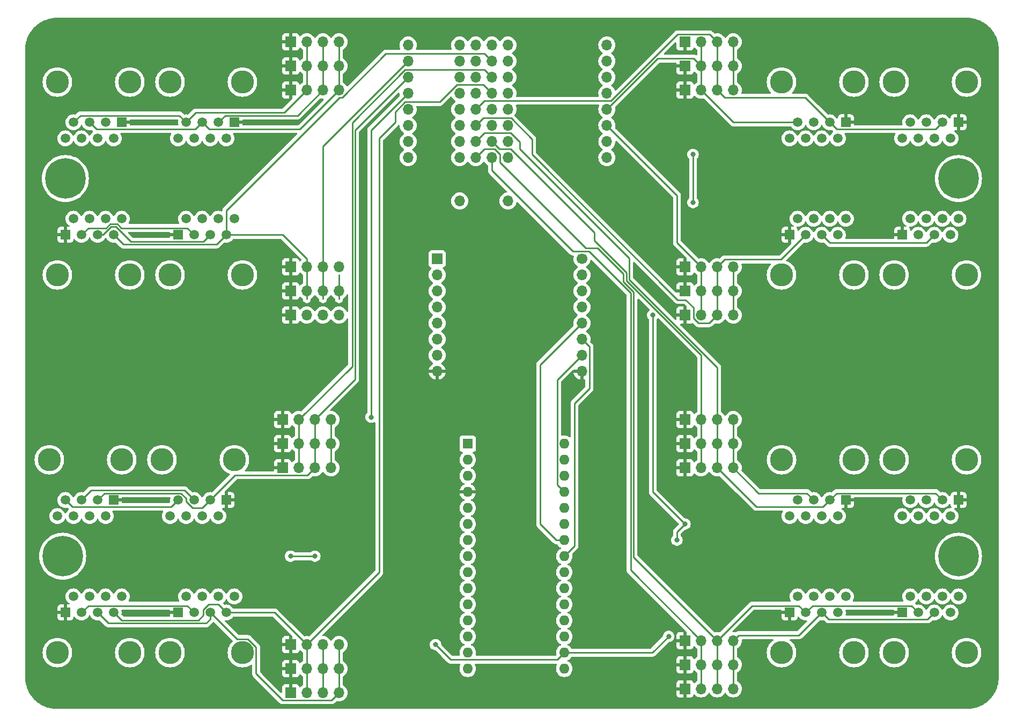
<source format=gbr>
%TF.GenerationSoftware,KiCad,Pcbnew,(7.0.0)*%
%TF.CreationDate,2023-10-27T12:37:55+01:00*%
%TF.ProjectId,euro-project-sensors-pcb,6575726f-2d70-4726-9f6a-6563742d7365,rev?*%
%TF.SameCoordinates,Original*%
%TF.FileFunction,Copper,L2,Bot*%
%TF.FilePolarity,Positive*%
%FSLAX46Y46*%
G04 Gerber Fmt 4.6, Leading zero omitted, Abs format (unit mm)*
G04 Created by KiCad (PCBNEW (7.0.0)) date 2023-10-27 12:37:55*
%MOMM*%
%LPD*%
G01*
G04 APERTURE LIST*
%TA.AperFunction,ComponentPad*%
%ADD10R,1.700000X1.700000*%
%TD*%
%TA.AperFunction,ComponentPad*%
%ADD11O,1.700000X1.700000*%
%TD*%
%TA.AperFunction,ComponentPad*%
%ADD12C,1.700000*%
%TD*%
%TA.AperFunction,ComponentPad*%
%ADD13C,0.800000*%
%TD*%
%TA.AperFunction,ComponentPad*%
%ADD14C,6.400000*%
%TD*%
%TA.AperFunction,WasherPad*%
%ADD15C,3.650000*%
%TD*%
%TA.AperFunction,ComponentPad*%
%ADD16R,1.500000X1.500000*%
%TD*%
%TA.AperFunction,ComponentPad*%
%ADD17C,1.500000*%
%TD*%
%TA.AperFunction,ComponentPad*%
%ADD18R,1.600000X1.600000*%
%TD*%
%TA.AperFunction,ComponentPad*%
%ADD19O,1.600000X1.600000*%
%TD*%
%TA.AperFunction,ViaPad*%
%ADD20C,0.800000*%
%TD*%
%TA.AperFunction,Conductor*%
%ADD21C,0.250000*%
%TD*%
G04 APERTURE END LIST*
D10*
%TO.P,J32,1,Pin_1*%
%TO.N,GND*%
X111759999Y-44449999D03*
D11*
%TO.P,J32,2,Pin_2*%
%TO.N,/SDA_CH7*%
X114299999Y-44449999D03*
%TO.P,J32,3,Pin_3*%
%TO.N,/SCL_CH7*%
X116839999Y-44449999D03*
%TO.P,J32,4,Pin_4*%
%TO.N,/VCC_CH7*%
X119379999Y-44449999D03*
%TD*%
%TO.P,A2,*%
%TO.N,*%
X138429999Y-44957999D03*
X138429999Y-47497999D03*
X138429999Y-50037999D03*
X138429999Y-52577999D03*
X138429999Y-55117999D03*
X138429999Y-57657999D03*
X138429999Y-60197999D03*
X138429999Y-62737999D03*
X146049999Y-44957999D03*
X146049999Y-47497999D03*
X146049999Y-50037999D03*
X146049999Y-52577999D03*
X146049999Y-55117999D03*
X146049999Y-57657999D03*
X146049999Y-60197999D03*
X146049999Y-62737999D03*
D10*
%TO.P,A2,1,NC*%
%TO.N,unconnected-(A2-NC-Pad1)*%
X134873999Y-78739999D03*
D11*
%TO.P,A2,2,RST*%
%TO.N,unconnected-(A2-RST-Pad2)*%
X134873999Y-81279999D03*
%TO.P,A2,3,NC*%
%TO.N,unconnected-(A2-NC-Pad3)*%
X134873999Y-83819999D03*
%TO.P,A2,4,NC*%
%TO.N,unconnected-(A2-NC-Pad4)*%
X134873999Y-86359999D03*
%TO.P,A2,5,NC*%
%TO.N,unconnected-(A2-NC-Pad5)*%
X134873999Y-88899999D03*
%TO.P,A2,6,NC*%
%TO.N,unconnected-(A2-NC-Pad6)*%
X134873999Y-91439999D03*
%TO.P,A2,7,3V3*%
%TO.N,/3V3_BUS*%
X134873999Y-93979999D03*
%TO.P,A2,8,GND*%
%TO.N,GND*%
X134873999Y-96519999D03*
%TO.P,A2,9,GND*%
X157733999Y-96519999D03*
%TO.P,A2,10,5V*%
%TO.N,/5V_BUS*%
X157733999Y-93979999D03*
%TO.P,A2,11,SDA*%
%TO.N,/SDA*%
X157733999Y-91439999D03*
%TO.P,A2,12,SCL*%
%TO.N,/SCL*%
X157733999Y-88899999D03*
%TO.P,A2,13,NC*%
%TO.N,unconnected-(A2-NC-Pad13)*%
X157733999Y-86359999D03*
%TO.P,A2,14,NC*%
%TO.N,unconnected-(A2-NC-Pad14)*%
X157733999Y-83819999D03*
%TO.P,A2,15,NC*%
%TO.N,unconnected-(A2-NC-Pad15)*%
X157733999Y-81279999D03*
D12*
%TO.P,A2,16,NC*%
%TO.N,unconnected-(A2-NC-Pad16)*%
X157734000Y-78740000D03*
D11*
%TO.P,A2,17,SDA_CH0*%
%TO.N,/SDA_CH0*%
X143509999Y-62737999D03*
X161670999Y-62737999D03*
%TO.P,A2,18,SDA_CH1*%
%TO.N,/SDA_CH1*%
X143509999Y-60197999D03*
X161670999Y-60197999D03*
%TO.P,A2,19,SDA_CH2*%
%TO.N,/SDA_CH2*%
X143509999Y-57657999D03*
X161670999Y-57657999D03*
%TO.P,A2,20,SDA_CH3*%
%TO.N,/SDA_CH3*%
X143509999Y-55117999D03*
X161670999Y-55117999D03*
%TO.P,A2,21,SDA_CH4*%
%TO.N,/SDA_CH4*%
X143509999Y-52577999D03*
X161670999Y-52577999D03*
%TO.P,A2,22,SDA_CH5*%
%TO.N,/SDA_CH5*%
X143509999Y-50037999D03*
X161670999Y-50037999D03*
%TO.P,A2,23,SDA_CH6*%
%TO.N,/SDA_CH6*%
X143509999Y-47497999D03*
X161670999Y-47497999D03*
%TO.P,A2,24,SDA_CH7*%
%TO.N,/SDA_CH7*%
X143509999Y-44957999D03*
X161670999Y-44957999D03*
%TO.P,A2,25,SCL_CH7*%
%TO.N,/SCL_CH7*%
X130301999Y-44957999D03*
X140969999Y-44957999D03*
%TO.P,A2,26,SCL_CH6*%
%TO.N,/SCL_CH6*%
X130301999Y-47497999D03*
X140969999Y-47497999D03*
%TO.P,A2,27,SCL_CH5*%
%TO.N,/SCL_CH5*%
X130301999Y-50037999D03*
X140969999Y-50037999D03*
%TO.P,A2,28,SCL_CH4*%
%TO.N,/SCL_CH4*%
X130301999Y-52577999D03*
X140969999Y-52577999D03*
%TO.P,A2,29,SCL_CH3*%
%TO.N,/SCL_CH3*%
X130301999Y-55117999D03*
X140969999Y-55117999D03*
%TO.P,A2,30,SCL_CH2*%
%TO.N,/SCL_CH2*%
X130301999Y-57657999D03*
X140969999Y-57657999D03*
%TO.P,A2,31,SCL_CH1*%
%TO.N,/SCL_CH1*%
X130301999Y-60197999D03*
X140969999Y-60197999D03*
%TO.P,A2,32,SCL_CH0*%
%TO.N,/SCL_CH0*%
X130301999Y-62737999D03*
X140969999Y-62737999D03*
%TO.P,A2,33,Vcc*%
%TO.N,unconnected-(A2-Vcc-Pad33)*%
X138429999Y-69595999D03*
%TO.P,A2,34,GND*%
%TO.N,unconnected-(A2-GND-Pad34)*%
X146049999Y-69595999D03*
%TD*%
D13*
%TO.P,REF\u002A\u002A,1*%
%TO.N,N/C*%
X73372944Y-125730000D03*
X74075888Y-124032944D03*
X74075888Y-127427056D03*
X75772944Y-123330000D03*
D14*
X75772944Y-125730000D03*
D13*
X75772944Y-128130000D03*
X77470000Y-124032944D03*
X77470000Y-127427056D03*
X78172944Y-125730000D03*
%TD*%
%TO.P,REF\u002A\u002A,1*%
%TO.N,N/C*%
X214770000Y-125730000D03*
X215472944Y-124032944D03*
X215472944Y-127427056D03*
X217170000Y-123330000D03*
D14*
X217170000Y-125730000D03*
D13*
X217170000Y-128130000D03*
X218867056Y-124032944D03*
X218867056Y-127427056D03*
X219570000Y-125730000D03*
%TD*%
%TO.P,REF\u002A\u002A,1*%
%TO.N,N/C*%
X214770000Y-66040000D03*
X215472944Y-64342944D03*
X215472944Y-67737056D03*
X217170000Y-63640000D03*
D14*
X217170000Y-66040000D03*
D13*
X217170000Y-68440000D03*
X218867056Y-64342944D03*
X218867056Y-67737056D03*
X219570000Y-66040000D03*
%TD*%
%TO.P,REF\u002A\u002A,1*%
%TO.N,N/C*%
X76200000Y-63640000D03*
X77897056Y-67737056D03*
X77897056Y-64342944D03*
X78600000Y-66040000D03*
D14*
X76200000Y-66040000D03*
D13*
X76200000Y-68440000D03*
X74502944Y-64342944D03*
X74502944Y-67737056D03*
X73800000Y-66040000D03*
%TD*%
D15*
%TO.P,J40,*%
%TO.N,*%
X74930000Y-140970000D03*
X86360000Y-140970000D03*
D16*
%TO.P,J40,1*%
%TO.N,GND*%
X76199999Y-134619999D03*
D17*
%TO.P,J40,2*%
%TO.N,unconnected-(J40-Pad2)*%
X77470000Y-132080000D03*
%TO.P,J40,3*%
%TO.N,/SCL_CH4*%
X78740000Y-134620000D03*
%TO.P,J40,4*%
%TO.N,unconnected-(J40-Pad4)*%
X80010000Y-132080000D03*
%TO.P,J40,5*%
%TO.N,/VCC_CH4*%
X81280000Y-134620000D03*
%TO.P,J40,6*%
%TO.N,unconnected-(J40-Pad6)*%
X82550000Y-132080000D03*
%TO.P,J40,7*%
%TO.N,/SDA_CH4*%
X83820000Y-134620000D03*
%TO.P,J40,8*%
%TO.N,unconnected-(J40-Pad8)*%
X85090000Y-132080000D03*
%TD*%
D15*
%TO.P,J39,*%
%TO.N,*%
X92710000Y-140970000D03*
X104140000Y-140970000D03*
D16*
%TO.P,J39,1*%
%TO.N,GND*%
X93979999Y-134619999D03*
D17*
%TO.P,J39,2*%
%TO.N,unconnected-(J39-Pad2)*%
X95250000Y-132080000D03*
%TO.P,J39,3*%
%TO.N,/SCL_CH4*%
X96520000Y-134620000D03*
%TO.P,J39,4*%
%TO.N,unconnected-(J39-Pad4)*%
X97790000Y-132080000D03*
%TO.P,J39,5*%
%TO.N,/VCC_CH4*%
X99060000Y-134620000D03*
%TO.P,J39,6*%
%TO.N,unconnected-(J39-Pad6)*%
X100330000Y-132080000D03*
%TO.P,J39,7*%
%TO.N,/SDA_CH4*%
X101600000Y-134620000D03*
%TO.P,J39,8*%
%TO.N,unconnected-(J39-Pad8)*%
X102870000Y-132080000D03*
%TD*%
D15*
%TO.P,J38,*%
%TO.N,*%
X104140000Y-50800000D03*
X92710000Y-50800000D03*
D16*
%TO.P,J38,1*%
%TO.N,GND*%
X102869999Y-57149999D03*
D17*
%TO.P,J38,2*%
%TO.N,unconnected-(J38-Pad2)*%
X101600000Y-59690000D03*
%TO.P,J38,3*%
%TO.N,/SCL_CH7*%
X100330000Y-57150000D03*
%TO.P,J38,4*%
%TO.N,unconnected-(J38-Pad4)*%
X99060000Y-59690000D03*
%TO.P,J38,5*%
%TO.N,/VCC_CH7*%
X97790000Y-57150000D03*
%TO.P,J38,6*%
%TO.N,unconnected-(J38-Pad6)*%
X96520000Y-59690000D03*
%TO.P,J38,7*%
%TO.N,/SDA_CH7*%
X95250000Y-57150000D03*
%TO.P,J38,8*%
%TO.N,unconnected-(J38-Pad8)*%
X93980000Y-59690000D03*
%TD*%
D15*
%TO.P,J37,*%
%TO.N,*%
X86360000Y-50800000D03*
X74930000Y-50800000D03*
D16*
%TO.P,J37,1*%
%TO.N,GND*%
X85089999Y-57149999D03*
D17*
%TO.P,J37,2*%
%TO.N,unconnected-(J37-Pad2)*%
X83820000Y-59690000D03*
%TO.P,J37,3*%
%TO.N,/SCL_CH7*%
X82550000Y-57150000D03*
%TO.P,J37,4*%
%TO.N,unconnected-(J37-Pad4)*%
X81280000Y-59690000D03*
%TO.P,J37,5*%
%TO.N,/VCC_CH7*%
X80010000Y-57150000D03*
%TO.P,J37,6*%
%TO.N,unconnected-(J37-Pad6)*%
X78740000Y-59690000D03*
%TO.P,J37,7*%
%TO.N,/SDA_CH7*%
X77470000Y-57150000D03*
%TO.P,J37,8*%
%TO.N,unconnected-(J37-Pad8)*%
X76200000Y-59690000D03*
%TD*%
D15*
%TO.P,J36,*%
%TO.N,*%
X92710000Y-81280000D03*
X104140000Y-81280000D03*
D16*
%TO.P,J36,1*%
%TO.N,GND*%
X93979999Y-74929999D03*
D17*
%TO.P,J36,2*%
%TO.N,unconnected-(J36-Pad2)*%
X95250000Y-72390000D03*
%TO.P,J36,3*%
%TO.N,/SCL_CH6*%
X96520000Y-74930000D03*
%TO.P,J36,4*%
%TO.N,unconnected-(J36-Pad4)*%
X97790000Y-72390000D03*
%TO.P,J36,5*%
%TO.N,/VCC_CH6*%
X99060000Y-74930000D03*
%TO.P,J36,6*%
%TO.N,unconnected-(J36-Pad6)*%
X100330000Y-72390000D03*
%TO.P,J36,7*%
%TO.N,/SDA_CH6*%
X101600000Y-74930000D03*
%TO.P,J36,8*%
%TO.N,unconnected-(J36-Pad8)*%
X102870000Y-72390000D03*
%TD*%
D15*
%TO.P,J35,*%
%TO.N,*%
X74930000Y-81280000D03*
X86360000Y-81280000D03*
D16*
%TO.P,J35,1*%
%TO.N,GND*%
X76199999Y-74929999D03*
D17*
%TO.P,J35,2*%
%TO.N,unconnected-(J35-Pad2)*%
X77470000Y-72390000D03*
%TO.P,J35,3*%
%TO.N,/SCL_CH6*%
X78740000Y-74930000D03*
%TO.P,J35,4*%
%TO.N,unconnected-(J35-Pad4)*%
X80010000Y-72390000D03*
%TO.P,J35,5*%
%TO.N,/VCC_CH6*%
X81280000Y-74930000D03*
%TO.P,J35,6*%
%TO.N,unconnected-(J35-Pad6)*%
X82550000Y-72390000D03*
%TO.P,J35,7*%
%TO.N,/SDA_CH6*%
X83820000Y-74930000D03*
%TO.P,J35,8*%
%TO.N,unconnected-(J35-Pad8)*%
X85090000Y-72390000D03*
%TD*%
D15*
%TO.P,J34,*%
%TO.N,*%
X102870000Y-110490000D03*
X91440000Y-110490000D03*
D16*
%TO.P,J34,1*%
%TO.N,GND*%
X101599999Y-116839999D03*
D17*
%TO.P,J34,2*%
%TO.N,unconnected-(J34-Pad2)*%
X100330000Y-119380000D03*
%TO.P,J34,3*%
%TO.N,/SCL_CH5*%
X99060000Y-116840000D03*
%TO.P,J34,4*%
%TO.N,unconnected-(J34-Pad4)*%
X97790000Y-119380000D03*
%TO.P,J34,5*%
%TO.N,/VCC_CH5*%
X96520000Y-116840000D03*
%TO.P,J34,6*%
%TO.N,unconnected-(J34-Pad6)*%
X95250000Y-119380000D03*
%TO.P,J34,7*%
%TO.N,/SDA_CH5*%
X93980000Y-116840000D03*
%TO.P,J34,8*%
%TO.N,unconnected-(J34-Pad8)*%
X92710000Y-119380000D03*
%TD*%
D15*
%TO.P,J33,*%
%TO.N,*%
X85090000Y-110490000D03*
X73660000Y-110490000D03*
D16*
%TO.P,J33,1*%
%TO.N,GND*%
X83819999Y-116839999D03*
D17*
%TO.P,J33,2*%
%TO.N,unconnected-(J33-Pad2)*%
X82550000Y-119380000D03*
%TO.P,J33,3*%
%TO.N,/SCL_CH5*%
X81280000Y-116840000D03*
%TO.P,J33,4*%
%TO.N,unconnected-(J33-Pad4)*%
X80010000Y-119380000D03*
%TO.P,J33,5*%
%TO.N,/VCC_CH5*%
X78740000Y-116840000D03*
%TO.P,J33,6*%
%TO.N,unconnected-(J33-Pad6)*%
X77470000Y-119380000D03*
%TO.P,J33,7*%
%TO.N,/SDA_CH5*%
X76200000Y-116840000D03*
%TO.P,J33,8*%
%TO.N,unconnected-(J33-Pad8)*%
X74930000Y-119380000D03*
%TD*%
D10*
%TO.P,J31,1,Pin_1*%
%TO.N,GND*%
X111759999Y-48259999D03*
D11*
%TO.P,J31,2,Pin_2*%
%TO.N,/SDA_CH7*%
X114299999Y-48259999D03*
%TO.P,J31,3,Pin_3*%
%TO.N,/SCL_CH7*%
X116839999Y-48259999D03*
%TO.P,J31,4,Pin_4*%
%TO.N,/VCC_CH7*%
X119379999Y-48259999D03*
%TD*%
D10*
%TO.P,J30,1,Pin_1*%
%TO.N,GND*%
X111759999Y-52069999D03*
D11*
%TO.P,J30,2,Pin_2*%
%TO.N,/SDA_CH7*%
X114299999Y-52069999D03*
%TO.P,J30,3,Pin_3*%
%TO.N,/SCL_CH7*%
X116839999Y-52069999D03*
%TO.P,J30,4,Pin_4*%
%TO.N,/VCC_CH7*%
X119379999Y-52069999D03*
%TD*%
D10*
%TO.P,J29,1,Pin_1*%
%TO.N,GND*%
X111759999Y-80009999D03*
D11*
%TO.P,J29,2,Pin_2*%
%TO.N,/SDA_CH6*%
X114299999Y-80009999D03*
%TO.P,J29,3,Pin_3*%
%TO.N,/SCL_CH6*%
X116839999Y-80009999D03*
%TO.P,J29,4,Pin_4*%
%TO.N,/VCC_CH6*%
X119379999Y-80009999D03*
%TD*%
D10*
%TO.P,J28,1,Pin_1*%
%TO.N,GND*%
X111759999Y-83819999D03*
D11*
%TO.P,J28,2,Pin_2*%
%TO.N,/SDA_CH6*%
X114299999Y-83819999D03*
%TO.P,J28,3,Pin_3*%
%TO.N,/SCL_CH6*%
X116839999Y-83819999D03*
%TO.P,J28,4,Pin_4*%
%TO.N,/VCC_CH6*%
X119379999Y-83819999D03*
%TD*%
D10*
%TO.P,J27,1,Pin_1*%
%TO.N,GND*%
X111759999Y-87629999D03*
D11*
%TO.P,J27,2,Pin_2*%
%TO.N,/SDA_CH6*%
X114299999Y-87629999D03*
%TO.P,J27,3,Pin_3*%
%TO.N,/SCL_CH6*%
X116839999Y-87629999D03*
%TO.P,J27,4,Pin_4*%
%TO.N,/VCC_CH6*%
X119379999Y-87629999D03*
%TD*%
D10*
%TO.P,J26,1,Pin_1*%
%TO.N,GND*%
X110489999Y-104139999D03*
D11*
%TO.P,J26,2,Pin_2*%
%TO.N,/SDA_CH5*%
X113029999Y-104139999D03*
%TO.P,J26,3,Pin_3*%
%TO.N,/SCL_CH5*%
X115569999Y-104139999D03*
%TO.P,J26,4,Pin_4*%
%TO.N,/VCC_CH5*%
X118109999Y-104139999D03*
%TD*%
D10*
%TO.P,J25,1,Pin_1*%
%TO.N,GND*%
X110489999Y-107949999D03*
D11*
%TO.P,J25,2,Pin_2*%
%TO.N,/SDA_CH5*%
X113029999Y-107949999D03*
%TO.P,J25,3,Pin_3*%
%TO.N,/SCL_CH5*%
X115569999Y-107949999D03*
%TO.P,J25,4,Pin_4*%
%TO.N,/VCC_CH5*%
X118109999Y-107949999D03*
%TD*%
D10*
%TO.P,J24,1,Pin_1*%
%TO.N,GND*%
X110499999Y-111759999D03*
D11*
%TO.P,J24,2,Pin_2*%
%TO.N,/SDA_CH5*%
X113039999Y-111759999D03*
%TO.P,J24,3,Pin_3*%
%TO.N,/SCL_CH5*%
X115579999Y-111759999D03*
%TO.P,J24,4,Pin_4*%
%TO.N,/VCC_CH5*%
X118119999Y-111759999D03*
%TD*%
D10*
%TO.P,J23,1,Pin_1*%
%TO.N,GND*%
X111759999Y-139699999D03*
D11*
%TO.P,J23,2,Pin_2*%
%TO.N,/SDA_CH4*%
X114299999Y-139699999D03*
%TO.P,J23,3,Pin_3*%
%TO.N,/SCL_CH4*%
X116839999Y-139699999D03*
%TO.P,J23,4,Pin_4*%
%TO.N,/VCC_CH4*%
X119379999Y-139699999D03*
%TD*%
D10*
%TO.P,J22,1,Pin_1*%
%TO.N,GND*%
X111759999Y-143509999D03*
D11*
%TO.P,J22,2,Pin_2*%
%TO.N,/SDA_CH4*%
X114299999Y-143509999D03*
%TO.P,J22,3,Pin_3*%
%TO.N,/SCL_CH4*%
X116839999Y-143509999D03*
%TO.P,J22,4,Pin_4*%
%TO.N,/VCC_CH4*%
X119379999Y-143509999D03*
%TD*%
D10*
%TO.P,J21,1,Pin_1*%
%TO.N,GND*%
X111759999Y-147319999D03*
D11*
%TO.P,J21,2,Pin_2*%
%TO.N,/SDA_CH4*%
X114299999Y-147319999D03*
%TO.P,J21,3,Pin_3*%
%TO.N,/SCL_CH4*%
X116839999Y-147319999D03*
%TO.P,J21,4,Pin_4*%
%TO.N,/VCC_CH4*%
X119379999Y-147319999D03*
%TD*%
D15*
%TO.P,J20,*%
%TO.N,*%
X200660000Y-50800000D03*
X189230000Y-50800000D03*
D16*
%TO.P,J20,1*%
%TO.N,GND*%
X199389999Y-57149999D03*
D17*
%TO.P,J20,2*%
%TO.N,unconnected-(J20-Pad2)*%
X198120000Y-59690000D03*
%TO.P,J20,3*%
%TO.N,/SCL_CH3*%
X196850000Y-57150000D03*
%TO.P,J20,4*%
%TO.N,unconnected-(J20-Pad4)*%
X195580000Y-59690000D03*
%TO.P,J20,5*%
%TO.N,/VCC_CH3*%
X194310000Y-57150000D03*
%TO.P,J20,6*%
%TO.N,unconnected-(J20-Pad6)*%
X193040000Y-59690000D03*
%TO.P,J20,7*%
%TO.N,/SDA_CH3*%
X191770000Y-57150000D03*
%TO.P,J20,8*%
%TO.N,unconnected-(J20-Pad8)*%
X190500000Y-59690000D03*
%TD*%
D15*
%TO.P,J19,*%
%TO.N,*%
X218440000Y-50800000D03*
X207010000Y-50800000D03*
D16*
%TO.P,J19,1*%
%TO.N,GND*%
X217169999Y-57149999D03*
D17*
%TO.P,J19,2*%
%TO.N,unconnected-(J19-Pad2)*%
X215900000Y-59690000D03*
%TO.P,J19,3*%
%TO.N,/SCL_CH3*%
X214630000Y-57150000D03*
%TO.P,J19,4*%
%TO.N,unconnected-(J19-Pad4)*%
X213360000Y-59690000D03*
%TO.P,J19,5*%
%TO.N,/VCC_CH3*%
X212090000Y-57150000D03*
%TO.P,J19,6*%
%TO.N,unconnected-(J19-Pad6)*%
X210820000Y-59690000D03*
%TO.P,J19,7*%
%TO.N,/SDA_CH3*%
X209550000Y-57150000D03*
%TO.P,J19,8*%
%TO.N,unconnected-(J19-Pad8)*%
X208280000Y-59690000D03*
%TD*%
D10*
%TO.P,J18,1,Pin_1*%
%TO.N,GND*%
X173989999Y-52069999D03*
D11*
%TO.P,J18,2,Pin_2*%
%TO.N,/SDA_CH3*%
X176529999Y-52069999D03*
%TO.P,J18,3,Pin_3*%
%TO.N,/SCL_CH3*%
X179069999Y-52069999D03*
%TO.P,J18,4,Pin_4*%
%TO.N,/VCC_CH3*%
X181609999Y-52069999D03*
%TD*%
D10*
%TO.P,J17,1,Pin_1*%
%TO.N,GND*%
X173989999Y-48259999D03*
D11*
%TO.P,J17,2,Pin_2*%
%TO.N,/SDA_CH3*%
X176529999Y-48259999D03*
%TO.P,J17,3,Pin_3*%
%TO.N,/SCL_CH3*%
X179069999Y-48259999D03*
%TO.P,J17,4,Pin_4*%
%TO.N,/VCC_CH3*%
X181609999Y-48259999D03*
%TD*%
D10*
%TO.P,J16,1,Pin_1*%
%TO.N,GND*%
X173989999Y-44449999D03*
D11*
%TO.P,J16,2,Pin_2*%
%TO.N,/SDA_CH3*%
X176529999Y-44449999D03*
%TO.P,J16,3,Pin_3*%
%TO.N,/SCL_CH3*%
X179069999Y-44449999D03*
%TO.P,J16,4,Pin_4*%
%TO.N,/VCC_CH3*%
X181609999Y-44449999D03*
%TD*%
D15*
%TO.P,J15,*%
%TO.N,*%
X207005000Y-81280000D03*
X218435000Y-81280000D03*
D16*
%TO.P,J15,1*%
%TO.N,GND*%
X208274999Y-74929999D03*
D17*
%TO.P,J15,2*%
%TO.N,unconnected-(J15-Pad2)*%
X209545000Y-72390000D03*
%TO.P,J15,3*%
%TO.N,/SCL_CH2*%
X210815000Y-74930000D03*
%TO.P,J15,4*%
%TO.N,unconnected-(J15-Pad4)*%
X212085000Y-72390000D03*
%TO.P,J15,5*%
%TO.N,/VCC_CH2*%
X213355000Y-74930000D03*
%TO.P,J15,6*%
%TO.N,unconnected-(J15-Pad6)*%
X214625000Y-72390000D03*
%TO.P,J15,7*%
%TO.N,/SDA_CH2*%
X215895000Y-74930000D03*
%TO.P,J15,8*%
%TO.N,unconnected-(J15-Pad8)*%
X217165000Y-72390000D03*
%TD*%
D15*
%TO.P,J14,*%
%TO.N,*%
X189230000Y-81280000D03*
X200660000Y-81280000D03*
D16*
%TO.P,J14,1*%
%TO.N,GND*%
X190499999Y-74929999D03*
D17*
%TO.P,J14,2*%
%TO.N,unconnected-(J14-Pad2)*%
X191770000Y-72390000D03*
%TO.P,J14,3*%
%TO.N,/SCL_CH2*%
X193040000Y-74930000D03*
%TO.P,J14,4*%
%TO.N,unconnected-(J14-Pad4)*%
X194310000Y-72390000D03*
%TO.P,J14,5*%
%TO.N,/VCC_CH2*%
X195580000Y-74930000D03*
%TO.P,J14,6*%
%TO.N,unconnected-(J14-Pad6)*%
X196850000Y-72390000D03*
%TO.P,J14,7*%
%TO.N,/SDA_CH2*%
X198120000Y-74930000D03*
%TO.P,J14,8*%
%TO.N,unconnected-(J14-Pad8)*%
X199390000Y-72390000D03*
%TD*%
D10*
%TO.P,J13,1,Pin_1*%
%TO.N,GND*%
X173999999Y-80009999D03*
D11*
%TO.P,J13,2,Pin_2*%
%TO.N,/SDA_CH2*%
X176539999Y-80009999D03*
%TO.P,J13,3,Pin_3*%
%TO.N,/SCL_CH2*%
X179079999Y-80009999D03*
%TO.P,J13,4,Pin_4*%
%TO.N,/VCC_CH2*%
X181619999Y-80009999D03*
%TD*%
D10*
%TO.P,J12,1,Pin_1*%
%TO.N,GND*%
X173999999Y-83819999D03*
D11*
%TO.P,J12,2,Pin_2*%
%TO.N,/SDA_CH2*%
X176539999Y-83819999D03*
%TO.P,J12,3,Pin_3*%
%TO.N,/SCL_CH2*%
X179079999Y-83819999D03*
%TO.P,J12,4,Pin_4*%
%TO.N,/VCC_CH2*%
X181619999Y-83819999D03*
%TD*%
D10*
%TO.P,J11,1,Pin_1*%
%TO.N,GND*%
X173999999Y-87629999D03*
D11*
%TO.P,J11,2,Pin_2*%
%TO.N,/SDA_CH2*%
X176539999Y-87629999D03*
%TO.P,J11,3,Pin_3*%
%TO.N,/SCL_CH2*%
X179079999Y-87629999D03*
%TO.P,J11,4,Pin_4*%
%TO.N,/VCC_CH2*%
X181619999Y-87629999D03*
%TD*%
D15*
%TO.P,J10,*%
%TO.N,*%
X200665000Y-110490000D03*
X189235000Y-110490000D03*
D16*
%TO.P,J10,1*%
%TO.N,GND*%
X199394999Y-116839999D03*
D17*
%TO.P,J10,2*%
%TO.N,unconnected-(J10-Pad2)*%
X198125000Y-119380000D03*
%TO.P,J10,3*%
%TO.N,/SCL_CH1*%
X196855000Y-116840000D03*
%TO.P,J10,4*%
%TO.N,unconnected-(J10-Pad4)*%
X195585000Y-119380000D03*
%TO.P,J10,5*%
%TO.N,/VCC_CH1*%
X194315000Y-116840000D03*
%TO.P,J10,6*%
%TO.N,unconnected-(J10-Pad6)*%
X193045000Y-119380000D03*
%TO.P,J10,7*%
%TO.N,/SDA_CH1*%
X191775000Y-116840000D03*
%TO.P,J10,8*%
%TO.N,unconnected-(J10-Pad8)*%
X190505000Y-119380000D03*
%TD*%
D15*
%TO.P,J9,*%
%TO.N,*%
X218440000Y-110490000D03*
X207010000Y-110490000D03*
D16*
%TO.P,J9,1*%
%TO.N,GND*%
X217169999Y-116839999D03*
D17*
%TO.P,J9,2*%
%TO.N,unconnected-(J9-Pad2)*%
X215900000Y-119380000D03*
%TO.P,J9,3*%
%TO.N,/SCL_CH1*%
X214630000Y-116840000D03*
%TO.P,J9,4*%
%TO.N,unconnected-(J9-Pad4)*%
X213360000Y-119380000D03*
%TO.P,J9,5*%
%TO.N,/VCC_CH1*%
X212090000Y-116840000D03*
%TO.P,J9,6*%
%TO.N,unconnected-(J9-Pad6)*%
X210820000Y-119380000D03*
%TO.P,J9,7*%
%TO.N,/SDA_CH1*%
X209550000Y-116840000D03*
%TO.P,J9,8*%
%TO.N,unconnected-(J9-Pad8)*%
X208280000Y-119380000D03*
%TD*%
D10*
%TO.P,J8,1,Pin_1*%
%TO.N,GND*%
X173989999Y-107949999D03*
D11*
%TO.P,J8,2,Pin_2*%
%TO.N,/SDA_CH1*%
X176529999Y-107949999D03*
%TO.P,J8,3,Pin_3*%
%TO.N,/SCL_CH1*%
X179069999Y-107949999D03*
%TO.P,J8,4,Pin_4*%
%TO.N,/VCC_CH1*%
X181609999Y-107949999D03*
%TD*%
D10*
%TO.P,J7,1,Pin_1*%
%TO.N,GND*%
X173989999Y-111759999D03*
D11*
%TO.P,J7,2,Pin_2*%
%TO.N,/SDA_CH1*%
X176529999Y-111759999D03*
%TO.P,J7,3,Pin_3*%
%TO.N,/SCL_CH1*%
X179069999Y-111759999D03*
%TO.P,J7,4,Pin_4*%
%TO.N,/VCC_CH1*%
X181609999Y-111759999D03*
%TD*%
D10*
%TO.P,J6,1,Pin_1*%
%TO.N,GND*%
X173989999Y-104139999D03*
D11*
%TO.P,J6,2,Pin_2*%
%TO.N,/SDA_CH1*%
X176529999Y-104139999D03*
%TO.P,J6,3,Pin_3*%
%TO.N,/SCL_CH1*%
X179069999Y-104139999D03*
%TO.P,J6,4,Pin_4*%
%TO.N,/VCC_CH1*%
X181609999Y-104139999D03*
%TD*%
D10*
%TO.P,J5,1,Pin_1*%
%TO.N,GND*%
X173989999Y-139064999D03*
D11*
%TO.P,J5,2,Pin_2*%
%TO.N,/SDA_CH0*%
X176529999Y-139064999D03*
%TO.P,J5,3,Pin_3*%
%TO.N,/SCL_CH0*%
X179069999Y-139064999D03*
%TO.P,J5,4,Pin_4*%
%TO.N,/VCC_CH0*%
X181609999Y-139064999D03*
%TD*%
D10*
%TO.P,J3,1,Pin_1*%
%TO.N,GND*%
X173989999Y-142874999D03*
D11*
%TO.P,J3,2,Pin_2*%
%TO.N,/SDA_CH0*%
X176529999Y-142874999D03*
%TO.P,J3,3,Pin_3*%
%TO.N,/SCL_CH0*%
X179069999Y-142874999D03*
%TO.P,J3,4,Pin_4*%
%TO.N,/VCC_CH0*%
X181609999Y-142874999D03*
%TD*%
D10*
%TO.P,J2,1,Pin_1*%
%TO.N,GND*%
X173989999Y-146684999D03*
D11*
%TO.P,J2,2,Pin_2*%
%TO.N,/SDA_CH0*%
X176529999Y-146684999D03*
%TO.P,J2,3,Pin_3*%
%TO.N,/SCL_CH0*%
X179069999Y-146684999D03*
%TO.P,J2,4,Pin_4*%
%TO.N,/VCC_CH0*%
X181609999Y-146684999D03*
%TD*%
D15*
%TO.P,J1,*%
%TO.N,*%
X207010000Y-140970000D03*
X218440000Y-140970000D03*
D16*
%TO.P,J1,1*%
%TO.N,GND*%
X208279999Y-134619999D03*
D17*
%TO.P,J1,2*%
%TO.N,unconnected-(J1-Pad2)*%
X209550000Y-132080000D03*
%TO.P,J1,3*%
%TO.N,/SCL_CH0*%
X210820000Y-134620000D03*
%TO.P,J1,4*%
%TO.N,unconnected-(J1-Pad4)*%
X212090000Y-132080000D03*
%TO.P,J1,5*%
%TO.N,/VCC_CH0*%
X213360000Y-134620000D03*
%TO.P,J1,6*%
%TO.N,unconnected-(J1-Pad6)*%
X214630000Y-132080000D03*
%TO.P,J1,7*%
%TO.N,/SDA_CH0*%
X215900000Y-134620000D03*
%TO.P,J1,8*%
%TO.N,unconnected-(J1-Pad8)*%
X217170000Y-132080000D03*
%TD*%
D15*
%TO.P,J4,*%
%TO.N,*%
X189230000Y-140970000D03*
X200660000Y-140970000D03*
D16*
%TO.P,J4,1*%
%TO.N,GND*%
X190499999Y-134619999D03*
D17*
%TO.P,J4,2*%
%TO.N,unconnected-(J4-Pad2)*%
X191770000Y-132080000D03*
%TO.P,J4,3*%
%TO.N,/SCL_CH0*%
X193040000Y-134620000D03*
%TO.P,J4,4*%
%TO.N,unconnected-(J4-Pad4)*%
X194310000Y-132080000D03*
%TO.P,J4,5*%
%TO.N,/VCC_CH0*%
X195580000Y-134620000D03*
%TO.P,J4,6*%
%TO.N,unconnected-(J4-Pad6)*%
X196850000Y-132080000D03*
%TO.P,J4,7*%
%TO.N,/SDA_CH0*%
X198120000Y-134620000D03*
%TO.P,J4,8*%
%TO.N,unconnected-(J4-Pad8)*%
X199390000Y-132080000D03*
%TD*%
D18*
%TO.P,A1,1,D1/TX*%
%TO.N,unconnected-(A1-D1{slash}TX-Pad1)*%
X139699999Y-107949999D03*
D19*
%TO.P,A1,2,D0/RX*%
%TO.N,unconnected-(A1-D0{slash}RX-Pad2)*%
X139699999Y-110489999D03*
%TO.P,A1,3,~{RESET}*%
%TO.N,unconnected-(A1-~{RESET}-Pad3)*%
X139699999Y-113029999D03*
%TO.P,A1,4,GND*%
%TO.N,GND*%
X139699999Y-115569999D03*
%TO.P,A1,5,D2*%
%TO.N,unconnected-(A1-D2-Pad5)*%
X139699999Y-118109999D03*
%TO.P,A1,6,~D3*%
%TO.N,unconnected-(A1-~D3-Pad6)*%
X139699999Y-120649999D03*
%TO.P,A1,7,D4*%
%TO.N,unconnected-(A1-D4-Pad7)*%
X139699999Y-123189999D03*
%TO.P,A1,8,~D5*%
%TO.N,unconnected-(A1-~D5-Pad8)*%
X139699999Y-125729999D03*
%TO.P,A1,9,~D6*%
%TO.N,unconnected-(A1-~D6-Pad9)*%
X139699999Y-128269999D03*
%TO.P,A1,10,D7*%
%TO.N,unconnected-(A1-D7-Pad10)*%
X139699999Y-130809999D03*
%TO.P,A1,11,D8*%
%TO.N,unconnected-(A1-D8-Pad11)*%
X139699999Y-133349999D03*
%TO.P,A1,12,~D9*%
%TO.N,unconnected-(A1-~D9-Pad12)*%
X139699999Y-135889999D03*
%TO.P,A1,13,~D10-CS*%
%TO.N,unconnected-(A1-~D10-CS-Pad13)*%
X139699999Y-138429999D03*
%TO.P,A1,14,~D11-MOSI*%
%TO.N,unconnected-(A1-~D11-MOSI-Pad14)*%
X139699999Y-140969999D03*
%TO.P,A1,15,D12-MISO*%
%TO.N,unconnected-(A1-D12-MISO-Pad15)*%
X139699999Y-143509999D03*
%TO.P,A1,16,D13-SCK*%
%TO.N,unconnected-(A1-D13-SCK-Pad16)*%
X154939999Y-143509999D03*
%TO.P,A1,17,3V3*%
%TO.N,/3V3_BUS*%
X154939999Y-140969999D03*
%TO.P,A1,18,AREF*%
%TO.N,unconnected-(A1-AREF-Pad18)*%
X154939999Y-138429999D03*
%TO.P,A1,19,A0*%
%TO.N,unconnected-(A1-A0-Pad19)*%
X154939999Y-135889999D03*
%TO.P,A1,20,A1*%
%TO.N,unconnected-(A1-A1-Pad20)*%
X154939999Y-133349999D03*
%TO.P,A1,21,A2*%
%TO.N,unconnected-(A1-A2-Pad21)*%
X154939999Y-130809999D03*
%TO.P,A1,22,A3*%
%TO.N,unconnected-(A1-A3-Pad22)*%
X154939999Y-128269999D03*
%TO.P,A1,23,A4*%
%TO.N,/SDA*%
X154939999Y-125729999D03*
%TO.P,A1,24,A5*%
%TO.N,/SCL*%
X154939999Y-123189999D03*
%TO.P,A1,25,A6*%
%TO.N,unconnected-(A1-A6-Pad25)*%
X154939999Y-120649999D03*
%TO.P,A1,26,A7*%
%TO.N,unconnected-(A1-A7-Pad26)*%
X154939999Y-118109999D03*
%TO.P,A1,27,+5V*%
%TO.N,/5V_BUS*%
X154939999Y-115569999D03*
%TO.P,A1,28,~{RESET}*%
%TO.N,unconnected-(A1-~{RESET}-Pad28)*%
X154939999Y-113029999D03*
%TO.P,A1,29,GND*%
%TO.N,GND*%
X154939999Y-110489999D03*
%TO.P,A1,30,VIN*%
%TO.N,unconnected-(A1-VIN-Pad30)*%
X154939999Y-107949999D03*
%TD*%
D20*
%TO.N,/3V3_BUS*%
X168910000Y-87630000D03*
%TO.N,/SCL_CH4*%
X124460000Y-103758301D03*
%TO.N,/3V3_BUS*%
X171420000Y-138400000D03*
X134620000Y-139700000D03*
X172720000Y-123190000D03*
X173990000Y-120650000D03*
X175260000Y-62230000D03*
X175260000Y-69850000D03*
%TO.N,/5V_BUS*%
X115570000Y-125730000D03*
X111730000Y-125730000D03*
%TD*%
D21*
%TO.N,/SDA_CH6*%
X114300000Y-78740000D02*
X114300000Y-81280000D01*
X110490000Y-74930000D02*
X114300000Y-78740000D01*
X101600000Y-74930000D02*
X110490000Y-74930000D01*
%TO.N,/3V3_BUS*%
X168910000Y-115570000D02*
X173990000Y-120650000D01*
X168910000Y-87630000D02*
X168910000Y-115570000D01*
X175260000Y-62230000D02*
X175260000Y-69850000D01*
%TO.N,/SCL_CH4*%
X124460000Y-58420000D02*
X124460000Y-103758301D01*
X130302000Y-52578000D02*
X124460000Y-58420000D01*
%TO.N,/3V3_BUS*%
X168850000Y-140970000D02*
X154940000Y-140970000D01*
X171420000Y-138400000D02*
X168850000Y-140970000D01*
X137015000Y-142095000D02*
X134620000Y-139700000D01*
X153815000Y-142095000D02*
X137015000Y-142095000D01*
X154940000Y-140970000D02*
X153815000Y-142095000D01*
%TO.N,/5V_BUS*%
X153815000Y-97899000D02*
X157734000Y-93980000D01*
X153815000Y-114445000D02*
X153815000Y-97899000D01*
X154940000Y-115570000D02*
X153815000Y-114445000D01*
%TO.N,/SDA*%
X158909000Y-99250000D02*
X156559000Y-101600000D01*
X158909000Y-92615000D02*
X158909000Y-99250000D01*
X156559000Y-124111000D02*
X156559000Y-101600000D01*
X157734000Y-91440000D02*
X158909000Y-92615000D01*
%TO.N,/3V3_BUS*%
X172720000Y-121920000D02*
X172720000Y-123190000D01*
X173990000Y-120650000D02*
X172720000Y-121920000D01*
%TO.N,/5V_BUS*%
X111730000Y-125730000D02*
X115570000Y-125730000D01*
%TO.N,/SDA*%
X154940000Y-125730000D02*
X156559000Y-124111000D01*
%TO.N,/SCL*%
X153670000Y-123190000D02*
X154940000Y-123190000D01*
X151130000Y-120650000D02*
X153670000Y-123190000D01*
X151130000Y-95504000D02*
X151130000Y-120650000D01*
X157734000Y-88900000D02*
X151130000Y-95504000D01*
%TO.N,/SDA_CH0*%
X158845000Y-77565000D02*
X165417500Y-84137500D01*
X143510000Y-64770000D02*
X156305000Y-77565000D01*
X143510000Y-62738000D02*
X143510000Y-64770000D01*
%TO.N,/SCL_CH0*%
X143923000Y-61373000D02*
X142335000Y-61373000D01*
%TO.N,/SDA_CH0*%
X156305000Y-77565000D02*
X158845000Y-77565000D01*
%TO.N,/SCL_CH0*%
X144780000Y-63500000D02*
X144780000Y-62230000D01*
X144780000Y-62230000D02*
X143923000Y-61373000D01*
X158300499Y-77020499D02*
X144780000Y-63500000D01*
X160206189Y-77020499D02*
X158300499Y-77020499D01*
X164279501Y-82363811D02*
X164279501Y-81093811D01*
X165867001Y-83951311D02*
X164279501Y-82363811D01*
X165867001Y-125862001D02*
X165867001Y-83951311D01*
X179070000Y-139065000D02*
X165867001Y-125862001D01*
%TO.N,/SCL_CH1*%
X142335000Y-58833000D02*
X140970000Y-60198000D01*
%TO.N,/SCL_CH0*%
X164279501Y-81093811D02*
X160206189Y-77020499D01*
%TO.N,/SCL_CH1*%
X147891923Y-60261923D02*
X146463000Y-58833000D01*
%TO.N,/SDA_CH0*%
X165417500Y-84137500D02*
X165417500Y-127952500D01*
%TO.N,/SCL_CH1*%
X147891923Y-61373000D02*
X147891923Y-60261923D01*
X165178503Y-78659580D02*
X147891923Y-61373000D01*
X165178503Y-81991433D02*
X165178503Y-78659580D01*
X179070000Y-95882930D02*
X165178503Y-81991433D01*
%TO.N,/SDA_CH1*%
X144685000Y-61373000D02*
X143510000Y-60198000D01*
X146463000Y-61373000D02*
X144685000Y-61373000D01*
X159649002Y-74559002D02*
X146463000Y-61373000D01*
X164729002Y-82177622D02*
X164729002Y-80907622D01*
%TO.N,/SCL_CH1*%
X179070000Y-104140000D02*
X179070000Y-95882930D01*
%TO.N,/SDA_CH1*%
X159649002Y-75827622D02*
X159649002Y-74559002D01*
%TO.N,/SDA_CH0*%
X165417500Y-127952500D02*
X176530000Y-139065000D01*
%TO.N,/SDA_CH1*%
X176530000Y-104140000D02*
X176530000Y-93978620D01*
X164729002Y-80907622D02*
X159649002Y-75827622D01*
%TO.N,/SCL_CH1*%
X146463000Y-58833000D02*
X142335000Y-58833000D01*
%TO.N,/SCL_CH0*%
X142335000Y-61373000D02*
X140970000Y-62738000D01*
%TO.N,/SDA_CH1*%
X176530000Y-93978620D02*
X164729002Y-82177622D01*
%TO.N,/SCL_CH2*%
X149860690Y-59806989D02*
X146536701Y-56483000D01*
X149860690Y-62229310D02*
X149860690Y-59806989D01*
X149860690Y-62229310D02*
X172837679Y-85206299D01*
X146536701Y-56483000D02*
X142145000Y-56483000D01*
X142145000Y-56483000D02*
X140970000Y-57658000D01*
X177810000Y-88900000D02*
X179080000Y-87630000D01*
X176148299Y-88900000D02*
X177810000Y-88900000D01*
X175365000Y-86465000D02*
X175365000Y-88116701D01*
X174106299Y-85206299D02*
X175365000Y-86465000D01*
X172837679Y-85206299D02*
X174106299Y-85206299D01*
X175365000Y-88116701D02*
X176148299Y-88900000D01*
%TO.N,/SDA_CH4*%
X125730000Y-128270000D02*
X125730000Y-59690000D01*
X114300000Y-139700000D02*
X125730000Y-128270000D01*
%TO.N,/SDA_CH2*%
X172720000Y-76190000D02*
X176540000Y-80010000D01*
X172720000Y-68707000D02*
X172720000Y-76190000D01*
X161671000Y-57658000D02*
X172720000Y-68707000D01*
%TO.N,/SDA_CH3*%
X175355000Y-47085000D02*
X176530000Y-48260000D01*
X169704000Y-47085000D02*
X175355000Y-47085000D01*
X161671000Y-55118000D02*
X169704000Y-47085000D01*
%TO.N,/SDA_CH4*%
X128270000Y-55488299D02*
X129815299Y-53943000D01*
X128270000Y-57150000D02*
X128270000Y-55488299D01*
X138017000Y-51213000D02*
X142145000Y-51213000D01*
X135287000Y-53943000D02*
X138017000Y-51213000D01*
X129815299Y-53943000D02*
X135287000Y-53943000D01*
X125730000Y-59690000D02*
X128270000Y-57150000D01*
X142145000Y-51213000D02*
X143510000Y-52578000D01*
X101600000Y-134620000D02*
X109220000Y-134620000D01*
%TO.N,/VCC_CH4*%
X110520000Y-148495000D02*
X118205000Y-148495000D01*
X106290000Y-144265000D02*
X110520000Y-148495000D01*
X105030560Y-138820000D02*
X106290000Y-140079440D01*
X103260000Y-138820000D02*
X105030560Y-138820000D01*
X118205000Y-148495000D02*
X119380000Y-147320000D01*
X99060000Y-134620000D02*
X103260000Y-138820000D01*
X106290000Y-140079440D02*
X106290000Y-144265000D01*
%TO.N,/SCL_CH5*%
X121920000Y-97790000D02*
X121920000Y-58420000D01*
X121920000Y-58420000D02*
X130302000Y-50038000D01*
%TO.N,/SDA_CH5*%
X129815299Y-48863000D02*
X142335000Y-48863000D01*
X121470499Y-57207800D02*
X129815299Y-48863000D01*
X121470499Y-95699501D02*
X121470499Y-57207800D01*
X113030000Y-104140000D02*
X121470499Y-95699501D01*
X142335000Y-48863000D02*
X143510000Y-50038000D01*
%TO.N,/SDA_CH6*%
X119866701Y-53245000D02*
X126788701Y-46323000D01*
%TO.N,/SCL_CH6*%
X116840000Y-60960000D02*
X130302000Y-47498000D01*
%TO.N,/SDA_CH6*%
X126788701Y-46323000D02*
X142335000Y-46323000D01*
%TO.N,/SCL_CH6*%
X116840000Y-81280000D02*
X116840000Y-60960000D01*
%TO.N,/SDA_CH6*%
X142335000Y-46323000D02*
X143510000Y-47498000D01*
%TO.N,/VCC_CH7*%
X97790000Y-57150000D02*
X98865000Y-58225000D01*
X98865000Y-58225000D02*
X113225000Y-58225000D01*
X113225000Y-58225000D02*
X119380000Y-52070000D01*
%TO.N,/SCL_CH3*%
X142335000Y-53753000D02*
X140970000Y-55118000D01*
X162337000Y-53753000D02*
X142335000Y-53753000D01*
X172815000Y-43275000D02*
X162337000Y-53753000D01*
%TO.N,/VCC_CH0*%
X212285000Y-135695000D02*
X213360000Y-134620000D01*
X196655000Y-135695000D02*
X212285000Y-135695000D01*
X195580000Y-134620000D02*
X196655000Y-135695000D01*
%TO.N,/SCL_CH0*%
X209745000Y-133545000D02*
X210820000Y-134620000D01*
X194115000Y-133545000D02*
X209745000Y-133545000D01*
X193040000Y-134620000D02*
X194115000Y-133545000D01*
%TO.N,/VCC_CH0*%
X191985000Y-138215000D02*
X195580000Y-134620000D01*
X182460000Y-138215000D02*
X191985000Y-138215000D01*
X181610000Y-139065000D02*
X182460000Y-138215000D01*
%TO.N,/SCL_CH0*%
X191965000Y-133545000D02*
X193040000Y-134620000D01*
X184590000Y-133545000D02*
X191965000Y-133545000D01*
X179070000Y-139065000D02*
X184590000Y-133545000D01*
%TO.N,/SCL_CH1*%
X213555000Y-115765000D02*
X214630000Y-116840000D01*
X197930000Y-115765000D02*
X213555000Y-115765000D01*
X196855000Y-116840000D02*
X197930000Y-115765000D01*
X195780000Y-117915000D02*
X196855000Y-116840000D01*
X185225000Y-117915000D02*
X195780000Y-117915000D01*
X179070000Y-111760000D02*
X185225000Y-117915000D01*
%TO.N,/VCC_CH1*%
X193240000Y-115765000D02*
X194315000Y-116840000D01*
X185615000Y-115765000D02*
X193240000Y-115765000D01*
X181610000Y-111760000D02*
X185615000Y-115765000D01*
X181610000Y-104140000D02*
X181610000Y-107950000D01*
X181610000Y-111760000D02*
X181610000Y-107950000D01*
%TO.N,/SDA_CH1*%
X176530000Y-107950000D02*
X176530000Y-111760000D01*
X176530000Y-104140000D02*
X176530000Y-107950000D01*
%TO.N,/SCL_CH1*%
X179070000Y-107950000D02*
X179070000Y-111760000D01*
X179070000Y-104140000D02*
X179070000Y-107950000D01*
%TO.N,/SCL_CH2*%
X179080000Y-80010000D02*
X179080000Y-83820000D01*
X180255000Y-78835000D02*
X189135000Y-78835000D01*
X189135000Y-78835000D02*
X193040000Y-74930000D01*
X179080000Y-80010000D02*
X180255000Y-78835000D01*
%TO.N,/VCC_CH2*%
X212085000Y-76200000D02*
X213355000Y-74930000D01*
X196850000Y-76200000D02*
X212085000Y-76200000D01*
X195580000Y-74930000D02*
X196850000Y-76200000D01*
%TO.N,/SDA_CH2*%
X176540000Y-80010000D02*
X176540000Y-87630000D01*
%TO.N,/VCC_CH2*%
X181620000Y-83820000D02*
X181620000Y-87630000D01*
X181620000Y-80010000D02*
X181620000Y-83820000D01*
%TO.N,/SCL_CH2*%
X179080000Y-83820000D02*
X179080000Y-87630000D01*
%TO.N,/SCL_CH3*%
X177895000Y-43275000D02*
X179070000Y-44450000D01*
X172815000Y-43275000D02*
X177895000Y-43275000D01*
X197925000Y-58225000D02*
X196850000Y-57150000D01*
X213555000Y-58225000D02*
X197925000Y-58225000D01*
X214630000Y-57150000D02*
X213555000Y-58225000D01*
%TO.N,/SDA_CH3*%
X181610000Y-57150000D02*
X176530000Y-52070000D01*
X191770000Y-57150000D02*
X181610000Y-57150000D01*
X176530000Y-48260000D02*
X176530000Y-52070000D01*
X176530000Y-44450000D02*
X176530000Y-48260000D01*
%TO.N,/SCL_CH3*%
X179070000Y-48260000D02*
X179070000Y-44450000D01*
X179070000Y-52070000D02*
X179070000Y-48260000D01*
%TO.N,/VCC_CH3*%
X181610000Y-48260000D02*
X181610000Y-44450000D01*
X181610000Y-52070000D02*
X181610000Y-48260000D01*
%TO.N,/SCL_CH3*%
X180245000Y-53245000D02*
X179070000Y-52070000D01*
X192945000Y-53245000D02*
X180245000Y-53245000D01*
X196850000Y-57150000D02*
X192945000Y-53245000D01*
%TO.N,/VCC_CH0*%
X181610000Y-142875000D02*
X181610000Y-139065000D01*
X181610000Y-146685000D02*
X181610000Y-142875000D01*
%TO.N,/SDA_CH0*%
X176530000Y-142875000D02*
X176530000Y-146685000D01*
X176530000Y-139065000D02*
X176530000Y-142875000D01*
%TO.N,/SCL_CH0*%
X179070000Y-142875000D02*
X179070000Y-146685000D01*
X179070000Y-139065000D02*
X179070000Y-142875000D01*
%TO.N,/SDA_CH6*%
X101600000Y-71120000D02*
X101600000Y-74930000D01*
X119866701Y-53245000D02*
X119475000Y-53245000D01*
X119475000Y-53245000D02*
X101600000Y-71120000D01*
%TO.N,/SCL_CH5*%
X115570000Y-104140000D02*
X121920000Y-97790000D01*
%TO.N,/VCC_CH4*%
X119380000Y-143510000D02*
X119380000Y-139700000D01*
X119380000Y-147320000D02*
X119380000Y-143510000D01*
%TO.N,/SCL_CH4*%
X116840000Y-143510000D02*
X116840000Y-139700000D01*
X116840000Y-147320000D02*
X116840000Y-143510000D01*
%TO.N,/SDA_CH4*%
X114300000Y-143510000D02*
X114300000Y-147320000D01*
X114300000Y-139700000D02*
X114300000Y-143510000D01*
X109220000Y-134620000D02*
X114300000Y-139700000D01*
X100330000Y-133350000D02*
X101600000Y-134620000D01*
X98809720Y-133350000D02*
X100330000Y-133350000D01*
X97985000Y-134174720D02*
X98809720Y-133350000D01*
X97985000Y-135065280D02*
X97985000Y-134174720D01*
X97161278Y-135889002D02*
X97985000Y-135065280D01*
X85089002Y-135889002D02*
X97161278Y-135889002D01*
X83820000Y-134620000D02*
X85089002Y-135889002D01*
%TO.N,/VCC_CH4*%
X99060000Y-135680660D02*
X99060000Y-134620000D01*
X98402157Y-136338503D02*
X99060000Y-135680660D01*
X82998503Y-136338503D02*
X98402157Y-136338503D01*
X81280000Y-134620000D02*
X82998503Y-136338503D01*
%TO.N,/SCL_CH4*%
X79815000Y-133545000D02*
X95445000Y-133545000D01*
X95445000Y-133545000D02*
X96520000Y-134620000D01*
X78740000Y-134620000D02*
X79815000Y-133545000D01*
%TO.N,/SCL_CH5*%
X114405000Y-112935000D02*
X115580000Y-111760000D01*
X102965000Y-112935000D02*
X114405000Y-112935000D01*
X99060000Y-116840000D02*
X102965000Y-112935000D01*
%TO.N,/VCC_CH5*%
X118110000Y-107950000D02*
X118110000Y-104140000D01*
X118120000Y-111760000D02*
X118120000Y-107960000D01*
%TO.N,/SCL_CH5*%
X115570000Y-107950000D02*
X115570000Y-111750000D01*
X115570000Y-104140000D02*
X115570000Y-107950000D01*
%TO.N,/SDA_CH5*%
X113030000Y-107950000D02*
X113030000Y-104140000D01*
X113040000Y-111760000D02*
X113040000Y-107960000D01*
%TO.N,/SCL_CH5*%
X97790000Y-118110000D02*
X99060000Y-116840000D01*
X96269720Y-118110000D02*
X97790000Y-118110000D01*
X95250000Y-117090280D02*
X96269720Y-118110000D01*
X95250000Y-116589720D02*
X95250000Y-117090280D01*
X94425280Y-115765000D02*
X95250000Y-116589720D01*
X82355000Y-115765000D02*
X94425280Y-115765000D01*
X81280000Y-116840000D02*
X82355000Y-115765000D01*
%TO.N,/VCC_CH5*%
X94995499Y-115315499D02*
X96520000Y-116840000D01*
X80264501Y-115315499D02*
X94995499Y-115315499D01*
X78740000Y-116840000D02*
X80264501Y-115315499D01*
%TO.N,/SDA_CH5*%
X92905000Y-117915000D02*
X93980000Y-116840000D01*
X77275000Y-117915000D02*
X92905000Y-117915000D01*
X76200000Y-116840000D02*
X77275000Y-117915000D01*
%TO.N,/VCC_CH7*%
X119380000Y-48260000D02*
X119380000Y-52070000D01*
X119380000Y-44450000D02*
X119380000Y-48260000D01*
%TO.N,/VCC_CH6*%
X119380000Y-85090000D02*
X119380000Y-81280000D01*
%TO.N,/SCL_CH6*%
X116840000Y-85090000D02*
X116840000Y-81280000D01*
%TO.N,/SDA_CH6*%
X114300000Y-81280000D02*
X114300000Y-85090000D01*
%TO.N,/VCC_CH6*%
X97985000Y-76005000D02*
X99060000Y-74930000D01*
X84204030Y-73660000D02*
X86549030Y-76005000D01*
X83435970Y-73660000D02*
X84204030Y-73660000D01*
X82165970Y-74930000D02*
X83435970Y-73660000D01*
X81280000Y-74930000D02*
X82165970Y-74930000D01*
%TO.N,/SDA_CH6*%
X85344501Y-76454501D02*
X83820000Y-74930000D01*
X100075499Y-76454501D02*
X85344501Y-76454501D01*
%TO.N,/SCL_CH6*%
X85034720Y-73855000D02*
X95445000Y-73855000D01*
%TO.N,/SDA_CH6*%
X101600000Y-74930000D02*
X100075499Y-76454501D01*
%TO.N,/SCL_CH6*%
X84390219Y-73210499D02*
X85034720Y-73855000D01*
X83249781Y-73210499D02*
X84390219Y-73210499D01*
X82605280Y-73855000D02*
X83249781Y-73210499D01*
X79815000Y-73855000D02*
X82605280Y-73855000D01*
X95445000Y-73855000D02*
X96520000Y-74930000D01*
%TO.N,/VCC_CH6*%
X86549030Y-76005000D02*
X97985000Y-76005000D01*
%TO.N,/SCL_CH6*%
X78740000Y-74930000D02*
X79815000Y-73855000D01*
%TO.N,/SCL_CH7*%
X112835000Y-56075000D02*
X116840000Y-52070000D01*
X101405000Y-56075000D02*
X112835000Y-56075000D01*
X100330000Y-57150000D02*
X101405000Y-56075000D01*
%TO.N,/SDA_CH7*%
X96774501Y-55625499D02*
X95250000Y-57150000D01*
X114300000Y-52070000D02*
X110744501Y-55625499D01*
X110744501Y-55625499D02*
X96774501Y-55625499D01*
%TO.N,/SCL_CH7*%
X116840000Y-48260000D02*
X116840000Y-52070000D01*
X116840000Y-44450000D02*
X116840000Y-48260000D01*
%TO.N,/VCC_CH7*%
X96715000Y-58225000D02*
X97790000Y-57150000D01*
X80010000Y-57150000D02*
X81085000Y-58225000D01*
X81085000Y-58225000D02*
X96715000Y-58225000D01*
%TO.N,/SDA_CH7*%
X114300000Y-48260000D02*
X114300000Y-44450000D01*
X114300000Y-52070000D02*
X114300000Y-48260000D01*
X94175000Y-56075000D02*
X95250000Y-57150000D01*
X78545000Y-56075000D02*
X94175000Y-56075000D01*
X77470000Y-57150000D02*
X78545000Y-56075000D01*
%TD*%
%TA.AperFunction,Conductor*%
%TO.N,GND*%
G36*
X108957001Y-135254939D02*
G01*
X108997229Y-135281819D01*
X111974536Y-138259127D01*
X112006628Y-138314709D01*
X112006631Y-138350000D01*
X112010000Y-138350000D01*
X112010000Y-141033674D01*
X112013450Y-141046549D01*
X112026326Y-141050000D01*
X112654518Y-141050000D01*
X112661114Y-141049646D01*
X112709667Y-141044426D01*
X112724641Y-141040888D01*
X112843777Y-140996452D01*
X112859189Y-140988037D01*
X112960092Y-140912501D01*
X112972501Y-140900092D01*
X113048037Y-140799189D01*
X113056452Y-140783777D01*
X113102422Y-140660529D01*
X113137401Y-140610149D01*
X113192246Y-140582696D01*
X113253539Y-140584885D01*
X113306285Y-140616181D01*
X113428599Y-140738495D01*
X113433031Y-140741598D01*
X113433033Y-140741600D01*
X113621624Y-140873653D01*
X113660489Y-140917971D01*
X113674500Y-140975228D01*
X113674500Y-142234774D01*
X113660489Y-142292031D01*
X113621623Y-142336349D01*
X113433034Y-142468399D01*
X113433029Y-142468402D01*
X113428599Y-142471505D01*
X113424775Y-142475329D01*
X113306285Y-142593819D01*
X113253538Y-142625114D01*
X113192246Y-142627303D01*
X113137401Y-142599850D01*
X113102422Y-142549471D01*
X113056451Y-142426220D01*
X113048037Y-142410810D01*
X112972501Y-142309907D01*
X112960092Y-142297498D01*
X112859189Y-142221962D01*
X112843777Y-142213547D01*
X112724641Y-142169111D01*
X112709667Y-142165573D01*
X112661114Y-142160353D01*
X112654518Y-142160000D01*
X112026326Y-142160000D01*
X112013450Y-142163450D01*
X112010000Y-142176326D01*
X112010000Y-144843674D01*
X112013450Y-144856549D01*
X112026326Y-144860000D01*
X112654518Y-144860000D01*
X112661114Y-144859646D01*
X112709667Y-144854426D01*
X112724641Y-144850888D01*
X112843777Y-144806452D01*
X112859189Y-144798037D01*
X112960092Y-144722501D01*
X112972501Y-144710092D01*
X113048037Y-144609189D01*
X113056452Y-144593777D01*
X113102422Y-144470529D01*
X113137401Y-144420149D01*
X113192246Y-144392696D01*
X113253539Y-144394885D01*
X113306285Y-144426181D01*
X113428599Y-144548495D01*
X113433031Y-144551598D01*
X113433033Y-144551600D01*
X113621624Y-144683653D01*
X113660489Y-144727971D01*
X113674500Y-144785228D01*
X113674500Y-146044774D01*
X113660489Y-146102031D01*
X113621623Y-146146349D01*
X113433034Y-146278399D01*
X113433029Y-146278402D01*
X113428599Y-146281505D01*
X113424775Y-146285329D01*
X113306285Y-146403819D01*
X113253538Y-146435114D01*
X113192246Y-146437303D01*
X113137401Y-146409850D01*
X113102422Y-146359471D01*
X113056451Y-146236220D01*
X113048037Y-146220810D01*
X112972501Y-146119907D01*
X112960092Y-146107498D01*
X112859189Y-146031962D01*
X112843777Y-146023547D01*
X112724641Y-145979111D01*
X112709667Y-145975573D01*
X112661114Y-145970353D01*
X112654518Y-145970000D01*
X112026326Y-145970000D01*
X112013450Y-145973450D01*
X112010000Y-145986326D01*
X112010000Y-147446000D01*
X111993387Y-147508000D01*
X111948000Y-147553387D01*
X111886000Y-147570000D01*
X111634000Y-147570000D01*
X111572000Y-147553387D01*
X111526613Y-147508000D01*
X111510000Y-147446000D01*
X111510000Y-145986326D01*
X111506549Y-145973450D01*
X111493674Y-145970000D01*
X110865482Y-145970000D01*
X110858885Y-145970353D01*
X110810332Y-145975573D01*
X110795358Y-145979111D01*
X110676222Y-146023547D01*
X110660810Y-146031962D01*
X110559907Y-146107498D01*
X110547498Y-146119907D01*
X110471962Y-146220810D01*
X110463547Y-146236222D01*
X110419111Y-146355358D01*
X110415573Y-146370332D01*
X110410353Y-146418885D01*
X110410000Y-146425482D01*
X110410000Y-147201047D01*
X110396485Y-147257342D01*
X110358885Y-147301365D01*
X110305398Y-147323520D01*
X110247682Y-147318978D01*
X110198319Y-147288728D01*
X107314109Y-144404518D01*
X110410000Y-144404518D01*
X110410353Y-144411114D01*
X110415573Y-144459667D01*
X110419111Y-144474641D01*
X110463547Y-144593777D01*
X110471962Y-144609189D01*
X110547498Y-144710092D01*
X110559907Y-144722501D01*
X110660810Y-144798037D01*
X110676222Y-144806452D01*
X110795358Y-144850888D01*
X110810332Y-144854426D01*
X110858885Y-144859646D01*
X110865482Y-144860000D01*
X111493674Y-144860000D01*
X111506549Y-144856549D01*
X111510000Y-144843674D01*
X111510000Y-143776326D01*
X111506549Y-143763450D01*
X111493674Y-143760000D01*
X110426326Y-143760000D01*
X110413450Y-143763450D01*
X110410000Y-143776326D01*
X110410000Y-144404518D01*
X107314109Y-144404518D01*
X106951819Y-144042228D01*
X106924939Y-144002000D01*
X106915500Y-143954547D01*
X106915500Y-143243674D01*
X110410000Y-143243674D01*
X110413450Y-143256549D01*
X110426326Y-143260000D01*
X111493674Y-143260000D01*
X111506549Y-143256549D01*
X111510000Y-143243674D01*
X111510000Y-142176326D01*
X111506549Y-142163450D01*
X111493674Y-142160000D01*
X110865482Y-142160000D01*
X110858885Y-142160353D01*
X110810332Y-142165573D01*
X110795358Y-142169111D01*
X110676222Y-142213547D01*
X110660810Y-142221962D01*
X110559907Y-142297498D01*
X110547498Y-142309907D01*
X110471962Y-142410810D01*
X110463547Y-142426222D01*
X110419111Y-142545358D01*
X110415573Y-142560332D01*
X110410353Y-142608885D01*
X110410000Y-142615482D01*
X110410000Y-143243674D01*
X106915500Y-143243674D01*
X106915500Y-140594518D01*
X110410000Y-140594518D01*
X110410353Y-140601114D01*
X110415573Y-140649667D01*
X110419111Y-140664641D01*
X110463547Y-140783777D01*
X110471962Y-140799189D01*
X110547498Y-140900092D01*
X110559907Y-140912501D01*
X110660810Y-140988037D01*
X110676222Y-140996452D01*
X110795358Y-141040888D01*
X110810332Y-141044426D01*
X110858885Y-141049646D01*
X110865482Y-141050000D01*
X111493674Y-141050000D01*
X111506549Y-141046549D01*
X111510000Y-141033674D01*
X111510000Y-139966326D01*
X111506549Y-139953450D01*
X111493674Y-139950000D01*
X110426326Y-139950000D01*
X110413450Y-139953450D01*
X110410000Y-139966326D01*
X110410000Y-140594518D01*
X106915500Y-140594518D01*
X106915500Y-140157212D01*
X106916020Y-140146159D01*
X106917672Y-140138773D01*
X106915561Y-140071585D01*
X106915500Y-140067691D01*
X106915500Y-140043985D01*
X106915500Y-140040090D01*
X106914998Y-140036121D01*
X106914080Y-140024464D01*
X106913772Y-140014667D01*
X106912709Y-139980813D01*
X106907120Y-139961580D01*
X106903174Y-139942523D01*
X106902935Y-139940634D01*
X106900664Y-139922648D01*
X106884582Y-139882031D01*
X106880803Y-139870991D01*
X106870795Y-139836542D01*
X106870793Y-139836539D01*
X106868618Y-139829050D01*
X106864647Y-139822336D01*
X106864645Y-139822331D01*
X106858421Y-139811808D01*
X106849858Y-139794330D01*
X106842486Y-139775708D01*
X106837902Y-139769399D01*
X106837899Y-139769393D01*
X106816817Y-139740377D01*
X106810401Y-139730610D01*
X106792143Y-139699736D01*
X106792140Y-139699732D01*
X106788170Y-139693019D01*
X106774006Y-139678855D01*
X106761368Y-139664058D01*
X106754184Y-139654169D01*
X106754178Y-139654163D01*
X106749594Y-139647853D01*
X106715946Y-139620017D01*
X106707305Y-139612154D01*
X106528825Y-139433674D01*
X110410000Y-139433674D01*
X110413450Y-139446549D01*
X110426326Y-139450000D01*
X111493674Y-139450000D01*
X111506549Y-139446549D01*
X111510000Y-139433674D01*
X111510000Y-138366326D01*
X111506549Y-138353450D01*
X111493674Y-138350000D01*
X110865482Y-138350000D01*
X110858885Y-138350353D01*
X110810332Y-138355573D01*
X110795358Y-138359111D01*
X110676222Y-138403547D01*
X110660810Y-138411962D01*
X110559907Y-138487498D01*
X110547498Y-138499907D01*
X110471962Y-138600810D01*
X110463547Y-138616222D01*
X110419111Y-138735358D01*
X110415573Y-138750332D01*
X110410353Y-138798885D01*
X110410000Y-138805482D01*
X110410000Y-139433674D01*
X106528825Y-139433674D01*
X105527846Y-138432695D01*
X105520402Y-138424514D01*
X105516346Y-138418123D01*
X105467335Y-138372098D01*
X105464538Y-138369387D01*
X105447787Y-138352636D01*
X105445031Y-138349880D01*
X105441850Y-138347412D01*
X105432974Y-138339830D01*
X105406829Y-138315278D01*
X105406827Y-138315276D01*
X105401142Y-138309938D01*
X105394309Y-138306182D01*
X105394303Y-138306177D01*
X105383585Y-138300285D01*
X105367326Y-138289606D01*
X105357655Y-138282104D01*
X105357652Y-138282102D01*
X105351496Y-138277327D01*
X105344339Y-138274229D01*
X105344336Y-138274228D01*
X105311409Y-138259978D01*
X105300923Y-138254841D01*
X105269492Y-138237562D01*
X105269483Y-138237558D01*
X105262652Y-138233803D01*
X105255095Y-138231862D01*
X105255091Y-138231861D01*
X105243248Y-138228820D01*
X105224844Y-138222519D01*
X105213617Y-138217660D01*
X105213610Y-138217658D01*
X105206456Y-138214562D01*
X105198752Y-138213341D01*
X105198750Y-138213341D01*
X105163319Y-138207729D01*
X105151884Y-138205361D01*
X105117131Y-138196438D01*
X105117123Y-138196437D01*
X105109579Y-138194500D01*
X105101783Y-138194500D01*
X105089543Y-138194500D01*
X105070157Y-138192974D01*
X105050364Y-138189840D01*
X105042598Y-138190574D01*
X105042595Y-138190574D01*
X105006884Y-138193950D01*
X104995215Y-138194500D01*
X103570452Y-138194500D01*
X103522999Y-138185061D01*
X103482771Y-138158181D01*
X101402405Y-136077815D01*
X101371504Y-136026388D01*
X101368364Y-135966474D01*
X101393720Y-135912098D01*
X101441636Y-135875991D01*
X101500891Y-135866606D01*
X101600000Y-135875277D01*
X101817977Y-135856207D01*
X102029330Y-135799575D01*
X102227639Y-135707102D01*
X102406877Y-135581598D01*
X102561598Y-135426877D01*
X102605214Y-135364586D01*
X102651576Y-135298376D01*
X102695894Y-135259511D01*
X102753151Y-135245500D01*
X108909548Y-135245500D01*
X108957001Y-135254939D01*
G37*
%TD.AperFunction*%
%TA.AperFunction,Conductor*%
G36*
X189188000Y-134187113D02*
G01*
X189233387Y-134232500D01*
X189250000Y-134294500D01*
X189250000Y-134353674D01*
X189253450Y-134366549D01*
X189266326Y-134370000D01*
X190626000Y-134370000D01*
X190688000Y-134386613D01*
X190733387Y-134432000D01*
X190750000Y-134494000D01*
X190750000Y-135853674D01*
X190753450Y-135866549D01*
X190766326Y-135870000D01*
X191294518Y-135870000D01*
X191301114Y-135869646D01*
X191349667Y-135864426D01*
X191364641Y-135860888D01*
X191483777Y-135816452D01*
X191499189Y-135808037D01*
X191600092Y-135732501D01*
X191612501Y-135720092D01*
X191688037Y-135619189D01*
X191696452Y-135603777D01*
X191740888Y-135484641D01*
X191744426Y-135469667D01*
X191749646Y-135421114D01*
X191750000Y-135414518D01*
X191750000Y-135351149D01*
X191765547Y-135291033D01*
X191808290Y-135245991D01*
X191867510Y-135227319D01*
X191928358Y-135239699D01*
X191975575Y-135280025D01*
X192075296Y-135422442D01*
X192075299Y-135422446D01*
X192078402Y-135426877D01*
X192233123Y-135581598D01*
X192412361Y-135707102D01*
X192610670Y-135799575D01*
X192716623Y-135827965D01*
X192816790Y-135854805D01*
X192816791Y-135854805D01*
X192822023Y-135856207D01*
X193040000Y-135875277D01*
X193139107Y-135866606D01*
X193198362Y-135875991D01*
X193246278Y-135912098D01*
X193271634Y-135966473D01*
X193268494Y-136026388D01*
X193237593Y-136077815D01*
X191762228Y-137553181D01*
X191722000Y-137580061D01*
X191674547Y-137589500D01*
X182537775Y-137589500D01*
X182526719Y-137588978D01*
X182519333Y-137587327D01*
X182511545Y-137587571D01*
X182511538Y-137587571D01*
X182452113Y-137589439D01*
X182448219Y-137589500D01*
X182420650Y-137589500D01*
X182416794Y-137589986D01*
X182416791Y-137589987D01*
X182416735Y-137589994D01*
X182416662Y-137590003D01*
X182405044Y-137590917D01*
X182369165Y-137592045D01*
X182369164Y-137592045D01*
X182361373Y-137592290D01*
X182353888Y-137594464D01*
X182353884Y-137594465D01*
X182342125Y-137597881D01*
X182323087Y-137601823D01*
X182310949Y-137603357D01*
X182310941Y-137603358D01*
X182303208Y-137604336D01*
X182295960Y-137607205D01*
X182295954Y-137607207D01*
X182262597Y-137620413D01*
X182251554Y-137624194D01*
X182217100Y-137634205D01*
X182217094Y-137634207D01*
X182209610Y-137636382D01*
X182202898Y-137640351D01*
X182202896Y-137640352D01*
X182192364Y-137646580D01*
X182174904Y-137655134D01*
X182163519Y-137659642D01*
X182163513Y-137659644D01*
X182156268Y-137662514D01*
X182149963Y-137667094D01*
X182149955Y-137667099D01*
X182120932Y-137688185D01*
X182111174Y-137694595D01*
X182080296Y-137712857D01*
X182080290Y-137712861D01*
X182073580Y-137716830D01*
X182068068Y-137722341D01*
X182068065Y-137722344D01*
X182065642Y-137724768D01*
X182062903Y-137726348D01*
X182061903Y-137727125D01*
X182061796Y-137726987D01*
X182010056Y-137756857D01*
X181945873Y-137756856D01*
X181850634Y-137731337D01*
X181850630Y-137731336D01*
X181845408Y-137729937D01*
X181840020Y-137729465D01*
X181840017Y-137729465D01*
X181615395Y-137709813D01*
X181610000Y-137709341D01*
X181607928Y-137709522D01*
X181552844Y-137696298D01*
X181508821Y-137658698D01*
X181486666Y-137605211D01*
X181491208Y-137547495D01*
X181521458Y-137498132D01*
X183107493Y-135912098D01*
X183605073Y-135414518D01*
X189250000Y-135414518D01*
X189250353Y-135421114D01*
X189255573Y-135469667D01*
X189259111Y-135484641D01*
X189303547Y-135603777D01*
X189311962Y-135619189D01*
X189387498Y-135720092D01*
X189399907Y-135732501D01*
X189500810Y-135808037D01*
X189516222Y-135816452D01*
X189635358Y-135860888D01*
X189650332Y-135864426D01*
X189698885Y-135869646D01*
X189705482Y-135870000D01*
X190233674Y-135870000D01*
X190246549Y-135866549D01*
X190250000Y-135853674D01*
X190250000Y-134886326D01*
X190246549Y-134873450D01*
X190233674Y-134870000D01*
X189266326Y-134870000D01*
X189253450Y-134873450D01*
X189250000Y-134886326D01*
X189250000Y-135414518D01*
X183605073Y-135414518D01*
X184812771Y-134206819D01*
X184853000Y-134179939D01*
X184900453Y-134170500D01*
X189126000Y-134170500D01*
X189188000Y-134187113D01*
G37*
%TD.AperFunction*%
%TA.AperFunction,Conductor*%
G36*
X92668000Y-134187113D02*
G01*
X92713387Y-134232500D01*
X92730000Y-134294500D01*
X92730000Y-134353674D01*
X92733450Y-134366549D01*
X92746326Y-134370000D01*
X94106000Y-134370000D01*
X94168000Y-134386613D01*
X94213387Y-134432000D01*
X94230000Y-134494000D01*
X94230000Y-134746000D01*
X94213387Y-134808000D01*
X94168000Y-134853387D01*
X94106000Y-134870000D01*
X92746326Y-134870000D01*
X92733450Y-134873450D01*
X92730000Y-134886326D01*
X92730000Y-135139502D01*
X92713387Y-135201502D01*
X92668000Y-135246889D01*
X92606000Y-135263502D01*
X85399454Y-135263502D01*
X85352001Y-135254063D01*
X85311773Y-135227183D01*
X85078588Y-134993998D01*
X85046494Y-134938409D01*
X85046495Y-134874221D01*
X85054804Y-134843212D01*
X85054805Y-134843209D01*
X85056207Y-134837977D01*
X85075277Y-134620000D01*
X85056207Y-134402023D01*
X85052078Y-134386613D01*
X85035996Y-134326593D01*
X85034154Y-134270309D01*
X85057395Y-134219013D01*
X85100927Y-134183288D01*
X85155771Y-134170500D01*
X92606000Y-134170500D01*
X92668000Y-134187113D01*
G37*
%TD.AperFunction*%
%TA.AperFunction,Conductor*%
G36*
X206968000Y-134187113D02*
G01*
X207013387Y-134232500D01*
X207030000Y-134294500D01*
X207030000Y-134353674D01*
X207033450Y-134366549D01*
X207046326Y-134370000D01*
X208406000Y-134370000D01*
X208468000Y-134386613D01*
X208513387Y-134432000D01*
X208530000Y-134494000D01*
X208530000Y-134746000D01*
X208513387Y-134808000D01*
X208468000Y-134853387D01*
X208406000Y-134870000D01*
X207046326Y-134870000D01*
X207033450Y-134873450D01*
X207030000Y-134886326D01*
X207030000Y-134945500D01*
X207013387Y-135007500D01*
X206968000Y-135052887D01*
X206906000Y-135069500D01*
X199455771Y-135069500D01*
X199400927Y-135056712D01*
X199357395Y-135020987D01*
X199334154Y-134969691D01*
X199335996Y-134913407D01*
X199354804Y-134843212D01*
X199354805Y-134843209D01*
X199356207Y-134837977D01*
X199375277Y-134620000D01*
X199356207Y-134402023D01*
X199352078Y-134386613D01*
X199335996Y-134326593D01*
X199334154Y-134270309D01*
X199357395Y-134219013D01*
X199400927Y-134183288D01*
X199455771Y-134170500D01*
X206906000Y-134170500D01*
X206968000Y-134187113D01*
G37*
%TD.AperFunction*%
%TA.AperFunction,Conductor*%
G36*
X92699073Y-116403288D02*
G01*
X92742605Y-116439013D01*
X92765846Y-116490309D01*
X92764004Y-116546593D01*
X92745195Y-116616787D01*
X92745193Y-116616797D01*
X92743793Y-116622023D01*
X92743321Y-116627412D01*
X92743320Y-116627421D01*
X92736759Y-116702422D01*
X92724723Y-116840000D01*
X92725195Y-116845395D01*
X92743320Y-117052578D01*
X92743321Y-117052585D01*
X92743793Y-117057977D01*
X92745194Y-117063207D01*
X92745196Y-117063216D01*
X92753504Y-117094223D01*
X92753504Y-117158408D01*
X92721412Y-117213994D01*
X92682229Y-117253179D01*
X92642000Y-117280060D01*
X92594546Y-117289500D01*
X85194000Y-117289500D01*
X85132000Y-117272887D01*
X85086613Y-117227500D01*
X85070000Y-117165500D01*
X85070000Y-117106326D01*
X85066549Y-117093450D01*
X85053674Y-117090000D01*
X83694000Y-117090000D01*
X83632000Y-117073387D01*
X83586613Y-117028000D01*
X83570000Y-116966000D01*
X83570000Y-116714000D01*
X83586613Y-116652000D01*
X83632000Y-116606613D01*
X83694000Y-116590000D01*
X85053674Y-116590000D01*
X85066549Y-116586549D01*
X85070000Y-116573674D01*
X85070000Y-116514500D01*
X85086613Y-116452500D01*
X85132000Y-116407113D01*
X85194000Y-116390500D01*
X92644229Y-116390500D01*
X92699073Y-116403288D01*
G37*
%TD.AperFunction*%
%TA.AperFunction,Conductor*%
G36*
X156417631Y-96270000D02*
G01*
X157860000Y-96270000D01*
X157922000Y-96286613D01*
X157967387Y-96332000D01*
X157984000Y-96394000D01*
X157984000Y-97836369D01*
X157986551Y-97847311D01*
X157997780Y-97846943D01*
X158127406Y-97812210D01*
X158183691Y-97810368D01*
X158234986Y-97833609D01*
X158270712Y-97877141D01*
X158283500Y-97931985D01*
X158283500Y-98939548D01*
X158274061Y-98987001D01*
X158247181Y-99027229D01*
X156171696Y-101102711D01*
X156163511Y-101110159D01*
X156157123Y-101114214D01*
X156151788Y-101119894D01*
X156151783Y-101119899D01*
X156111096Y-101163225D01*
X156108392Y-101166016D01*
X156091628Y-101182780D01*
X156091621Y-101182787D01*
X156088880Y-101185529D01*
X156086500Y-101188596D01*
X156086489Y-101188609D01*
X156086400Y-101188725D01*
X156078842Y-101197570D01*
X156054280Y-101223727D01*
X156054273Y-101223736D01*
X156048938Y-101229418D01*
X156045182Y-101236249D01*
X156045179Y-101236254D01*
X156039285Y-101246975D01*
X156028609Y-101263227D01*
X156021109Y-101272896D01*
X156021101Y-101272907D01*
X156016327Y-101279064D01*
X156013234Y-101286208D01*
X156013229Y-101286219D01*
X155998974Y-101319160D01*
X155993838Y-101329643D01*
X155972803Y-101367908D01*
X155970864Y-101375456D01*
X155970863Y-101375461D01*
X155967822Y-101387307D01*
X155961521Y-101405711D01*
X155956658Y-101416948D01*
X155956656Y-101416952D01*
X155953562Y-101424104D01*
X155952342Y-101431803D01*
X155952342Y-101431805D01*
X155946729Y-101467241D01*
X155944361Y-101478676D01*
X155935438Y-101513428D01*
X155935436Y-101513436D01*
X155933500Y-101520981D01*
X155933500Y-101528777D01*
X155933500Y-101541017D01*
X155931974Y-101560402D01*
X155928840Y-101580196D01*
X155929574Y-101587961D01*
X155929574Y-101587964D01*
X155932950Y-101623676D01*
X155933500Y-101635345D01*
X155933500Y-106819836D01*
X155915509Y-106884164D01*
X155866757Y-106929825D01*
X155801391Y-106943571D01*
X155738377Y-106921411D01*
X155597173Y-106822540D01*
X155597171Y-106822539D01*
X155592734Y-106819432D01*
X155499519Y-106775965D01*
X155391405Y-106725550D01*
X155391403Y-106725549D01*
X155386496Y-106723261D01*
X155381271Y-106721861D01*
X155381263Y-106721858D01*
X155171916Y-106665764D01*
X155171907Y-106665762D01*
X155166692Y-106664365D01*
X155161304Y-106663893D01*
X155161301Y-106663893D01*
X154945395Y-106645004D01*
X154940000Y-106644532D01*
X154934605Y-106645004D01*
X154718698Y-106663893D01*
X154718693Y-106663893D01*
X154713308Y-106664365D01*
X154708088Y-106665763D01*
X154708086Y-106665764D01*
X154682215Y-106672696D01*
X154596590Y-106695639D01*
X154540309Y-106697481D01*
X154489014Y-106674240D01*
X154453288Y-106630708D01*
X154440500Y-106575864D01*
X154440500Y-98209452D01*
X154449939Y-98161999D01*
X154476819Y-98121771D01*
X155211947Y-97386643D01*
X155826038Y-96772551D01*
X156406688Y-96772551D01*
X156407056Y-96783780D01*
X156459168Y-96978263D01*
X156462856Y-96988397D01*
X156558113Y-97192676D01*
X156563501Y-97202008D01*
X156692784Y-97386643D01*
X156699721Y-97394909D01*
X156859090Y-97554278D01*
X156867356Y-97561215D01*
X157051991Y-97690498D01*
X157061323Y-97695886D01*
X157265602Y-97791143D01*
X157275736Y-97794831D01*
X157470219Y-97846943D01*
X157481448Y-97847311D01*
X157484000Y-97836369D01*
X157484000Y-96786326D01*
X157480549Y-96773450D01*
X157467674Y-96770000D01*
X156417631Y-96770000D01*
X156406688Y-96772551D01*
X155826038Y-96772551D01*
X156296699Y-96301890D01*
X156350329Y-96270339D01*
X156412536Y-96268812D01*
X156417631Y-96270000D01*
G37*
%TD.AperFunction*%
%TA.AperFunction,Conductor*%
G36*
X160390724Y-54393786D02*
G01*
X160435662Y-54435875D01*
X160454816Y-54494390D01*
X160443463Y-54554905D01*
X160399386Y-54649427D01*
X160399383Y-54649432D01*
X160397097Y-54654337D01*
X160395698Y-54659557D01*
X160395694Y-54659569D01*
X160337337Y-54877365D01*
X160337336Y-54877369D01*
X160335937Y-54882592D01*
X160335465Y-54887977D01*
X160335465Y-54887982D01*
X160319923Y-55065633D01*
X160315341Y-55118000D01*
X160315813Y-55123395D01*
X160322870Y-55204061D01*
X160335937Y-55353408D01*
X160337336Y-55358630D01*
X160337337Y-55358634D01*
X160395694Y-55576430D01*
X160395697Y-55576438D01*
X160397097Y-55581663D01*
X160399385Y-55586570D01*
X160399386Y-55586572D01*
X160494678Y-55790927D01*
X160494681Y-55790933D01*
X160496965Y-55795830D01*
X160500064Y-55800257D01*
X160500066Y-55800259D01*
X160629399Y-55984966D01*
X160629401Y-55984968D01*
X160632505Y-55989401D01*
X160799599Y-56156495D01*
X160804032Y-56159599D01*
X160804038Y-56159604D01*
X160985158Y-56286425D01*
X161024024Y-56330743D01*
X161038035Y-56388000D01*
X161024024Y-56445257D01*
X160985159Y-56489575D01*
X160804041Y-56616395D01*
X160799599Y-56619505D01*
X160795775Y-56623328D01*
X160795769Y-56623334D01*
X160636334Y-56782769D01*
X160636328Y-56782775D01*
X160632505Y-56786599D01*
X160629402Y-56791029D01*
X160629399Y-56791034D01*
X160500073Y-56975731D01*
X160500068Y-56975738D01*
X160496965Y-56980171D01*
X160494677Y-56985077D01*
X160494675Y-56985081D01*
X160399386Y-57189427D01*
X160399383Y-57189432D01*
X160397097Y-57194337D01*
X160395698Y-57199557D01*
X160395694Y-57199569D01*
X160337337Y-57417365D01*
X160337335Y-57417371D01*
X160335937Y-57422592D01*
X160335465Y-57427977D01*
X160335465Y-57427982D01*
X160316966Y-57639424D01*
X160315341Y-57658000D01*
X160315813Y-57663395D01*
X160331228Y-57839591D01*
X160335937Y-57893408D01*
X160337336Y-57898630D01*
X160337337Y-57898634D01*
X160395694Y-58116430D01*
X160395697Y-58116438D01*
X160397097Y-58121663D01*
X160399385Y-58126570D01*
X160399386Y-58126572D01*
X160494678Y-58330927D01*
X160494681Y-58330933D01*
X160496965Y-58335830D01*
X160500064Y-58340257D01*
X160500066Y-58340259D01*
X160629399Y-58524966D01*
X160629402Y-58524970D01*
X160632505Y-58529401D01*
X160799599Y-58696495D01*
X160804032Y-58699599D01*
X160804038Y-58699604D01*
X160985158Y-58826425D01*
X161024024Y-58870743D01*
X161038035Y-58928000D01*
X161024024Y-58985257D01*
X160985159Y-59029575D01*
X160804041Y-59156395D01*
X160799599Y-59159505D01*
X160795775Y-59163328D01*
X160795769Y-59163334D01*
X160636334Y-59322769D01*
X160636328Y-59322775D01*
X160632505Y-59326599D01*
X160629402Y-59331029D01*
X160629399Y-59331034D01*
X160500073Y-59515731D01*
X160500068Y-59515738D01*
X160496965Y-59520171D01*
X160494677Y-59525077D01*
X160494675Y-59525081D01*
X160399386Y-59729427D01*
X160399383Y-59729432D01*
X160397097Y-59734337D01*
X160395698Y-59739557D01*
X160395694Y-59739569D01*
X160337337Y-59957365D01*
X160337335Y-59957371D01*
X160335937Y-59962592D01*
X160335465Y-59967977D01*
X160335465Y-59967982D01*
X160322789Y-60112869D01*
X160315341Y-60198000D01*
X160315813Y-60203395D01*
X160326124Y-60321255D01*
X160335937Y-60433408D01*
X160337336Y-60438630D01*
X160337337Y-60438634D01*
X160395694Y-60656430D01*
X160395697Y-60656438D01*
X160397097Y-60661663D01*
X160399385Y-60666570D01*
X160399386Y-60666572D01*
X160494678Y-60870927D01*
X160494681Y-60870933D01*
X160496965Y-60875830D01*
X160500064Y-60880257D01*
X160500066Y-60880259D01*
X160629399Y-61064966D01*
X160629402Y-61064970D01*
X160632505Y-61069401D01*
X160799599Y-61236495D01*
X160804032Y-61239599D01*
X160804038Y-61239604D01*
X160985158Y-61366425D01*
X161024024Y-61410743D01*
X161038035Y-61468000D01*
X161024024Y-61525257D01*
X160985159Y-61569575D01*
X160804041Y-61696395D01*
X160799599Y-61699505D01*
X160795775Y-61703328D01*
X160795769Y-61703334D01*
X160636334Y-61862769D01*
X160636328Y-61862775D01*
X160632505Y-61866599D01*
X160629402Y-61871029D01*
X160629399Y-61871034D01*
X160500073Y-62055731D01*
X160500068Y-62055738D01*
X160496965Y-62060171D01*
X160494677Y-62065077D01*
X160494675Y-62065081D01*
X160399386Y-62269427D01*
X160399383Y-62269432D01*
X160397097Y-62274337D01*
X160395698Y-62279557D01*
X160395694Y-62279569D01*
X160337337Y-62497365D01*
X160337335Y-62497371D01*
X160335937Y-62502592D01*
X160335465Y-62507977D01*
X160335465Y-62507982D01*
X160315813Y-62732605D01*
X160315341Y-62738000D01*
X160315813Y-62743395D01*
X160323621Y-62832646D01*
X160335937Y-62973408D01*
X160337336Y-62978630D01*
X160337337Y-62978634D01*
X160395694Y-63196430D01*
X160395697Y-63196438D01*
X160397097Y-63201663D01*
X160399385Y-63206570D01*
X160399386Y-63206572D01*
X160494678Y-63410927D01*
X160494681Y-63410932D01*
X160496965Y-63415830D01*
X160500064Y-63420257D01*
X160500066Y-63420259D01*
X160629399Y-63604966D01*
X160629402Y-63604970D01*
X160632505Y-63609401D01*
X160799599Y-63776495D01*
X160993170Y-63912035D01*
X160998070Y-63914320D01*
X160998072Y-63914321D01*
X161035099Y-63931587D01*
X161207337Y-64011903D01*
X161435592Y-64073063D01*
X161671000Y-64093659D01*
X161906408Y-64073063D01*
X162134663Y-64011903D01*
X162348830Y-63912035D01*
X162542401Y-63776495D01*
X162709495Y-63609401D01*
X162845035Y-63415830D01*
X162944903Y-63201663D01*
X163006063Y-62973408D01*
X163026659Y-62738000D01*
X163006063Y-62502592D01*
X162944903Y-62274337D01*
X162845035Y-62060171D01*
X162709495Y-61866599D01*
X162542401Y-61699505D01*
X162537968Y-61696401D01*
X162537961Y-61696395D01*
X162356842Y-61569575D01*
X162317976Y-61525257D01*
X162303965Y-61468000D01*
X162317976Y-61410743D01*
X162356842Y-61366425D01*
X162537961Y-61239604D01*
X162537961Y-61239603D01*
X162542401Y-61236495D01*
X162709495Y-61069401D01*
X162845035Y-60875830D01*
X162944903Y-60661663D01*
X163006063Y-60433408D01*
X163026659Y-60198000D01*
X163026477Y-60195928D01*
X163039702Y-60140844D01*
X163077302Y-60096821D01*
X163130789Y-60074666D01*
X163188505Y-60079208D01*
X163237868Y-60109458D01*
X172058181Y-68929771D01*
X172085061Y-68969999D01*
X172094500Y-69017452D01*
X172094500Y-76112225D01*
X172093978Y-76123280D01*
X172092327Y-76130667D01*
X172092571Y-76138453D01*
X172092571Y-76138461D01*
X172094439Y-76197873D01*
X172094500Y-76201768D01*
X172094500Y-76229350D01*
X172094988Y-76233219D01*
X172094989Y-76233225D01*
X172095004Y-76233343D01*
X172095918Y-76244966D01*
X172097045Y-76280830D01*
X172097046Y-76280837D01*
X172097291Y-76288627D01*
X172099467Y-76296119D01*
X172099468Y-76296121D01*
X172102879Y-76307862D01*
X172106825Y-76326915D01*
X172109336Y-76346792D01*
X172112206Y-76354042D01*
X172112208Y-76354048D01*
X172125414Y-76387404D01*
X172129197Y-76398451D01*
X172141382Y-76440390D01*
X172145353Y-76447105D01*
X172145354Y-76447107D01*
X172151581Y-76457637D01*
X172160136Y-76475099D01*
X172164642Y-76486480D01*
X172164643Y-76486483D01*
X172167514Y-76493732D01*
X172189440Y-76523912D01*
X172193181Y-76529060D01*
X172199593Y-76538822D01*
X172217856Y-76569702D01*
X172217859Y-76569707D01*
X172221830Y-76576420D01*
X172227344Y-76581934D01*
X172227345Y-76581935D01*
X172235990Y-76590580D01*
X172248626Y-76605374D01*
X172255819Y-76615275D01*
X172255823Y-76615279D01*
X172260406Y-76621587D01*
X172266415Y-76626558D01*
X172266416Y-76626559D01*
X172294058Y-76649426D01*
X172302699Y-76657289D01*
X174214536Y-78569127D01*
X174246628Y-78624709D01*
X174246631Y-78660000D01*
X174250000Y-78660000D01*
X174250000Y-81343674D01*
X174253450Y-81356549D01*
X174266326Y-81360000D01*
X174894518Y-81360000D01*
X174901114Y-81359646D01*
X174949667Y-81354426D01*
X174964641Y-81350888D01*
X175083777Y-81306452D01*
X175099189Y-81298037D01*
X175200092Y-81222501D01*
X175212501Y-81210092D01*
X175288037Y-81109189D01*
X175296452Y-81093777D01*
X175342422Y-80970529D01*
X175377401Y-80920149D01*
X175432246Y-80892696D01*
X175493539Y-80894885D01*
X175546285Y-80926181D01*
X175668599Y-81048495D01*
X175673031Y-81051598D01*
X175673033Y-81051600D01*
X175861624Y-81183653D01*
X175900489Y-81227971D01*
X175914500Y-81285228D01*
X175914500Y-82544774D01*
X175900489Y-82602031D01*
X175861623Y-82646349D01*
X175673034Y-82778399D01*
X175673029Y-82778402D01*
X175668599Y-82781505D01*
X175664775Y-82785328D01*
X175664775Y-82785329D01*
X175546285Y-82903819D01*
X175493538Y-82935114D01*
X175432246Y-82937303D01*
X175377401Y-82909850D01*
X175342422Y-82859471D01*
X175296451Y-82736220D01*
X175288037Y-82720810D01*
X175212501Y-82619907D01*
X175200092Y-82607498D01*
X175099189Y-82531962D01*
X175083777Y-82523547D01*
X174964641Y-82479111D01*
X174949667Y-82475573D01*
X174901114Y-82470353D01*
X174894518Y-82470000D01*
X174266326Y-82470000D01*
X174253450Y-82473450D01*
X174250000Y-82486326D01*
X174250000Y-83946000D01*
X174233387Y-84008000D01*
X174188000Y-84053387D01*
X174126000Y-84070000D01*
X172650000Y-84070000D01*
X172650000Y-84068452D01*
X172607909Y-84068449D01*
X172552328Y-84036357D01*
X172069645Y-83553674D01*
X172650000Y-83553674D01*
X172653450Y-83566549D01*
X172666326Y-83570000D01*
X173733674Y-83570000D01*
X173746549Y-83566549D01*
X173750000Y-83553674D01*
X173750000Y-82486326D01*
X173746549Y-82473450D01*
X173733674Y-82470000D01*
X173105482Y-82470000D01*
X173098885Y-82470353D01*
X173050332Y-82475573D01*
X173035358Y-82479111D01*
X172916222Y-82523547D01*
X172900810Y-82531962D01*
X172799907Y-82607498D01*
X172787498Y-82619907D01*
X172711962Y-82720810D01*
X172703547Y-82736222D01*
X172659111Y-82855358D01*
X172655573Y-82870332D01*
X172650353Y-82918885D01*
X172650000Y-82925482D01*
X172650000Y-83553674D01*
X172069645Y-83553674D01*
X169420489Y-80904518D01*
X172650000Y-80904518D01*
X172650353Y-80911114D01*
X172655573Y-80959667D01*
X172659111Y-80974641D01*
X172703547Y-81093777D01*
X172711962Y-81109189D01*
X172787498Y-81210092D01*
X172799907Y-81222501D01*
X172900810Y-81298037D01*
X172916222Y-81306452D01*
X173035358Y-81350888D01*
X173050332Y-81354426D01*
X173098885Y-81359646D01*
X173105482Y-81360000D01*
X173733674Y-81360000D01*
X173746549Y-81356549D01*
X173750000Y-81343674D01*
X173750000Y-80276326D01*
X173746549Y-80263450D01*
X173733674Y-80260000D01*
X172666326Y-80260000D01*
X172653450Y-80263450D01*
X172650000Y-80276326D01*
X172650000Y-80904518D01*
X169420489Y-80904518D01*
X168259645Y-79743674D01*
X172650000Y-79743674D01*
X172653450Y-79756549D01*
X172666326Y-79760000D01*
X173733674Y-79760000D01*
X173746549Y-79756549D01*
X173750000Y-79743674D01*
X173750000Y-78676326D01*
X173746549Y-78663450D01*
X173733674Y-78660000D01*
X173105482Y-78660000D01*
X173098885Y-78660353D01*
X173050332Y-78665573D01*
X173035358Y-78669111D01*
X172916222Y-78713547D01*
X172900810Y-78721962D01*
X172799907Y-78797498D01*
X172787498Y-78809907D01*
X172711962Y-78910810D01*
X172703547Y-78926222D01*
X172659111Y-79045358D01*
X172655573Y-79060332D01*
X172650353Y-79108885D01*
X172650000Y-79115482D01*
X172650000Y-79743674D01*
X168259645Y-79743674D01*
X150522509Y-62006538D01*
X150495629Y-61966310D01*
X150486190Y-61918857D01*
X150486190Y-59884760D01*
X150486710Y-59873707D01*
X150488362Y-59866321D01*
X150486251Y-59799133D01*
X150486190Y-59795239D01*
X150486190Y-59771534D01*
X150486190Y-59767639D01*
X150485688Y-59763670D01*
X150484770Y-59752013D01*
X150484379Y-59739569D01*
X150483399Y-59708362D01*
X150477809Y-59689124D01*
X150473865Y-59670080D01*
X150471354Y-59650197D01*
X150455272Y-59609580D01*
X150451488Y-59598528D01*
X150441483Y-59564090D01*
X150439307Y-59556599D01*
X150435335Y-59549883D01*
X150435333Y-59549878D01*
X150429112Y-59539359D01*
X150420550Y-59521881D01*
X150416050Y-59510516D01*
X150416049Y-59510515D01*
X150413176Y-59503257D01*
X150387502Y-59467920D01*
X150381099Y-59458173D01*
X150358860Y-59420568D01*
X150344695Y-59406403D01*
X150332058Y-59391607D01*
X150324874Y-59381718D01*
X150324868Y-59381712D01*
X150320284Y-59375402D01*
X150286636Y-59347566D01*
X150277995Y-59339703D01*
X147095138Y-56156846D01*
X147064027Y-56104725D01*
X147061382Y-56044084D01*
X147087265Y-55990630D01*
X147088495Y-55989401D01*
X147224035Y-55795830D01*
X147323903Y-55581663D01*
X147385063Y-55353408D01*
X147405659Y-55118000D01*
X147385063Y-54882592D01*
X147336572Y-54701619D01*
X147325305Y-54659569D01*
X147325304Y-54659567D01*
X147323903Y-54654337D01*
X147294309Y-54590874D01*
X147277537Y-54554905D01*
X147266184Y-54494390D01*
X147285338Y-54435875D01*
X147330276Y-54393786D01*
X147389919Y-54378500D01*
X160331081Y-54378500D01*
X160390724Y-54393786D01*
G37*
%TD.AperFunction*%
%TA.AperFunction,Conductor*%
G36*
X92668000Y-74497113D02*
G01*
X92713387Y-74542500D01*
X92730000Y-74604500D01*
X92730000Y-74663674D01*
X92733450Y-74676549D01*
X92746326Y-74680000D01*
X94106000Y-74680000D01*
X94168000Y-74696613D01*
X94213387Y-74742000D01*
X94230000Y-74804000D01*
X94230000Y-75056000D01*
X94213387Y-75118000D01*
X94168000Y-75163387D01*
X94106000Y-75180000D01*
X92746326Y-75180000D01*
X92733450Y-75183450D01*
X92730000Y-75196326D01*
X92730000Y-75255500D01*
X92713387Y-75317500D01*
X92668000Y-75362887D01*
X92606000Y-75379500D01*
X86859482Y-75379500D01*
X86812029Y-75370061D01*
X86771801Y-75343181D01*
X86120801Y-74692181D01*
X86090551Y-74642818D01*
X86086009Y-74585102D01*
X86108164Y-74531615D01*
X86152187Y-74494015D01*
X86208482Y-74480500D01*
X92606000Y-74480500D01*
X92668000Y-74497113D01*
G37*
%TD.AperFunction*%
%TA.AperFunction,Conductor*%
G36*
X116604592Y-53405063D02*
G01*
X116840000Y-53425659D01*
X116842070Y-53425477D01*
X116897154Y-53438702D01*
X116941177Y-53476302D01*
X116963332Y-53529789D01*
X116958790Y-53587505D01*
X116928540Y-53636868D01*
X113002228Y-57563181D01*
X112962000Y-57590061D01*
X112914547Y-57599500D01*
X104244000Y-57599500D01*
X104182000Y-57582887D01*
X104136613Y-57537500D01*
X104120000Y-57475500D01*
X104120000Y-57416326D01*
X104116549Y-57403450D01*
X104103674Y-57400000D01*
X102744000Y-57400000D01*
X102682000Y-57383387D01*
X102636613Y-57338000D01*
X102620000Y-57276000D01*
X102620000Y-57024000D01*
X102636613Y-56962000D01*
X102682000Y-56916613D01*
X102744000Y-56900000D01*
X104103674Y-56900000D01*
X104116549Y-56896549D01*
X104120000Y-56883674D01*
X104120000Y-56824500D01*
X104136613Y-56762500D01*
X104182000Y-56717113D01*
X104244000Y-56700500D01*
X112757225Y-56700500D01*
X112768280Y-56701021D01*
X112775667Y-56702673D01*
X112842872Y-56700561D01*
X112846768Y-56700500D01*
X112870448Y-56700500D01*
X112874350Y-56700500D01*
X112878313Y-56699999D01*
X112889963Y-56699080D01*
X112933627Y-56697709D01*
X112952861Y-56692119D01*
X112971917Y-56688174D01*
X112991792Y-56685664D01*
X113032395Y-56669587D01*
X113043450Y-56665802D01*
X113085390Y-56653618D01*
X113102629Y-56643422D01*
X113120103Y-56634862D01*
X113131474Y-56630360D01*
X113131476Y-56630358D01*
X113138732Y-56627486D01*
X113174069Y-56601811D01*
X113183824Y-56595403D01*
X113221420Y-56573170D01*
X113235584Y-56559005D01*
X113250379Y-56546368D01*
X113266587Y-56534594D01*
X113294428Y-56500938D01*
X113302279Y-56492309D01*
X116384354Y-53410235D01*
X116439940Y-53378143D01*
X116504124Y-53378143D01*
X116604592Y-53405063D01*
G37*
%TD.AperFunction*%
%TA.AperFunction,Conductor*%
G36*
X93912001Y-56709939D02*
G01*
X93952229Y-56736819D01*
X93991411Y-56776001D01*
X94023505Y-56831587D01*
X94023505Y-56895774D01*
X94015193Y-56926794D01*
X94015190Y-56926805D01*
X94013793Y-56932023D01*
X94013321Y-56937407D01*
X94013321Y-56937413D01*
X93998354Y-57108500D01*
X93994723Y-57150000D01*
X93995195Y-57155395D01*
X94013320Y-57362578D01*
X94013321Y-57362585D01*
X94013793Y-57367977D01*
X94015193Y-57373204D01*
X94015195Y-57373212D01*
X94034004Y-57443407D01*
X94035846Y-57499691D01*
X94012605Y-57550987D01*
X93969073Y-57586712D01*
X93914229Y-57599500D01*
X86464000Y-57599500D01*
X86402000Y-57582887D01*
X86356613Y-57537500D01*
X86340000Y-57475500D01*
X86340000Y-57416326D01*
X86336549Y-57403450D01*
X86323674Y-57400000D01*
X84964000Y-57400000D01*
X84902000Y-57383387D01*
X84856613Y-57338000D01*
X84840000Y-57276000D01*
X84840000Y-57024000D01*
X84856613Y-56962000D01*
X84902000Y-56916613D01*
X84964000Y-56900000D01*
X86323674Y-56900000D01*
X86336549Y-56896549D01*
X86340000Y-56883674D01*
X86340000Y-56824500D01*
X86356613Y-56762500D01*
X86402000Y-56717113D01*
X86464000Y-56700500D01*
X93864548Y-56700500D01*
X93912001Y-56709939D01*
G37*
%TD.AperFunction*%
%TA.AperFunction,Conductor*%
G36*
X174178000Y-44216613D02*
G01*
X174223387Y-44262000D01*
X174240000Y-44324000D01*
X174240000Y-45783674D01*
X174243450Y-45796549D01*
X174256326Y-45800000D01*
X174884518Y-45800000D01*
X174891114Y-45799646D01*
X174939667Y-45794426D01*
X174954641Y-45790888D01*
X175073777Y-45746452D01*
X175089189Y-45738037D01*
X175190092Y-45662501D01*
X175202501Y-45650092D01*
X175278037Y-45549189D01*
X175286452Y-45533777D01*
X175332422Y-45410529D01*
X175367401Y-45360149D01*
X175422246Y-45332696D01*
X175483539Y-45334885D01*
X175536285Y-45366180D01*
X175658599Y-45488495D01*
X175663031Y-45491598D01*
X175663033Y-45491600D01*
X175851624Y-45623653D01*
X175890489Y-45667971D01*
X175904500Y-45725228D01*
X175904500Y-46463627D01*
X175888209Y-46525065D01*
X175843618Y-46570361D01*
X175782443Y-46587612D01*
X175720758Y-46572286D01*
X175712471Y-46567730D01*
X175708022Y-46565284D01*
X175691766Y-46554606D01*
X175682095Y-46547104D01*
X175682092Y-46547102D01*
X175675936Y-46542327D01*
X175668779Y-46539229D01*
X175668776Y-46539228D01*
X175635849Y-46524978D01*
X175625363Y-46519841D01*
X175593932Y-46502562D01*
X175593923Y-46502558D01*
X175587092Y-46498803D01*
X175579535Y-46496862D01*
X175579531Y-46496861D01*
X175567688Y-46493820D01*
X175549284Y-46487519D01*
X175538057Y-46482660D01*
X175538050Y-46482658D01*
X175530896Y-46479562D01*
X175523192Y-46478341D01*
X175523190Y-46478341D01*
X175487759Y-46472729D01*
X175476324Y-46470361D01*
X175441571Y-46461438D01*
X175441563Y-46461437D01*
X175434019Y-46459500D01*
X175426223Y-46459500D01*
X175413983Y-46459500D01*
X175394597Y-46457974D01*
X175374804Y-46454840D01*
X175367038Y-46455574D01*
X175367035Y-46455574D01*
X175331324Y-46458950D01*
X175319655Y-46459500D01*
X170814452Y-46459500D01*
X170758157Y-46445985D01*
X170714134Y-46408385D01*
X170691979Y-46354898D01*
X170696521Y-46297182D01*
X170726771Y-46247819D01*
X172428319Y-44546271D01*
X172477682Y-44516021D01*
X172535398Y-44511479D01*
X172588885Y-44533634D01*
X172626485Y-44577657D01*
X172640000Y-44633952D01*
X172640000Y-45344518D01*
X172640353Y-45351114D01*
X172645573Y-45399667D01*
X172649111Y-45414641D01*
X172693547Y-45533777D01*
X172701962Y-45549189D01*
X172777498Y-45650092D01*
X172789907Y-45662501D01*
X172890810Y-45738037D01*
X172906222Y-45746452D01*
X173025358Y-45790888D01*
X173040332Y-45794426D01*
X173088885Y-45799646D01*
X173095482Y-45800000D01*
X173723674Y-45800000D01*
X173736549Y-45796549D01*
X173740000Y-45783674D01*
X173740000Y-44324000D01*
X173756613Y-44262000D01*
X173802000Y-44216613D01*
X173864000Y-44200000D01*
X174116000Y-44200000D01*
X174178000Y-44216613D01*
G37*
%TD.AperFunction*%
%TA.AperFunction,Conductor*%
G36*
X218522562Y-40640605D02*
G01*
X218737600Y-40649500D01*
X218933455Y-40658052D01*
X218943330Y-40658881D01*
X219156706Y-40685479D01*
X219156793Y-40685490D01*
X219354945Y-40711577D01*
X219364192Y-40713153D01*
X219573521Y-40757044D01*
X219574765Y-40757312D01*
X219770386Y-40800680D01*
X219778901Y-40802889D01*
X219983665Y-40863850D01*
X219985325Y-40864359D01*
X220176696Y-40924698D01*
X220184453Y-40927431D01*
X220383363Y-41005046D01*
X220385513Y-41005911D01*
X220571024Y-41082752D01*
X220577972Y-41085886D01*
X220745903Y-41167982D01*
X220769587Y-41179561D01*
X220772383Y-41180972D01*
X220950420Y-41273652D01*
X220956636Y-41277118D01*
X221139793Y-41386255D01*
X221142929Y-41388187D01*
X221206491Y-41428681D01*
X221312282Y-41496078D01*
X221317710Y-41499741D01*
X221491184Y-41623599D01*
X221494616Y-41626140D01*
X221653912Y-41748372D01*
X221658567Y-41752126D01*
X221821226Y-41889891D01*
X221824838Y-41893072D01*
X221972925Y-42028769D01*
X221976807Y-42032486D01*
X222127512Y-42183191D01*
X222131232Y-42187076D01*
X222266921Y-42335155D01*
X222270107Y-42338772D01*
X222407872Y-42501431D01*
X222411626Y-42506086D01*
X222533858Y-42665382D01*
X222536399Y-42668814D01*
X222660257Y-42842288D01*
X222663920Y-42847716D01*
X222771800Y-43017052D01*
X222773743Y-43020205D01*
X222882880Y-43203362D01*
X222886346Y-43209578D01*
X222979026Y-43387615D01*
X222980437Y-43390411D01*
X223074099Y-43581997D01*
X223077260Y-43589005D01*
X223154051Y-43774395D01*
X223154991Y-43776734D01*
X223165251Y-43803025D01*
X223232559Y-43975523D01*
X223235302Y-43983309D01*
X223295602Y-44174554D01*
X223296186Y-44176460D01*
X223357105Y-44381084D01*
X223359321Y-44389627D01*
X223402671Y-44585166D01*
X223402971Y-44586559D01*
X223446844Y-44795802D01*
X223448422Y-44805062D01*
X223474459Y-45002829D01*
X223474568Y-45003677D01*
X223501114Y-45216641D01*
X223501948Y-45226570D01*
X223510513Y-45422728D01*
X223510525Y-45423013D01*
X223519394Y-45637438D01*
X223519500Y-45642562D01*
X223519500Y-144857438D01*
X223519394Y-144862563D01*
X223510525Y-145076987D01*
X223510513Y-145077271D01*
X223501948Y-145273428D01*
X223501114Y-145283357D01*
X223474568Y-145496321D01*
X223474459Y-145497169D01*
X223448422Y-145694936D01*
X223446844Y-145704196D01*
X223402971Y-145913439D01*
X223402671Y-145914832D01*
X223359321Y-146110371D01*
X223357105Y-146118914D01*
X223296186Y-146323538D01*
X223295602Y-146325444D01*
X223235302Y-146516689D01*
X223232559Y-146524475D01*
X223155008Y-146723224D01*
X223154051Y-146725603D01*
X223077260Y-146910993D01*
X223074099Y-146918001D01*
X222980437Y-147109587D01*
X222979026Y-147112383D01*
X222886346Y-147290420D01*
X222882880Y-147296636D01*
X222773743Y-147479793D01*
X222771800Y-147482946D01*
X222663920Y-147652282D01*
X222660257Y-147657710D01*
X222536399Y-147831184D01*
X222533858Y-147834616D01*
X222411626Y-147993912D01*
X222407872Y-147998567D01*
X222270107Y-148161226D01*
X222266908Y-148164858D01*
X222131254Y-148312899D01*
X222127512Y-148316807D01*
X221976807Y-148467512D01*
X221972899Y-148471254D01*
X221824858Y-148606908D01*
X221821226Y-148610107D01*
X221658567Y-148747872D01*
X221653912Y-148751626D01*
X221494616Y-148873858D01*
X221491184Y-148876399D01*
X221317710Y-149000257D01*
X221312282Y-149003920D01*
X221142946Y-149111800D01*
X221139793Y-149113743D01*
X220956636Y-149222880D01*
X220950420Y-149226346D01*
X220772383Y-149319026D01*
X220769587Y-149320437D01*
X220578001Y-149414099D01*
X220570993Y-149417260D01*
X220385603Y-149494051D01*
X220383224Y-149495008D01*
X220184475Y-149572559D01*
X220176689Y-149575302D01*
X219985444Y-149635602D01*
X219983538Y-149636186D01*
X219778914Y-149697105D01*
X219770371Y-149699321D01*
X219574832Y-149742671D01*
X219573439Y-149742971D01*
X219364196Y-149786844D01*
X219354936Y-149788422D01*
X219157169Y-149814459D01*
X219156321Y-149814568D01*
X218943357Y-149841114D01*
X218933428Y-149841948D01*
X218737381Y-149850508D01*
X218737097Y-149850520D01*
X218522563Y-149859394D01*
X218517438Y-149859500D01*
X74852562Y-149859500D01*
X74847437Y-149859394D01*
X74632901Y-149850520D01*
X74632617Y-149850508D01*
X74436570Y-149841948D01*
X74426641Y-149841114D01*
X74213677Y-149814568D01*
X74212829Y-149814459D01*
X74015062Y-149788422D01*
X74005802Y-149786844D01*
X73796559Y-149742971D01*
X73795166Y-149742671D01*
X73599627Y-149699321D01*
X73591084Y-149697105D01*
X73386460Y-149636186D01*
X73384554Y-149635602D01*
X73193309Y-149575302D01*
X73185523Y-149572559D01*
X73056985Y-149522404D01*
X72986734Y-149494991D01*
X72984395Y-149494051D01*
X72799005Y-149417260D01*
X72791997Y-149414099D01*
X72600411Y-149320437D01*
X72597615Y-149319026D01*
X72419578Y-149226346D01*
X72413362Y-149222880D01*
X72230205Y-149113743D01*
X72227052Y-149111800D01*
X72057716Y-149003920D01*
X72052288Y-149000257D01*
X71878814Y-148876399D01*
X71875382Y-148873858D01*
X71716086Y-148751626D01*
X71711431Y-148747872D01*
X71548772Y-148610107D01*
X71545155Y-148606921D01*
X71397076Y-148471232D01*
X71393191Y-148467512D01*
X71242486Y-148316807D01*
X71238769Y-148312925D01*
X71103072Y-148164838D01*
X71099891Y-148161226D01*
X70962126Y-147998567D01*
X70958372Y-147993912D01*
X70836140Y-147834616D01*
X70833599Y-147831184D01*
X70709741Y-147657710D01*
X70706078Y-147652282D01*
X70638681Y-147546491D01*
X70598187Y-147482929D01*
X70596255Y-147479793D01*
X70487118Y-147296636D01*
X70483652Y-147290420D01*
X70390972Y-147112383D01*
X70389561Y-147109587D01*
X70374786Y-147079365D01*
X70295886Y-146917972D01*
X70292752Y-146911024D01*
X70215911Y-146725513D01*
X70215046Y-146723363D01*
X70137431Y-146524453D01*
X70134696Y-146516689D01*
X70115240Y-146454982D01*
X70074359Y-146325325D01*
X70073850Y-146323665D01*
X70012889Y-146118901D01*
X70010680Y-146110386D01*
X69967312Y-145914765D01*
X69967027Y-145913439D01*
X69961495Y-145887057D01*
X69923153Y-145704192D01*
X69921576Y-145694936D01*
X69895490Y-145496793D01*
X69895483Y-145496743D01*
X69868881Y-145283330D01*
X69868052Y-145273455D01*
X69859486Y-145077271D01*
X69850605Y-144862562D01*
X69850500Y-144857439D01*
X69850500Y-140970000D01*
X72599510Y-140970000D01*
X72599776Y-140974058D01*
X72614710Y-141201913D01*
X72619448Y-141274190D01*
X72620239Y-141278170D01*
X72620240Y-141278172D01*
X72678125Y-141569182D01*
X72678127Y-141569192D01*
X72678920Y-141573175D01*
X72680227Y-141577025D01*
X72680228Y-141577029D01*
X72686332Y-141595010D01*
X72776908Y-141861840D01*
X72778700Y-141865474D01*
X72778703Y-141865481D01*
X72909940Y-142131605D01*
X72909946Y-142131616D01*
X72911736Y-142135245D01*
X72913987Y-142138614D01*
X72913990Y-142138619D01*
X73046110Y-142336349D01*
X73081098Y-142388712D01*
X73083773Y-142391762D01*
X73083779Y-142391770D01*
X73241103Y-142571163D01*
X73282095Y-142617905D01*
X73285143Y-142620578D01*
X73508229Y-142816220D01*
X73508235Y-142816224D01*
X73511288Y-142818902D01*
X73764755Y-142988264D01*
X73768388Y-142990055D01*
X73768394Y-142990059D01*
X74001507Y-143105017D01*
X74038160Y-143123092D01*
X74326825Y-143221080D01*
X74625810Y-143280552D01*
X74930000Y-143300490D01*
X75234190Y-143280552D01*
X75533175Y-143221080D01*
X75821840Y-143123092D01*
X76095245Y-142988264D01*
X76348712Y-142818902D01*
X76577905Y-142617905D01*
X76778902Y-142388712D01*
X76948264Y-142135245D01*
X77083092Y-141861840D01*
X77181080Y-141573175D01*
X77240552Y-141274190D01*
X77260490Y-140970000D01*
X84029510Y-140970000D01*
X84029776Y-140974058D01*
X84044710Y-141201913D01*
X84049448Y-141274190D01*
X84050239Y-141278170D01*
X84050240Y-141278172D01*
X84108125Y-141569182D01*
X84108127Y-141569192D01*
X84108920Y-141573175D01*
X84110227Y-141577025D01*
X84110228Y-141577029D01*
X84116332Y-141595010D01*
X84206908Y-141861840D01*
X84208700Y-141865474D01*
X84208703Y-141865481D01*
X84339940Y-142131605D01*
X84339946Y-142131616D01*
X84341736Y-142135245D01*
X84343987Y-142138614D01*
X84343990Y-142138619D01*
X84476110Y-142336349D01*
X84511098Y-142388712D01*
X84513773Y-142391762D01*
X84513779Y-142391770D01*
X84671103Y-142571163D01*
X84712095Y-142617905D01*
X84715143Y-142620578D01*
X84938229Y-142816220D01*
X84938235Y-142816224D01*
X84941288Y-142818902D01*
X85194755Y-142988264D01*
X85198388Y-142990055D01*
X85198394Y-142990059D01*
X85431507Y-143105017D01*
X85468160Y-143123092D01*
X85756825Y-143221080D01*
X86055810Y-143280552D01*
X86360000Y-143300490D01*
X86664190Y-143280552D01*
X86963175Y-143221080D01*
X87251840Y-143123092D01*
X87525245Y-142988264D01*
X87778712Y-142818902D01*
X88007905Y-142617905D01*
X88208902Y-142388712D01*
X88378264Y-142135245D01*
X88513092Y-141861840D01*
X88611080Y-141573175D01*
X88670552Y-141274190D01*
X88690490Y-140970000D01*
X90379510Y-140970000D01*
X90379776Y-140974058D01*
X90394710Y-141201913D01*
X90399448Y-141274190D01*
X90400239Y-141278170D01*
X90400240Y-141278172D01*
X90458125Y-141569182D01*
X90458127Y-141569192D01*
X90458920Y-141573175D01*
X90460227Y-141577025D01*
X90460228Y-141577029D01*
X90466332Y-141595010D01*
X90556908Y-141861840D01*
X90558700Y-141865474D01*
X90558703Y-141865481D01*
X90689940Y-142131605D01*
X90689946Y-142131616D01*
X90691736Y-142135245D01*
X90693987Y-142138614D01*
X90693990Y-142138619D01*
X90826110Y-142336349D01*
X90861098Y-142388712D01*
X90863773Y-142391762D01*
X90863779Y-142391770D01*
X91021103Y-142571163D01*
X91062095Y-142617905D01*
X91065143Y-142620578D01*
X91288229Y-142816220D01*
X91288235Y-142816224D01*
X91291288Y-142818902D01*
X91544755Y-142988264D01*
X91548388Y-142990055D01*
X91548394Y-142990059D01*
X91781507Y-143105017D01*
X91818160Y-143123092D01*
X92106825Y-143221080D01*
X92405810Y-143280552D01*
X92710000Y-143300490D01*
X93014190Y-143280552D01*
X93313175Y-143221080D01*
X93601840Y-143123092D01*
X93875245Y-142988264D01*
X94128712Y-142818902D01*
X94357905Y-142617905D01*
X94558902Y-142388712D01*
X94728264Y-142135245D01*
X94863092Y-141861840D01*
X94961080Y-141573175D01*
X95020552Y-141274190D01*
X95040490Y-140970000D01*
X95020552Y-140665810D01*
X94961080Y-140366825D01*
X94863092Y-140078160D01*
X94831781Y-140014667D01*
X94730059Y-139808394D01*
X94730055Y-139808388D01*
X94728264Y-139804755D01*
X94558902Y-139551288D01*
X94556224Y-139548235D01*
X94556220Y-139548229D01*
X94360578Y-139325143D01*
X94357905Y-139322095D01*
X94331738Y-139299147D01*
X94131770Y-139123779D01*
X94131762Y-139123773D01*
X94128712Y-139121098D01*
X94125330Y-139118838D01*
X93878619Y-138953990D01*
X93878614Y-138953987D01*
X93875245Y-138951736D01*
X93871616Y-138949946D01*
X93871605Y-138949940D01*
X93605481Y-138818703D01*
X93605474Y-138818700D01*
X93601840Y-138816908D01*
X93464713Y-138770360D01*
X93317029Y-138720228D01*
X93317025Y-138720227D01*
X93313175Y-138718920D01*
X93309192Y-138718127D01*
X93309182Y-138718125D01*
X93018172Y-138660240D01*
X93018170Y-138660239D01*
X93014190Y-138659448D01*
X93010140Y-138659182D01*
X93010136Y-138659182D01*
X92714058Y-138639776D01*
X92710000Y-138639510D01*
X92705942Y-138639776D01*
X92409863Y-138659182D01*
X92409857Y-138659182D01*
X92405810Y-138659448D01*
X92401831Y-138660239D01*
X92401827Y-138660240D01*
X92110817Y-138718125D01*
X92110803Y-138718128D01*
X92106825Y-138718920D01*
X92102978Y-138720225D01*
X92102970Y-138720228D01*
X91822007Y-138815602D01*
X91818160Y-138816908D01*
X91814531Y-138818697D01*
X91814518Y-138818703D01*
X91548394Y-138949940D01*
X91548376Y-138949949D01*
X91544755Y-138951736D01*
X91541392Y-138953982D01*
X91541380Y-138953990D01*
X91294669Y-139118838D01*
X91294660Y-139118844D01*
X91291288Y-139121098D01*
X91288244Y-139123767D01*
X91288229Y-139123779D01*
X91065143Y-139319421D01*
X91065135Y-139319428D01*
X91062095Y-139322095D01*
X91059428Y-139325135D01*
X91059421Y-139325143D01*
X90863779Y-139548229D01*
X90863767Y-139548244D01*
X90861098Y-139551288D01*
X90858844Y-139554660D01*
X90858838Y-139554669D01*
X90693990Y-139801380D01*
X90693982Y-139801392D01*
X90691736Y-139804755D01*
X90689949Y-139808376D01*
X90689940Y-139808394D01*
X90558703Y-140074518D01*
X90558697Y-140074531D01*
X90556908Y-140078160D01*
X90555602Y-140082005D01*
X90555602Y-140082007D01*
X90460228Y-140362970D01*
X90460225Y-140362978D01*
X90458920Y-140366825D01*
X90458128Y-140370803D01*
X90458125Y-140370817D01*
X90402659Y-140649667D01*
X90399448Y-140665810D01*
X90379510Y-140970000D01*
X88690490Y-140970000D01*
X88670552Y-140665810D01*
X88611080Y-140366825D01*
X88513092Y-140078160D01*
X88481781Y-140014667D01*
X88380059Y-139808394D01*
X88380055Y-139808388D01*
X88378264Y-139804755D01*
X88208902Y-139551288D01*
X88206224Y-139548235D01*
X88206220Y-139548229D01*
X88010578Y-139325143D01*
X88007905Y-139322095D01*
X87981738Y-139299147D01*
X87781770Y-139123779D01*
X87781762Y-139123773D01*
X87778712Y-139121098D01*
X87775330Y-139118838D01*
X87528619Y-138953990D01*
X87528614Y-138953987D01*
X87525245Y-138951736D01*
X87521616Y-138949946D01*
X87521605Y-138949940D01*
X87255481Y-138818703D01*
X87255474Y-138818700D01*
X87251840Y-138816908D01*
X87114713Y-138770360D01*
X86967029Y-138720228D01*
X86967025Y-138720227D01*
X86963175Y-138718920D01*
X86959192Y-138718127D01*
X86959182Y-138718125D01*
X86668172Y-138660240D01*
X86668170Y-138660239D01*
X86664190Y-138659448D01*
X86660140Y-138659182D01*
X86660136Y-138659182D01*
X86364058Y-138639776D01*
X86360000Y-138639510D01*
X86355942Y-138639776D01*
X86059863Y-138659182D01*
X86059857Y-138659182D01*
X86055810Y-138659448D01*
X86051831Y-138660239D01*
X86051827Y-138660240D01*
X85760817Y-138718125D01*
X85760803Y-138718128D01*
X85756825Y-138718920D01*
X85752978Y-138720225D01*
X85752970Y-138720228D01*
X85472007Y-138815602D01*
X85468160Y-138816908D01*
X85464531Y-138818697D01*
X85464518Y-138818703D01*
X85198394Y-138949940D01*
X85198376Y-138949949D01*
X85194755Y-138951736D01*
X85191392Y-138953982D01*
X85191380Y-138953990D01*
X84944669Y-139118838D01*
X84944660Y-139118844D01*
X84941288Y-139121098D01*
X84938244Y-139123767D01*
X84938229Y-139123779D01*
X84715143Y-139319421D01*
X84715135Y-139319428D01*
X84712095Y-139322095D01*
X84709428Y-139325135D01*
X84709421Y-139325143D01*
X84513779Y-139548229D01*
X84513767Y-139548244D01*
X84511098Y-139551288D01*
X84508844Y-139554660D01*
X84508838Y-139554669D01*
X84343990Y-139801380D01*
X84343982Y-139801392D01*
X84341736Y-139804755D01*
X84339949Y-139808376D01*
X84339940Y-139808394D01*
X84208703Y-140074518D01*
X84208697Y-140074531D01*
X84206908Y-140078160D01*
X84205602Y-140082005D01*
X84205602Y-140082007D01*
X84110228Y-140362970D01*
X84110225Y-140362978D01*
X84108920Y-140366825D01*
X84108128Y-140370803D01*
X84108125Y-140370817D01*
X84052659Y-140649667D01*
X84049448Y-140665810D01*
X84029510Y-140970000D01*
X77260490Y-140970000D01*
X77240552Y-140665810D01*
X77181080Y-140366825D01*
X77083092Y-140078160D01*
X77051781Y-140014667D01*
X76950059Y-139808394D01*
X76950055Y-139808388D01*
X76948264Y-139804755D01*
X76778902Y-139551288D01*
X76776224Y-139548235D01*
X76776220Y-139548229D01*
X76580578Y-139325143D01*
X76577905Y-139322095D01*
X76551738Y-139299147D01*
X76351770Y-139123779D01*
X76351762Y-139123773D01*
X76348712Y-139121098D01*
X76345330Y-139118838D01*
X76098619Y-138953990D01*
X76098614Y-138953987D01*
X76095245Y-138951736D01*
X76091616Y-138949946D01*
X76091605Y-138949940D01*
X75825481Y-138818703D01*
X75825474Y-138818700D01*
X75821840Y-138816908D01*
X75684713Y-138770360D01*
X75537029Y-138720228D01*
X75537025Y-138720227D01*
X75533175Y-138718920D01*
X75529192Y-138718127D01*
X75529182Y-138718125D01*
X75238172Y-138660240D01*
X75238170Y-138660239D01*
X75234190Y-138659448D01*
X75230140Y-138659182D01*
X75230136Y-138659182D01*
X74934058Y-138639776D01*
X74930000Y-138639510D01*
X74925942Y-138639776D01*
X74629863Y-138659182D01*
X74629857Y-138659182D01*
X74625810Y-138659448D01*
X74621831Y-138660239D01*
X74621827Y-138660240D01*
X74330817Y-138718125D01*
X74330803Y-138718128D01*
X74326825Y-138718920D01*
X74322978Y-138720225D01*
X74322970Y-138720228D01*
X74042007Y-138815602D01*
X74038160Y-138816908D01*
X74034531Y-138818697D01*
X74034518Y-138818703D01*
X73768394Y-138949940D01*
X73768376Y-138949949D01*
X73764755Y-138951736D01*
X73761392Y-138953982D01*
X73761380Y-138953990D01*
X73514669Y-139118838D01*
X73514660Y-139118844D01*
X73511288Y-139121098D01*
X73508244Y-139123767D01*
X73508229Y-139123779D01*
X73285143Y-139319421D01*
X73285135Y-139319428D01*
X73282095Y-139322095D01*
X73279428Y-139325135D01*
X73279421Y-139325143D01*
X73083779Y-139548229D01*
X73083767Y-139548244D01*
X73081098Y-139551288D01*
X73078844Y-139554660D01*
X73078838Y-139554669D01*
X72913990Y-139801380D01*
X72913982Y-139801392D01*
X72911736Y-139804755D01*
X72909949Y-139808376D01*
X72909940Y-139808394D01*
X72778703Y-140074518D01*
X72778697Y-140074531D01*
X72776908Y-140078160D01*
X72775602Y-140082005D01*
X72775602Y-140082007D01*
X72680228Y-140362970D01*
X72680225Y-140362978D01*
X72678920Y-140366825D01*
X72678128Y-140370803D01*
X72678125Y-140370817D01*
X72622659Y-140649667D01*
X72619448Y-140665810D01*
X72599510Y-140970000D01*
X69850500Y-140970000D01*
X69850500Y-135414518D01*
X74950000Y-135414518D01*
X74950353Y-135421114D01*
X74955573Y-135469667D01*
X74959111Y-135484641D01*
X75003547Y-135603777D01*
X75011962Y-135619189D01*
X75087498Y-135720092D01*
X75099907Y-135732501D01*
X75200810Y-135808037D01*
X75216222Y-135816452D01*
X75335358Y-135860888D01*
X75350332Y-135864426D01*
X75398885Y-135869646D01*
X75405482Y-135870000D01*
X75933674Y-135870000D01*
X75946549Y-135866549D01*
X75950000Y-135853674D01*
X75950000Y-134886326D01*
X75946549Y-134873450D01*
X75933674Y-134870000D01*
X74966326Y-134870000D01*
X74953450Y-134873450D01*
X74950000Y-134886326D01*
X74950000Y-135414518D01*
X69850500Y-135414518D01*
X69850500Y-134353674D01*
X74950000Y-134353674D01*
X74953450Y-134366549D01*
X74966326Y-134370000D01*
X75933674Y-134370000D01*
X75946549Y-134366549D01*
X75950000Y-134353674D01*
X75950000Y-133386326D01*
X75946549Y-133373450D01*
X75933674Y-133370000D01*
X75405482Y-133370000D01*
X75398885Y-133370353D01*
X75350332Y-133375573D01*
X75335358Y-133379111D01*
X75216222Y-133423547D01*
X75200810Y-133431962D01*
X75099907Y-133507498D01*
X75087498Y-133519907D01*
X75011962Y-133620810D01*
X75003547Y-133636222D01*
X74959111Y-133755358D01*
X74955573Y-133770332D01*
X74950353Y-133818885D01*
X74950000Y-133825482D01*
X74950000Y-134353674D01*
X69850500Y-134353674D01*
X69850500Y-125730000D01*
X72067366Y-125730000D01*
X72067536Y-125733244D01*
X72086343Y-126092105D01*
X72087666Y-126117338D01*
X72088171Y-126120531D01*
X72088173Y-126120543D01*
X72147833Y-126497224D01*
X72147835Y-126497237D01*
X72148342Y-126500433D01*
X72149179Y-126503557D01*
X72149181Y-126503566D01*
X72245453Y-126862857D01*
X72248730Y-126875087D01*
X72249887Y-126878102D01*
X72249890Y-126878110D01*
X72360269Y-127165657D01*
X72387730Y-127237194D01*
X72389199Y-127240077D01*
X72389203Y-127240086D01*
X72562344Y-127579895D01*
X72563819Y-127582789D01*
X72775068Y-127908084D01*
X73019163Y-128209516D01*
X73293428Y-128483781D01*
X73594860Y-128727876D01*
X73920155Y-128939125D01*
X74265750Y-129115214D01*
X74627857Y-129254214D01*
X75002511Y-129354602D01*
X75385606Y-129415278D01*
X75772944Y-129435578D01*
X76160282Y-129415278D01*
X76543377Y-129354602D01*
X76918031Y-129254214D01*
X77280138Y-129115214D01*
X77625733Y-128939125D01*
X77951028Y-128727876D01*
X78252460Y-128483781D01*
X78526725Y-128209516D01*
X78770820Y-127908084D01*
X78982069Y-127582789D01*
X79158158Y-127237194D01*
X79297158Y-126875087D01*
X79397546Y-126500433D01*
X79458222Y-126117338D01*
X79478522Y-125730000D01*
X110824540Y-125730000D01*
X110825219Y-125736460D01*
X110843646Y-125911795D01*
X110843647Y-125911803D01*
X110844326Y-125918256D01*
X110846331Y-125924428D01*
X110846333Y-125924435D01*
X110900813Y-126092105D01*
X110902821Y-126098284D01*
X110906068Y-126103908D01*
X110906069Y-126103910D01*
X110947976Y-126176496D01*
X110997467Y-126262216D01*
X111001811Y-126267041D01*
X111001813Y-126267043D01*
X111091112Y-126366219D01*
X111124129Y-126402888D01*
X111277270Y-126514151D01*
X111450197Y-126591144D01*
X111635354Y-126630500D01*
X111818143Y-126630500D01*
X111824646Y-126630500D01*
X112009803Y-126591144D01*
X112182730Y-126514151D01*
X112335871Y-126402888D01*
X112341601Y-126396523D01*
X112343271Y-126395310D01*
X112345050Y-126393709D01*
X112345218Y-126393895D01*
X112383315Y-126366219D01*
X112433748Y-126355500D01*
X114866252Y-126355500D01*
X114916685Y-126366219D01*
X114954781Y-126393895D01*
X114954950Y-126393709D01*
X114956728Y-126395310D01*
X114958398Y-126396523D01*
X114964129Y-126402888D01*
X115117270Y-126514151D01*
X115290197Y-126591144D01*
X115475354Y-126630500D01*
X115658143Y-126630500D01*
X115664646Y-126630500D01*
X115849803Y-126591144D01*
X116022730Y-126514151D01*
X116175871Y-126402888D01*
X116302533Y-126262216D01*
X116397179Y-126098284D01*
X116455674Y-125918256D01*
X116475460Y-125730000D01*
X116455674Y-125541744D01*
X116397179Y-125361716D01*
X116302533Y-125197784D01*
X116218539Y-125104500D01*
X116180220Y-125061942D01*
X116180219Y-125061941D01*
X116175871Y-125057112D01*
X116170613Y-125053292D01*
X116170611Y-125053290D01*
X116027988Y-124949669D01*
X116027987Y-124949668D01*
X116022730Y-124945849D01*
X116016792Y-124943205D01*
X115855745Y-124871501D01*
X115855740Y-124871499D01*
X115849803Y-124868856D01*
X115843444Y-124867504D01*
X115843440Y-124867503D01*
X115671008Y-124830852D01*
X115671005Y-124830851D01*
X115664646Y-124829500D01*
X115475354Y-124829500D01*
X115468995Y-124830851D01*
X115468991Y-124830852D01*
X115296559Y-124867503D01*
X115296552Y-124867505D01*
X115290197Y-124868856D01*
X115284262Y-124871498D01*
X115284254Y-124871501D01*
X115123207Y-124943205D01*
X115123202Y-124943207D01*
X115117270Y-124945849D01*
X115112016Y-124949665D01*
X115112011Y-124949669D01*
X114969388Y-125053290D01*
X114969381Y-125053295D01*
X114964129Y-125057112D01*
X114959780Y-125061941D01*
X114959781Y-125061941D01*
X114958399Y-125063476D01*
X114956728Y-125064689D01*
X114954950Y-125066291D01*
X114954781Y-125066104D01*
X114916685Y-125093781D01*
X114866252Y-125104500D01*
X112433748Y-125104500D01*
X112383315Y-125093781D01*
X112345218Y-125066104D01*
X112345050Y-125066291D01*
X112343271Y-125064689D01*
X112341601Y-125063476D01*
X112335871Y-125057112D01*
X112330613Y-125053292D01*
X112330611Y-125053290D01*
X112187988Y-124949669D01*
X112187987Y-124949668D01*
X112182730Y-124945849D01*
X112176792Y-124943205D01*
X112015745Y-124871501D01*
X112015740Y-124871499D01*
X112009803Y-124868856D01*
X112003444Y-124867504D01*
X112003440Y-124867503D01*
X111831008Y-124830852D01*
X111831005Y-124830851D01*
X111824646Y-124829500D01*
X111635354Y-124829500D01*
X111628995Y-124830851D01*
X111628991Y-124830852D01*
X111456559Y-124867503D01*
X111456552Y-124867505D01*
X111450197Y-124868856D01*
X111444262Y-124871498D01*
X111444254Y-124871501D01*
X111283207Y-124943205D01*
X111283202Y-124943207D01*
X111277270Y-124945849D01*
X111272016Y-124949665D01*
X111272011Y-124949669D01*
X111129388Y-125053290D01*
X111129381Y-125053295D01*
X111124129Y-125057112D01*
X111119784Y-125061937D01*
X111119779Y-125061942D01*
X111001813Y-125192956D01*
X111001808Y-125192962D01*
X110997467Y-125197784D01*
X110994222Y-125203404D01*
X110994218Y-125203410D01*
X110906069Y-125356089D01*
X110906066Y-125356094D01*
X110902821Y-125361716D01*
X110900815Y-125367888D01*
X110900813Y-125367894D01*
X110846333Y-125535564D01*
X110846331Y-125535573D01*
X110844326Y-125541744D01*
X110843648Y-125548194D01*
X110843646Y-125548204D01*
X110837897Y-125602910D01*
X110824540Y-125730000D01*
X79478522Y-125730000D01*
X79458222Y-125342662D01*
X79397546Y-124959567D01*
X79297158Y-124584913D01*
X79158158Y-124222806D01*
X79141466Y-124190047D01*
X78983543Y-123880104D01*
X78982069Y-123877211D01*
X78770820Y-123551916D01*
X78526725Y-123250484D01*
X78252460Y-122976219D01*
X78243172Y-122968698D01*
X77965081Y-122743504D01*
X77951028Y-122732124D01*
X77625733Y-122520875D01*
X77622845Y-122519403D01*
X77622839Y-122519400D01*
X77283030Y-122346259D01*
X77283021Y-122346255D01*
X77280138Y-122344786D01*
X77277106Y-122343622D01*
X76921054Y-122206946D01*
X76921046Y-122206943D01*
X76918031Y-122205786D01*
X76914906Y-122204948D01*
X76914901Y-122204947D01*
X76546510Y-122106237D01*
X76546501Y-122106235D01*
X76543377Y-122105398D01*
X76540181Y-122104891D01*
X76540168Y-122104889D01*
X76163487Y-122045229D01*
X76163475Y-122045227D01*
X76160282Y-122044722D01*
X76157047Y-122044552D01*
X76157043Y-122044552D01*
X75776188Y-122024592D01*
X75772944Y-122024422D01*
X75769700Y-122024592D01*
X75388844Y-122044552D01*
X75388838Y-122044552D01*
X75385606Y-122044722D01*
X75382414Y-122045227D01*
X75382400Y-122045229D01*
X75005719Y-122104889D01*
X75005702Y-122104892D01*
X75002511Y-122105398D01*
X74999390Y-122106234D01*
X74999377Y-122106237D01*
X74630986Y-122204947D01*
X74630975Y-122204950D01*
X74627857Y-122205786D01*
X74624846Y-122206941D01*
X74624833Y-122206946D01*
X74268781Y-122343622D01*
X74268772Y-122343625D01*
X74265750Y-122344786D01*
X74262873Y-122346251D01*
X74262857Y-122346259D01*
X73923048Y-122519400D01*
X73923034Y-122519408D01*
X73920155Y-122520875D01*
X73917435Y-122522641D01*
X73917427Y-122522646D01*
X73597588Y-122730352D01*
X73597582Y-122730355D01*
X73594860Y-122732124D01*
X73592340Y-122734164D01*
X73592334Y-122734169D01*
X73295946Y-122974179D01*
X73295935Y-122974188D01*
X73293428Y-122976219D01*
X73291143Y-122978503D01*
X73291133Y-122978513D01*
X73021457Y-123248189D01*
X73021447Y-123248199D01*
X73019163Y-123250484D01*
X73017132Y-123252991D01*
X73017123Y-123253002D01*
X72777113Y-123549390D01*
X72777108Y-123549396D01*
X72775068Y-123551916D01*
X72773299Y-123554638D01*
X72773296Y-123554644D01*
X72565590Y-123874483D01*
X72565585Y-123874491D01*
X72563819Y-123877211D01*
X72562352Y-123880090D01*
X72562344Y-123880104D01*
X72389203Y-124219913D01*
X72389195Y-124219929D01*
X72387730Y-124222806D01*
X72386569Y-124225828D01*
X72386566Y-124225837D01*
X72249890Y-124581889D01*
X72249885Y-124581902D01*
X72248730Y-124584913D01*
X72247894Y-124588031D01*
X72247891Y-124588042D01*
X72149181Y-124956433D01*
X72149178Y-124956446D01*
X72148342Y-124959567D01*
X72147836Y-124962758D01*
X72147833Y-124962775D01*
X72088173Y-125339456D01*
X72088171Y-125339470D01*
X72087666Y-125342662D01*
X72087496Y-125345894D01*
X72087496Y-125345900D01*
X72074027Y-125602910D01*
X72067366Y-125730000D01*
X69850500Y-125730000D01*
X69850500Y-119380000D01*
X73674723Y-119380000D01*
X73675195Y-119385395D01*
X73693320Y-119592578D01*
X73693321Y-119592585D01*
X73693793Y-119597977D01*
X73695192Y-119603199D01*
X73695194Y-119603209D01*
X73743858Y-119784821D01*
X73750425Y-119809330D01*
X73752709Y-119814229D01*
X73752712Y-119814236D01*
X73840611Y-120002736D01*
X73840614Y-120002742D01*
X73842898Y-120007639D01*
X73845997Y-120012066D01*
X73845999Y-120012068D01*
X73965296Y-120182442D01*
X73965299Y-120182446D01*
X73968402Y-120186877D01*
X74123123Y-120341598D01*
X74127555Y-120344701D01*
X74127557Y-120344703D01*
X74193546Y-120390909D01*
X74302361Y-120467102D01*
X74500670Y-120559575D01*
X74616707Y-120590667D01*
X74706790Y-120614805D01*
X74706791Y-120614805D01*
X74712023Y-120616207D01*
X74930000Y-120635277D01*
X75147977Y-120616207D01*
X75359330Y-120559575D01*
X75557639Y-120467102D01*
X75736877Y-120341598D01*
X75891598Y-120186877D01*
X76017102Y-120007639D01*
X76087617Y-119856417D01*
X76133375Y-119804241D01*
X76200000Y-119784821D01*
X76266625Y-119804241D01*
X76312382Y-119856417D01*
X76380609Y-120002732D01*
X76380613Y-120002739D01*
X76382898Y-120007639D01*
X76385997Y-120012066D01*
X76385999Y-120012068D01*
X76505296Y-120182442D01*
X76505299Y-120182446D01*
X76508402Y-120186877D01*
X76663123Y-120341598D01*
X76667555Y-120344701D01*
X76667557Y-120344703D01*
X76733546Y-120390909D01*
X76842361Y-120467102D01*
X77040670Y-120559575D01*
X77156707Y-120590667D01*
X77246790Y-120614805D01*
X77246791Y-120614805D01*
X77252023Y-120616207D01*
X77470000Y-120635277D01*
X77687977Y-120616207D01*
X77899330Y-120559575D01*
X78097639Y-120467102D01*
X78276877Y-120341598D01*
X78431598Y-120186877D01*
X78557102Y-120007639D01*
X78627617Y-119856417D01*
X78673375Y-119804241D01*
X78740000Y-119784821D01*
X78806625Y-119804241D01*
X78852382Y-119856417D01*
X78920609Y-120002732D01*
X78920613Y-120002739D01*
X78922898Y-120007639D01*
X78925997Y-120012066D01*
X78925999Y-120012068D01*
X79045296Y-120182442D01*
X79045299Y-120182446D01*
X79048402Y-120186877D01*
X79203123Y-120341598D01*
X79207555Y-120344701D01*
X79207557Y-120344703D01*
X79273546Y-120390909D01*
X79382361Y-120467102D01*
X79580670Y-120559575D01*
X79696707Y-120590667D01*
X79786790Y-120614805D01*
X79786791Y-120614805D01*
X79792023Y-120616207D01*
X80010000Y-120635277D01*
X80227977Y-120616207D01*
X80439330Y-120559575D01*
X80637639Y-120467102D01*
X80816877Y-120341598D01*
X80971598Y-120186877D01*
X81097102Y-120007639D01*
X81167617Y-119856417D01*
X81213375Y-119804241D01*
X81280000Y-119784821D01*
X81346625Y-119804241D01*
X81392382Y-119856417D01*
X81460609Y-120002732D01*
X81460613Y-120002739D01*
X81462898Y-120007639D01*
X81465997Y-120012066D01*
X81465999Y-120012068D01*
X81585296Y-120182442D01*
X81585299Y-120182446D01*
X81588402Y-120186877D01*
X81743123Y-120341598D01*
X81747555Y-120344701D01*
X81747557Y-120344703D01*
X81813546Y-120390909D01*
X81922361Y-120467102D01*
X82120670Y-120559575D01*
X82236707Y-120590667D01*
X82326790Y-120614805D01*
X82326791Y-120614805D01*
X82332023Y-120616207D01*
X82550000Y-120635277D01*
X82767977Y-120616207D01*
X82979330Y-120559575D01*
X83177639Y-120467102D01*
X83356877Y-120341598D01*
X83511598Y-120186877D01*
X83637102Y-120007639D01*
X83729575Y-119809330D01*
X83786207Y-119597977D01*
X83805277Y-119380000D01*
X83786207Y-119162023D01*
X83729575Y-118950670D01*
X83637102Y-118752362D01*
X83625382Y-118735624D01*
X83603222Y-118672611D01*
X83616966Y-118607244D01*
X83662628Y-118558491D01*
X83726956Y-118540500D01*
X91533044Y-118540500D01*
X91597372Y-118558491D01*
X91643034Y-118607244D01*
X91656778Y-118672611D01*
X91634618Y-118735624D01*
X91626007Y-118747920D01*
X91626000Y-118747930D01*
X91622898Y-118752362D01*
X91620610Y-118757268D01*
X91620608Y-118757272D01*
X91532712Y-118945763D01*
X91532707Y-118945774D01*
X91530425Y-118950670D01*
X91529025Y-118955892D01*
X91529024Y-118955897D01*
X91475194Y-119156790D01*
X91475191Y-119156802D01*
X91473793Y-119162023D01*
X91473321Y-119167412D01*
X91473320Y-119167421D01*
X91466921Y-119240568D01*
X91454723Y-119380000D01*
X91455195Y-119385395D01*
X91473320Y-119592578D01*
X91473321Y-119592585D01*
X91473793Y-119597977D01*
X91475192Y-119603199D01*
X91475194Y-119603209D01*
X91523858Y-119784821D01*
X91530425Y-119809330D01*
X91532709Y-119814229D01*
X91532712Y-119814236D01*
X91620611Y-120002736D01*
X91620614Y-120002742D01*
X91622898Y-120007639D01*
X91625997Y-120012066D01*
X91625999Y-120012068D01*
X91745296Y-120182442D01*
X91745299Y-120182446D01*
X91748402Y-120186877D01*
X91903123Y-120341598D01*
X91907555Y-120344701D01*
X91907557Y-120344703D01*
X91973546Y-120390909D01*
X92082361Y-120467102D01*
X92280670Y-120559575D01*
X92396707Y-120590667D01*
X92486790Y-120614805D01*
X92486791Y-120614805D01*
X92492023Y-120616207D01*
X92710000Y-120635277D01*
X92927977Y-120616207D01*
X93139330Y-120559575D01*
X93337639Y-120467102D01*
X93516877Y-120341598D01*
X93671598Y-120186877D01*
X93797102Y-120007639D01*
X93867617Y-119856417D01*
X93913375Y-119804241D01*
X93980000Y-119784821D01*
X94046625Y-119804241D01*
X94092382Y-119856417D01*
X94160609Y-120002732D01*
X94160613Y-120002739D01*
X94162898Y-120007639D01*
X94165997Y-120012066D01*
X94165999Y-120012068D01*
X94285296Y-120182442D01*
X94285299Y-120182446D01*
X94288402Y-120186877D01*
X94443123Y-120341598D01*
X94447555Y-120344701D01*
X94447557Y-120344703D01*
X94513546Y-120390909D01*
X94622361Y-120467102D01*
X94820670Y-120559575D01*
X94936707Y-120590667D01*
X95026790Y-120614805D01*
X95026791Y-120614805D01*
X95032023Y-120616207D01*
X95250000Y-120635277D01*
X95467977Y-120616207D01*
X95679330Y-120559575D01*
X95877639Y-120467102D01*
X96056877Y-120341598D01*
X96211598Y-120186877D01*
X96337102Y-120007639D01*
X96407617Y-119856417D01*
X96453375Y-119804241D01*
X96520000Y-119784821D01*
X96586625Y-119804241D01*
X96632382Y-119856417D01*
X96700609Y-120002732D01*
X96700613Y-120002739D01*
X96702898Y-120007639D01*
X96705997Y-120012066D01*
X96705999Y-120012068D01*
X96825296Y-120182442D01*
X96825299Y-120182446D01*
X96828402Y-120186877D01*
X96983123Y-120341598D01*
X96987555Y-120344701D01*
X96987557Y-120344703D01*
X97053546Y-120390909D01*
X97162361Y-120467102D01*
X97360670Y-120559575D01*
X97476707Y-120590667D01*
X97566790Y-120614805D01*
X97566791Y-120614805D01*
X97572023Y-120616207D01*
X97790000Y-120635277D01*
X98007977Y-120616207D01*
X98219330Y-120559575D01*
X98417639Y-120467102D01*
X98596877Y-120341598D01*
X98751598Y-120186877D01*
X98877102Y-120007639D01*
X98947617Y-119856417D01*
X98993375Y-119804241D01*
X99060000Y-119784821D01*
X99126625Y-119804241D01*
X99172382Y-119856417D01*
X99240609Y-120002732D01*
X99240613Y-120002739D01*
X99242898Y-120007639D01*
X99245997Y-120012066D01*
X99245999Y-120012068D01*
X99365296Y-120182442D01*
X99365299Y-120182446D01*
X99368402Y-120186877D01*
X99523123Y-120341598D01*
X99527555Y-120344701D01*
X99527557Y-120344703D01*
X99593546Y-120390909D01*
X99702361Y-120467102D01*
X99900670Y-120559575D01*
X100016707Y-120590667D01*
X100106790Y-120614805D01*
X100106791Y-120614805D01*
X100112023Y-120616207D01*
X100330000Y-120635277D01*
X100547977Y-120616207D01*
X100759330Y-120559575D01*
X100957639Y-120467102D01*
X101136877Y-120341598D01*
X101291598Y-120186877D01*
X101417102Y-120007639D01*
X101509575Y-119809330D01*
X101566207Y-119597977D01*
X101585277Y-119380000D01*
X101566207Y-119162023D01*
X101509575Y-118950670D01*
X101417102Y-118752362D01*
X101291598Y-118573123D01*
X101136877Y-118418402D01*
X101132446Y-118415299D01*
X101132442Y-118415296D01*
X100992613Y-118317387D01*
X100990024Y-118315574D01*
X100949699Y-118268358D01*
X100937319Y-118207510D01*
X100955991Y-118148290D01*
X101001033Y-118105547D01*
X101061149Y-118090000D01*
X101333674Y-118090000D01*
X101346549Y-118086549D01*
X101350000Y-118073674D01*
X101850000Y-118073674D01*
X101853450Y-118086549D01*
X101866326Y-118090000D01*
X102394518Y-118090000D01*
X102401114Y-118089646D01*
X102449667Y-118084426D01*
X102464641Y-118080888D01*
X102583777Y-118036452D01*
X102599189Y-118028037D01*
X102700092Y-117952501D01*
X102712501Y-117940092D01*
X102788037Y-117839189D01*
X102796452Y-117823777D01*
X102840888Y-117704641D01*
X102844426Y-117689667D01*
X102849646Y-117641114D01*
X102850000Y-117634518D01*
X102850000Y-117106326D01*
X102846549Y-117093450D01*
X102833674Y-117090000D01*
X101866326Y-117090000D01*
X101853450Y-117093450D01*
X101850000Y-117106326D01*
X101850000Y-118073674D01*
X101350000Y-118073674D01*
X101350000Y-116573674D01*
X101850000Y-116573674D01*
X101853450Y-116586549D01*
X101866326Y-116590000D01*
X102833674Y-116590000D01*
X102846549Y-116586549D01*
X102850000Y-116573674D01*
X102850000Y-116045482D01*
X102849646Y-116038885D01*
X102844426Y-115990332D01*
X102840888Y-115975358D01*
X102796452Y-115856222D01*
X102788037Y-115840810D01*
X102712501Y-115739907D01*
X102700092Y-115727498D01*
X102599189Y-115651962D01*
X102583777Y-115643547D01*
X102464641Y-115599111D01*
X102449667Y-115595573D01*
X102401114Y-115590353D01*
X102394518Y-115590000D01*
X101866326Y-115590000D01*
X101853450Y-115593450D01*
X101850000Y-115606326D01*
X101850000Y-116573674D01*
X101350000Y-116573674D01*
X101350000Y-115606326D01*
X101342266Y-115577465D01*
X101324894Y-115547376D01*
X101324894Y-115483188D01*
X101356986Y-115427602D01*
X103187771Y-113596819D01*
X103228000Y-113569939D01*
X103275453Y-113560500D01*
X114327225Y-113560500D01*
X114338280Y-113561021D01*
X114345667Y-113562673D01*
X114412872Y-113560561D01*
X114416768Y-113560500D01*
X114440448Y-113560500D01*
X114444350Y-113560500D01*
X114448313Y-113559999D01*
X114459963Y-113559080D01*
X114503627Y-113557709D01*
X114522861Y-113552119D01*
X114541917Y-113548174D01*
X114561792Y-113545664D01*
X114602395Y-113529587D01*
X114613450Y-113525802D01*
X114655390Y-113513618D01*
X114672629Y-113503422D01*
X114690103Y-113494862D01*
X114701474Y-113490360D01*
X114701476Y-113490358D01*
X114708732Y-113487486D01*
X114744069Y-113461811D01*
X114753824Y-113455403D01*
X114791420Y-113433170D01*
X114805584Y-113419005D01*
X114820379Y-113406368D01*
X114836587Y-113394594D01*
X114864428Y-113360938D01*
X114872279Y-113352309D01*
X115124353Y-113100235D01*
X115179939Y-113068143D01*
X115244126Y-113068143D01*
X115344592Y-113095063D01*
X115580000Y-113115659D01*
X115815408Y-113095063D01*
X116043663Y-113033903D01*
X116257830Y-112934035D01*
X116451401Y-112798495D01*
X116618495Y-112631401D01*
X116748424Y-112445842D01*
X116792743Y-112406976D01*
X116850000Y-112392965D01*
X116907257Y-112406976D01*
X116951575Y-112445842D01*
X117078395Y-112626961D01*
X117078401Y-112626968D01*
X117081505Y-112631401D01*
X117248599Y-112798495D01*
X117253031Y-112801598D01*
X117253033Y-112801600D01*
X117263170Y-112808698D01*
X117442170Y-112934035D01*
X117656337Y-113033903D01*
X117884592Y-113095063D01*
X118120000Y-113115659D01*
X118355408Y-113095063D01*
X118583663Y-113033903D01*
X118797830Y-112934035D01*
X118991401Y-112798495D01*
X119158495Y-112631401D01*
X119294035Y-112437830D01*
X119393903Y-112223663D01*
X119455063Y-111995408D01*
X119475659Y-111760000D01*
X119455063Y-111524592D01*
X119393903Y-111296337D01*
X119294035Y-111082171D01*
X119158495Y-110888599D01*
X118991401Y-110721505D01*
X118986970Y-110718402D01*
X118986966Y-110718399D01*
X118798376Y-110586347D01*
X118759511Y-110542029D01*
X118745500Y-110484772D01*
X118745500Y-109218226D01*
X118759511Y-109160969D01*
X118798376Y-109116651D01*
X118894721Y-109049189D01*
X118981401Y-108988495D01*
X119148495Y-108821401D01*
X119284035Y-108627830D01*
X119383903Y-108413663D01*
X119445063Y-108185408D01*
X119465659Y-107950000D01*
X119445063Y-107714592D01*
X119383903Y-107486337D01*
X119284035Y-107272171D01*
X119148495Y-107078599D01*
X118981401Y-106911505D01*
X118976970Y-106908402D01*
X118976966Y-106908399D01*
X118788376Y-106776347D01*
X118749511Y-106732029D01*
X118735500Y-106674772D01*
X118735500Y-105415228D01*
X118749511Y-105357971D01*
X118788376Y-105313653D01*
X118894721Y-105239189D01*
X118981401Y-105178495D01*
X119148495Y-105011401D01*
X119284035Y-104817830D01*
X119383903Y-104603663D01*
X119445063Y-104375408D01*
X119465659Y-104140000D01*
X119445063Y-103904592D01*
X119383903Y-103676337D01*
X119284035Y-103462171D01*
X119148495Y-103268599D01*
X118981401Y-103101505D01*
X118976970Y-103098402D01*
X118976966Y-103098399D01*
X118792259Y-102969066D01*
X118792257Y-102969064D01*
X118787830Y-102965965D01*
X118782933Y-102963681D01*
X118782927Y-102963678D01*
X118578572Y-102868386D01*
X118578570Y-102868385D01*
X118573663Y-102866097D01*
X118568438Y-102864697D01*
X118568430Y-102864694D01*
X118350634Y-102806337D01*
X118350630Y-102806336D01*
X118345408Y-102804937D01*
X118340020Y-102804465D01*
X118340017Y-102804465D01*
X118115395Y-102784813D01*
X118110000Y-102784341D01*
X118107928Y-102784522D01*
X118052844Y-102771298D01*
X118008821Y-102733698D01*
X117986666Y-102680211D01*
X117991208Y-102622495D01*
X118021458Y-102573132D01*
X119491879Y-101102711D01*
X122307311Y-98287278D01*
X122315481Y-98279844D01*
X122321877Y-98275786D01*
X122367918Y-98226756D01*
X122370535Y-98224054D01*
X122390120Y-98204471D01*
X122392585Y-98201292D01*
X122400167Y-98192416D01*
X122430062Y-98160582D01*
X122439713Y-98143023D01*
X122450390Y-98126770D01*
X122462673Y-98110936D01*
X122480018Y-98070852D01*
X122485151Y-98060371D01*
X122506197Y-98022092D01*
X122511179Y-98002684D01*
X122517482Y-97984276D01*
X122525437Y-97965896D01*
X122532271Y-97922744D01*
X122534633Y-97911338D01*
X122545500Y-97869019D01*
X122545500Y-97848983D01*
X122547027Y-97829585D01*
X122548939Y-97817513D01*
X122548938Y-97817513D01*
X122550160Y-97809804D01*
X122546050Y-97766324D01*
X122545500Y-97754655D01*
X122545500Y-58730452D01*
X122554939Y-58682999D01*
X122581819Y-58642771D01*
X128735132Y-52489458D01*
X128784495Y-52459208D01*
X128842211Y-52454666D01*
X128895698Y-52476821D01*
X128933298Y-52520844D01*
X128946522Y-52575928D01*
X128946341Y-52578000D01*
X128946813Y-52583395D01*
X128961199Y-52747830D01*
X128966937Y-52813408D01*
X128968336Y-52818630D01*
X128968337Y-52818634D01*
X128993856Y-52913872D01*
X128993856Y-52978059D01*
X128961762Y-53033646D01*
X124072696Y-57922711D01*
X124064511Y-57930159D01*
X124058123Y-57934214D01*
X124052788Y-57939894D01*
X124052783Y-57939899D01*
X124012096Y-57983225D01*
X124009392Y-57986016D01*
X123992628Y-58002780D01*
X123992621Y-58002787D01*
X123989880Y-58005529D01*
X123987500Y-58008596D01*
X123987489Y-58008609D01*
X123987400Y-58008725D01*
X123979842Y-58017570D01*
X123955280Y-58043727D01*
X123955273Y-58043736D01*
X123949938Y-58049418D01*
X123946182Y-58056249D01*
X123946179Y-58056254D01*
X123940285Y-58066975D01*
X123929609Y-58083227D01*
X123922109Y-58092896D01*
X123922101Y-58092907D01*
X123917327Y-58099064D01*
X123914234Y-58106208D01*
X123914229Y-58106219D01*
X123899974Y-58139160D01*
X123894838Y-58149643D01*
X123873803Y-58187908D01*
X123871864Y-58195456D01*
X123871863Y-58195461D01*
X123868822Y-58207307D01*
X123862521Y-58225711D01*
X123857658Y-58236948D01*
X123857656Y-58236952D01*
X123854562Y-58244104D01*
X123853342Y-58251803D01*
X123853342Y-58251805D01*
X123847729Y-58287241D01*
X123845361Y-58298676D01*
X123836438Y-58333428D01*
X123836436Y-58333436D01*
X123834500Y-58340981D01*
X123834500Y-58348777D01*
X123834500Y-58361017D01*
X123832974Y-58380402D01*
X123829840Y-58400196D01*
X123830574Y-58407961D01*
X123830574Y-58407964D01*
X123833950Y-58443676D01*
X123834500Y-58455345D01*
X123834500Y-103059614D01*
X123826264Y-103104052D01*
X123802650Y-103142586D01*
X123731813Y-103221257D01*
X123731808Y-103221263D01*
X123727467Y-103226085D01*
X123724222Y-103231705D01*
X123724218Y-103231711D01*
X123636069Y-103384390D01*
X123636066Y-103384395D01*
X123632821Y-103390017D01*
X123630815Y-103396189D01*
X123630813Y-103396195D01*
X123576333Y-103563865D01*
X123576331Y-103563874D01*
X123574326Y-103570045D01*
X123573648Y-103576495D01*
X123573646Y-103576505D01*
X123555962Y-103744765D01*
X123554540Y-103758301D01*
X123555219Y-103764761D01*
X123573646Y-103940096D01*
X123573647Y-103940104D01*
X123574326Y-103946557D01*
X123576331Y-103952729D01*
X123576333Y-103952736D01*
X123630813Y-104120406D01*
X123632821Y-104126585D01*
X123727467Y-104290517D01*
X123731811Y-104295342D01*
X123731813Y-104295344D01*
X123831742Y-104406326D01*
X123854129Y-104431189D01*
X124007270Y-104542452D01*
X124180197Y-104619445D01*
X124365354Y-104658801D01*
X124548143Y-104658801D01*
X124554646Y-104658801D01*
X124739803Y-104619445D01*
X124912730Y-104542452D01*
X124917993Y-104538627D01*
X124918499Y-104538336D01*
X124980499Y-104521723D01*
X125042500Y-104538336D01*
X125087887Y-104583723D01*
X125104500Y-104645723D01*
X125104500Y-127959548D01*
X125095061Y-128007001D01*
X125068181Y-128047229D01*
X114755646Y-138359761D01*
X114700059Y-138391855D01*
X114635873Y-138391855D01*
X114540637Y-138366338D01*
X114540636Y-138366337D01*
X114535408Y-138364937D01*
X114530020Y-138364465D01*
X114530017Y-138364465D01*
X114305395Y-138344813D01*
X114300000Y-138344341D01*
X114294605Y-138344813D01*
X114069982Y-138364465D01*
X114069977Y-138364465D01*
X114064592Y-138364937D01*
X114059370Y-138366335D01*
X114059365Y-138366337D01*
X113964126Y-138391856D01*
X113899939Y-138391856D01*
X113844352Y-138359762D01*
X111802543Y-136317953D01*
X109717286Y-134232695D01*
X109709842Y-134224514D01*
X109705786Y-134218123D01*
X109656775Y-134172098D01*
X109653978Y-134169387D01*
X109637227Y-134152636D01*
X109634471Y-134149880D01*
X109631290Y-134147412D01*
X109622414Y-134139830D01*
X109596269Y-134115278D01*
X109596267Y-134115276D01*
X109590582Y-134109938D01*
X109583749Y-134106182D01*
X109583743Y-134106177D01*
X109573025Y-134100285D01*
X109556766Y-134089606D01*
X109547095Y-134082104D01*
X109547092Y-134082102D01*
X109540936Y-134077327D01*
X109533779Y-134074229D01*
X109533776Y-134074228D01*
X109500849Y-134059978D01*
X109490363Y-134054841D01*
X109458932Y-134037562D01*
X109458923Y-134037558D01*
X109452092Y-134033803D01*
X109444535Y-134031862D01*
X109444531Y-134031861D01*
X109432688Y-134028820D01*
X109414284Y-134022519D01*
X109403057Y-134017660D01*
X109403050Y-134017658D01*
X109395896Y-134014562D01*
X109388192Y-134013341D01*
X109388190Y-134013341D01*
X109352759Y-134007729D01*
X109341324Y-134005361D01*
X109306571Y-133996438D01*
X109306563Y-133996437D01*
X109299019Y-133994500D01*
X109291223Y-133994500D01*
X109278983Y-133994500D01*
X109259597Y-133992974D01*
X109239804Y-133989840D01*
X109232038Y-133990574D01*
X109232035Y-133990574D01*
X109196324Y-133993950D01*
X109184655Y-133994500D01*
X102753149Y-133994500D01*
X102695892Y-133980489D01*
X102651574Y-133941623D01*
X102561598Y-133813123D01*
X102406877Y-133658402D01*
X102402446Y-133655299D01*
X102402442Y-133655296D01*
X102232068Y-133535999D01*
X102232066Y-133535997D01*
X102227639Y-133532898D01*
X102222742Y-133530614D01*
X102222736Y-133530611D01*
X102034236Y-133442712D01*
X102034229Y-133442709D01*
X102029330Y-133440425D01*
X102024103Y-133439024D01*
X102024102Y-133439024D01*
X101823209Y-133385194D01*
X101823199Y-133385192D01*
X101817977Y-133383793D01*
X101812585Y-133383321D01*
X101812578Y-133383320D01*
X101605395Y-133365195D01*
X101600000Y-133364723D01*
X101594605Y-133365195D01*
X101387413Y-133383321D01*
X101387407Y-133383321D01*
X101382023Y-133383793D01*
X101376805Y-133385190D01*
X101376794Y-133385193D01*
X101345775Y-133393505D01*
X101281589Y-133393505D01*
X101226002Y-133361411D01*
X101105688Y-133241097D01*
X101076846Y-133195824D01*
X101069841Y-133142604D01*
X101085986Y-133091410D01*
X101122248Y-133051840D01*
X101136877Y-133041598D01*
X101291598Y-132886877D01*
X101417102Y-132707639D01*
X101487617Y-132556417D01*
X101533375Y-132504241D01*
X101600000Y-132484821D01*
X101666625Y-132504241D01*
X101712382Y-132556417D01*
X101780609Y-132702732D01*
X101780613Y-132702739D01*
X101782898Y-132707639D01*
X101785997Y-132712066D01*
X101785999Y-132712068D01*
X101905296Y-132882442D01*
X101905299Y-132882446D01*
X101908402Y-132886877D01*
X102063123Y-133041598D01*
X102067555Y-133044701D01*
X102067557Y-133044703D01*
X102186085Y-133127697D01*
X102242361Y-133167102D01*
X102247261Y-133169387D01*
X102247263Y-133169388D01*
X102401043Y-133241097D01*
X102440670Y-133259575D01*
X102598522Y-133301871D01*
X102646790Y-133314805D01*
X102646791Y-133314805D01*
X102652023Y-133316207D01*
X102870000Y-133335277D01*
X103087977Y-133316207D01*
X103299330Y-133259575D01*
X103497639Y-133167102D01*
X103676877Y-133041598D01*
X103831598Y-132886877D01*
X103957102Y-132707639D01*
X104049575Y-132509330D01*
X104106207Y-132297977D01*
X104125277Y-132080000D01*
X104106207Y-131862023D01*
X104049575Y-131650670D01*
X103957102Y-131452362D01*
X103831598Y-131273123D01*
X103676877Y-131118402D01*
X103672446Y-131115299D01*
X103672442Y-131115296D01*
X103502068Y-130995999D01*
X103502066Y-130995997D01*
X103497639Y-130992898D01*
X103492742Y-130990614D01*
X103492736Y-130990611D01*
X103304236Y-130902712D01*
X103304229Y-130902709D01*
X103299330Y-130900425D01*
X103294103Y-130899024D01*
X103294102Y-130899024D01*
X103093209Y-130845194D01*
X103093199Y-130845192D01*
X103087977Y-130843793D01*
X103082585Y-130843321D01*
X103082578Y-130843320D01*
X102875395Y-130825195D01*
X102870000Y-130824723D01*
X102864605Y-130825195D01*
X102657421Y-130843320D01*
X102657412Y-130843321D01*
X102652023Y-130843793D01*
X102646802Y-130845191D01*
X102646790Y-130845194D01*
X102445897Y-130899024D01*
X102445892Y-130899025D01*
X102440670Y-130900425D01*
X102435774Y-130902707D01*
X102435763Y-130902712D01*
X102247272Y-130990608D01*
X102247268Y-130990610D01*
X102242362Y-130992898D01*
X102237929Y-130996001D01*
X102237922Y-130996006D01*
X102067558Y-131115296D01*
X102067553Y-131115299D01*
X102063123Y-131118402D01*
X102059299Y-131122225D01*
X102059293Y-131122231D01*
X101912231Y-131269293D01*
X101912225Y-131269299D01*
X101908402Y-131273123D01*
X101905299Y-131277553D01*
X101905296Y-131277558D01*
X101786006Y-131447922D01*
X101786001Y-131447929D01*
X101782898Y-131452362D01*
X101780610Y-131457268D01*
X101780608Y-131457272D01*
X101712382Y-131603583D01*
X101666625Y-131655759D01*
X101600000Y-131675178D01*
X101533375Y-131655759D01*
X101487618Y-131603583D01*
X101474530Y-131575516D01*
X101417102Y-131452362D01*
X101291598Y-131273123D01*
X101136877Y-131118402D01*
X101132446Y-131115299D01*
X101132442Y-131115296D01*
X100962068Y-130995999D01*
X100962066Y-130995997D01*
X100957639Y-130992898D01*
X100952742Y-130990614D01*
X100952736Y-130990611D01*
X100764236Y-130902712D01*
X100764229Y-130902709D01*
X100759330Y-130900425D01*
X100754103Y-130899024D01*
X100754102Y-130899024D01*
X100553209Y-130845194D01*
X100553199Y-130845192D01*
X100547977Y-130843793D01*
X100542585Y-130843321D01*
X100542578Y-130843320D01*
X100335395Y-130825195D01*
X100330000Y-130824723D01*
X100324605Y-130825195D01*
X100117421Y-130843320D01*
X100117412Y-130843321D01*
X100112023Y-130843793D01*
X100106802Y-130845191D01*
X100106790Y-130845194D01*
X99905897Y-130899024D01*
X99905892Y-130899025D01*
X99900670Y-130900425D01*
X99895774Y-130902707D01*
X99895763Y-130902712D01*
X99707272Y-130990608D01*
X99707268Y-130990610D01*
X99702362Y-130992898D01*
X99697929Y-130996001D01*
X99697922Y-130996006D01*
X99527558Y-131115296D01*
X99527553Y-131115299D01*
X99523123Y-131118402D01*
X99519299Y-131122225D01*
X99519293Y-131122231D01*
X99372231Y-131269293D01*
X99372225Y-131269299D01*
X99368402Y-131273123D01*
X99365299Y-131277553D01*
X99365296Y-131277558D01*
X99246006Y-131447922D01*
X99246001Y-131447929D01*
X99242898Y-131452362D01*
X99240610Y-131457268D01*
X99240608Y-131457272D01*
X99172382Y-131603583D01*
X99126625Y-131655759D01*
X99060000Y-131675178D01*
X98993375Y-131655759D01*
X98947618Y-131603583D01*
X98934530Y-131575516D01*
X98877102Y-131452362D01*
X98751598Y-131273123D01*
X98596877Y-131118402D01*
X98592446Y-131115299D01*
X98592442Y-131115296D01*
X98422068Y-130995999D01*
X98422066Y-130995997D01*
X98417639Y-130992898D01*
X98412742Y-130990614D01*
X98412736Y-130990611D01*
X98224236Y-130902712D01*
X98224229Y-130902709D01*
X98219330Y-130900425D01*
X98214103Y-130899024D01*
X98214102Y-130899024D01*
X98013209Y-130845194D01*
X98013199Y-130845192D01*
X98007977Y-130843793D01*
X98002585Y-130843321D01*
X98002578Y-130843320D01*
X97795395Y-130825195D01*
X97790000Y-130824723D01*
X97784605Y-130825195D01*
X97577421Y-130843320D01*
X97577412Y-130843321D01*
X97572023Y-130843793D01*
X97566802Y-130845191D01*
X97566790Y-130845194D01*
X97365897Y-130899024D01*
X97365892Y-130899025D01*
X97360670Y-130900425D01*
X97355774Y-130902707D01*
X97355763Y-130902712D01*
X97167272Y-130990608D01*
X97167268Y-130990610D01*
X97162362Y-130992898D01*
X97157929Y-130996001D01*
X97157922Y-130996006D01*
X96987558Y-131115296D01*
X96987553Y-131115299D01*
X96983123Y-131118402D01*
X96979299Y-131122225D01*
X96979293Y-131122231D01*
X96832231Y-131269293D01*
X96832225Y-131269299D01*
X96828402Y-131273123D01*
X96825299Y-131277553D01*
X96825296Y-131277558D01*
X96706006Y-131447922D01*
X96706001Y-131447929D01*
X96702898Y-131452362D01*
X96700610Y-131457268D01*
X96700608Y-131457272D01*
X96632382Y-131603583D01*
X96586625Y-131655759D01*
X96520000Y-131675178D01*
X96453375Y-131655759D01*
X96407618Y-131603583D01*
X96394530Y-131575516D01*
X96337102Y-131452362D01*
X96211598Y-131273123D01*
X96056877Y-131118402D01*
X96052446Y-131115299D01*
X96052442Y-131115296D01*
X95882068Y-130995999D01*
X95882066Y-130995997D01*
X95877639Y-130992898D01*
X95872742Y-130990614D01*
X95872736Y-130990611D01*
X95684236Y-130902712D01*
X95684229Y-130902709D01*
X95679330Y-130900425D01*
X95674103Y-130899024D01*
X95674102Y-130899024D01*
X95473209Y-130845194D01*
X95473199Y-130845192D01*
X95467977Y-130843793D01*
X95462585Y-130843321D01*
X95462578Y-130843320D01*
X95255395Y-130825195D01*
X95250000Y-130824723D01*
X95244605Y-130825195D01*
X95037421Y-130843320D01*
X95037412Y-130843321D01*
X95032023Y-130843793D01*
X95026802Y-130845191D01*
X95026790Y-130845194D01*
X94825897Y-130899024D01*
X94825892Y-130899025D01*
X94820670Y-130900425D01*
X94815774Y-130902707D01*
X94815763Y-130902712D01*
X94627272Y-130990608D01*
X94627268Y-130990610D01*
X94622362Y-130992898D01*
X94617929Y-130996001D01*
X94617922Y-130996006D01*
X94447558Y-131115296D01*
X94447553Y-131115299D01*
X94443123Y-131118402D01*
X94439299Y-131122225D01*
X94439293Y-131122231D01*
X94292231Y-131269293D01*
X94292225Y-131269299D01*
X94288402Y-131273123D01*
X94285299Y-131277553D01*
X94285296Y-131277558D01*
X94166006Y-131447922D01*
X94166001Y-131447929D01*
X94162898Y-131452362D01*
X94160610Y-131457268D01*
X94160608Y-131457272D01*
X94072712Y-131645763D01*
X94072707Y-131645774D01*
X94070425Y-131650670D01*
X94069025Y-131655892D01*
X94069024Y-131655897D01*
X94015194Y-131856790D01*
X94015191Y-131856802D01*
X94013793Y-131862023D01*
X94013321Y-131867412D01*
X94013320Y-131867421D01*
X94007193Y-131937459D01*
X93994723Y-132080000D01*
X93995195Y-132085395D01*
X94013320Y-132292578D01*
X94013321Y-132292585D01*
X94013793Y-132297977D01*
X94015192Y-132303199D01*
X94015194Y-132303209D01*
X94063858Y-132484821D01*
X94070425Y-132509330D01*
X94072709Y-132514229D01*
X94072712Y-132514236D01*
X94160611Y-132702736D01*
X94160614Y-132702742D01*
X94162898Y-132707639D01*
X94165996Y-132712063D01*
X94166001Y-132712072D01*
X94174618Y-132724378D01*
X94196777Y-132787391D01*
X94183031Y-132852758D01*
X94137369Y-132901509D01*
X94073042Y-132919500D01*
X86266958Y-132919500D01*
X86202631Y-132901509D01*
X86156969Y-132852758D01*
X86143223Y-132787391D01*
X86165382Y-132724378D01*
X86173998Y-132712072D01*
X86173998Y-132712071D01*
X86177102Y-132707639D01*
X86269575Y-132509330D01*
X86326207Y-132297977D01*
X86345277Y-132080000D01*
X86326207Y-131862023D01*
X86269575Y-131650670D01*
X86177102Y-131452362D01*
X86051598Y-131273123D01*
X85896877Y-131118402D01*
X85892446Y-131115299D01*
X85892442Y-131115296D01*
X85722068Y-130995999D01*
X85722066Y-130995997D01*
X85717639Y-130992898D01*
X85712742Y-130990614D01*
X85712736Y-130990611D01*
X85524236Y-130902712D01*
X85524229Y-130902709D01*
X85519330Y-130900425D01*
X85514103Y-130899024D01*
X85514102Y-130899024D01*
X85313209Y-130845194D01*
X85313199Y-130845192D01*
X85307977Y-130843793D01*
X85302585Y-130843321D01*
X85302578Y-130843320D01*
X85095395Y-130825195D01*
X85090000Y-130824723D01*
X85084605Y-130825195D01*
X84877421Y-130843320D01*
X84877412Y-130843321D01*
X84872023Y-130843793D01*
X84866802Y-130845191D01*
X84866790Y-130845194D01*
X84665897Y-130899024D01*
X84665892Y-130899025D01*
X84660670Y-130900425D01*
X84655774Y-130902707D01*
X84655763Y-130902712D01*
X84467272Y-130990608D01*
X84467268Y-130990610D01*
X84462362Y-130992898D01*
X84457929Y-130996001D01*
X84457922Y-130996006D01*
X84287558Y-131115296D01*
X84287553Y-131115299D01*
X84283123Y-131118402D01*
X84279299Y-131122225D01*
X84279293Y-131122231D01*
X84132231Y-131269293D01*
X84132225Y-131269299D01*
X84128402Y-131273123D01*
X84125299Y-131277553D01*
X84125296Y-131277558D01*
X84006006Y-131447922D01*
X84006001Y-131447929D01*
X84002898Y-131452362D01*
X84000610Y-131457268D01*
X84000608Y-131457272D01*
X83932382Y-131603583D01*
X83886625Y-131655759D01*
X83820000Y-131675178D01*
X83753375Y-131655759D01*
X83707618Y-131603583D01*
X83694530Y-131575516D01*
X83637102Y-131452362D01*
X83511598Y-131273123D01*
X83356877Y-131118402D01*
X83352446Y-131115299D01*
X83352442Y-131115296D01*
X83182068Y-130995999D01*
X83182066Y-130995997D01*
X83177639Y-130992898D01*
X83172742Y-130990614D01*
X83172736Y-130990611D01*
X82984236Y-130902712D01*
X82984229Y-130902709D01*
X82979330Y-130900425D01*
X82974103Y-130899024D01*
X82974102Y-130899024D01*
X82773209Y-130845194D01*
X82773199Y-130845192D01*
X82767977Y-130843793D01*
X82762585Y-130843321D01*
X82762578Y-130843320D01*
X82555395Y-130825195D01*
X82550000Y-130824723D01*
X82544605Y-130825195D01*
X82337421Y-130843320D01*
X82337412Y-130843321D01*
X82332023Y-130843793D01*
X82326802Y-130845191D01*
X82326790Y-130845194D01*
X82125897Y-130899024D01*
X82125892Y-130899025D01*
X82120670Y-130900425D01*
X82115774Y-130902707D01*
X82115763Y-130902712D01*
X81927272Y-130990608D01*
X81927268Y-130990610D01*
X81922362Y-130992898D01*
X81917929Y-130996001D01*
X81917922Y-130996006D01*
X81747558Y-131115296D01*
X81747553Y-131115299D01*
X81743123Y-131118402D01*
X81739299Y-131122225D01*
X81739293Y-131122231D01*
X81592231Y-131269293D01*
X81592225Y-131269299D01*
X81588402Y-131273123D01*
X81585299Y-131277553D01*
X81585296Y-131277558D01*
X81466006Y-131447922D01*
X81466001Y-131447929D01*
X81462898Y-131452362D01*
X81460610Y-131457268D01*
X81460608Y-131457272D01*
X81392382Y-131603583D01*
X81346625Y-131655759D01*
X81280000Y-131675178D01*
X81213375Y-131655759D01*
X81167618Y-131603583D01*
X81154530Y-131575516D01*
X81097102Y-131452362D01*
X80971598Y-131273123D01*
X80816877Y-131118402D01*
X80812446Y-131115299D01*
X80812442Y-131115296D01*
X80642068Y-130995999D01*
X80642066Y-130995997D01*
X80637639Y-130992898D01*
X80632742Y-130990614D01*
X80632736Y-130990611D01*
X80444236Y-130902712D01*
X80444229Y-130902709D01*
X80439330Y-130900425D01*
X80434103Y-130899024D01*
X80434102Y-130899024D01*
X80233209Y-130845194D01*
X80233199Y-130845192D01*
X80227977Y-130843793D01*
X80222585Y-130843321D01*
X80222578Y-130843320D01*
X80015395Y-130825195D01*
X80010000Y-130824723D01*
X80004605Y-130825195D01*
X79797421Y-130843320D01*
X79797412Y-130843321D01*
X79792023Y-130843793D01*
X79786802Y-130845191D01*
X79786790Y-130845194D01*
X79585897Y-130899024D01*
X79585892Y-130899025D01*
X79580670Y-130900425D01*
X79575774Y-130902707D01*
X79575763Y-130902712D01*
X79387272Y-130990608D01*
X79387268Y-130990610D01*
X79382362Y-130992898D01*
X79377929Y-130996001D01*
X79377922Y-130996006D01*
X79207558Y-131115296D01*
X79207553Y-131115299D01*
X79203123Y-131118402D01*
X79199299Y-131122225D01*
X79199293Y-131122231D01*
X79052231Y-131269293D01*
X79052225Y-131269299D01*
X79048402Y-131273123D01*
X79045299Y-131277553D01*
X79045296Y-131277558D01*
X78926006Y-131447922D01*
X78926001Y-131447929D01*
X78922898Y-131452362D01*
X78920610Y-131457268D01*
X78920608Y-131457272D01*
X78852382Y-131603583D01*
X78806625Y-131655759D01*
X78740000Y-131675178D01*
X78673375Y-131655759D01*
X78627618Y-131603583D01*
X78614530Y-131575516D01*
X78557102Y-131452362D01*
X78431598Y-131273123D01*
X78276877Y-131118402D01*
X78272446Y-131115299D01*
X78272442Y-131115296D01*
X78102068Y-130995999D01*
X78102066Y-130995997D01*
X78097639Y-130992898D01*
X78092742Y-130990614D01*
X78092736Y-130990611D01*
X77904236Y-130902712D01*
X77904229Y-130902709D01*
X77899330Y-130900425D01*
X77894103Y-130899024D01*
X77894102Y-130899024D01*
X77693209Y-130845194D01*
X77693199Y-130845192D01*
X77687977Y-130843793D01*
X77682585Y-130843321D01*
X77682578Y-130843320D01*
X77475395Y-130825195D01*
X77470000Y-130824723D01*
X77464605Y-130825195D01*
X77257421Y-130843320D01*
X77257412Y-130843321D01*
X77252023Y-130843793D01*
X77246802Y-130845191D01*
X77246790Y-130845194D01*
X77045897Y-130899024D01*
X77045892Y-130899025D01*
X77040670Y-130900425D01*
X77035774Y-130902707D01*
X77035763Y-130902712D01*
X76847272Y-130990608D01*
X76847268Y-130990610D01*
X76842362Y-130992898D01*
X76837929Y-130996001D01*
X76837922Y-130996006D01*
X76667558Y-131115296D01*
X76667553Y-131115299D01*
X76663123Y-131118402D01*
X76659299Y-131122225D01*
X76659293Y-131122231D01*
X76512231Y-131269293D01*
X76512225Y-131269299D01*
X76508402Y-131273123D01*
X76505299Y-131277553D01*
X76505296Y-131277558D01*
X76386006Y-131447922D01*
X76386001Y-131447929D01*
X76382898Y-131452362D01*
X76380610Y-131457268D01*
X76380608Y-131457272D01*
X76292712Y-131645763D01*
X76292707Y-131645774D01*
X76290425Y-131650670D01*
X76289025Y-131655892D01*
X76289024Y-131655897D01*
X76235194Y-131856790D01*
X76235191Y-131856802D01*
X76233793Y-131862023D01*
X76233321Y-131867412D01*
X76233320Y-131867421D01*
X76227193Y-131937459D01*
X76214723Y-132080000D01*
X76215195Y-132085395D01*
X76233320Y-132292578D01*
X76233321Y-132292585D01*
X76233793Y-132297977D01*
X76235192Y-132303199D01*
X76235194Y-132303209D01*
X76283858Y-132484821D01*
X76290425Y-132509330D01*
X76292709Y-132514229D01*
X76292712Y-132514236D01*
X76380611Y-132702736D01*
X76380614Y-132702742D01*
X76382898Y-132707639D01*
X76385997Y-132712066D01*
X76385999Y-132712068D01*
X76505296Y-132882442D01*
X76505299Y-132882446D01*
X76508402Y-132886877D01*
X76663123Y-133041598D01*
X76667555Y-133044701D01*
X76667557Y-133044703D01*
X76708861Y-133073624D01*
X76808115Y-133143123D01*
X76809975Y-133144425D01*
X76850301Y-133191642D01*
X76862681Y-133252490D01*
X76844009Y-133311710D01*
X76798967Y-133354453D01*
X76738851Y-133370000D01*
X76466326Y-133370000D01*
X76453450Y-133373450D01*
X76450000Y-133386326D01*
X76450000Y-135853674D01*
X76453450Y-135866549D01*
X76466326Y-135870000D01*
X76994518Y-135870000D01*
X77001114Y-135869646D01*
X77049667Y-135864426D01*
X77064641Y-135860888D01*
X77183777Y-135816452D01*
X77199189Y-135808037D01*
X77300092Y-135732501D01*
X77312501Y-135720092D01*
X77388037Y-135619189D01*
X77396452Y-135603777D01*
X77440888Y-135484641D01*
X77444426Y-135469667D01*
X77449646Y-135421114D01*
X77450000Y-135414518D01*
X77450000Y-135351149D01*
X77465547Y-135291033D01*
X77508290Y-135245991D01*
X77567510Y-135227319D01*
X77628358Y-135239699D01*
X77675575Y-135280025D01*
X77775296Y-135422442D01*
X77775299Y-135422446D01*
X77778402Y-135426877D01*
X77933123Y-135581598D01*
X78112361Y-135707102D01*
X78310670Y-135799575D01*
X78416623Y-135827965D01*
X78516790Y-135854805D01*
X78516791Y-135854805D01*
X78522023Y-135856207D01*
X78740000Y-135875277D01*
X78957977Y-135856207D01*
X79169330Y-135799575D01*
X79367639Y-135707102D01*
X79546877Y-135581598D01*
X79701598Y-135426877D01*
X79827102Y-135247639D01*
X79897617Y-135096417D01*
X79943375Y-135044241D01*
X80010000Y-135024821D01*
X80076625Y-135044241D01*
X80122382Y-135096417D01*
X80190609Y-135242732D01*
X80190613Y-135242739D01*
X80192898Y-135247639D01*
X80195997Y-135252066D01*
X80195999Y-135252068D01*
X80315296Y-135422442D01*
X80315299Y-135422446D01*
X80318402Y-135426877D01*
X80473123Y-135581598D01*
X80652361Y-135707102D01*
X80850670Y-135799575D01*
X80956623Y-135827965D01*
X81056790Y-135854805D01*
X81056791Y-135854805D01*
X81062023Y-135856207D01*
X81280000Y-135875277D01*
X81497977Y-135856207D01*
X81534221Y-135846494D01*
X81598409Y-135846494D01*
X81653997Y-135878587D01*
X82078199Y-136302790D01*
X82501210Y-136725801D01*
X82508662Y-136733990D01*
X82512717Y-136740380D01*
X82561726Y-136786403D01*
X82564523Y-136789114D01*
X82584032Y-136808623D01*
X82587212Y-136811090D01*
X82596074Y-136818658D01*
X82609383Y-136831157D01*
X82622235Y-136843226D01*
X82622237Y-136843227D01*
X82627921Y-136848565D01*
X82634754Y-136852321D01*
X82634755Y-136852322D01*
X82645476Y-136858216D01*
X82661737Y-136868897D01*
X82677567Y-136881176D01*
X82717658Y-136898524D01*
X82728138Y-136903658D01*
X82766411Y-136924700D01*
X82785819Y-136929683D01*
X82804222Y-136935984D01*
X82815447Y-136940842D01*
X82815449Y-136940842D01*
X82822607Y-136943940D01*
X82865761Y-136950774D01*
X82877147Y-136953132D01*
X82919484Y-136964003D01*
X82939520Y-136964003D01*
X82958918Y-136965530D01*
X82970989Y-136967442D01*
X82970990Y-136967442D01*
X82978699Y-136968663D01*
X83016779Y-136965063D01*
X83022179Y-136964553D01*
X83033848Y-136964003D01*
X98324382Y-136964003D01*
X98335437Y-136964524D01*
X98342824Y-136966176D01*
X98410029Y-136964064D01*
X98413925Y-136964003D01*
X98437605Y-136964003D01*
X98441507Y-136964003D01*
X98445470Y-136963502D01*
X98457120Y-136962583D01*
X98500784Y-136961212D01*
X98520018Y-136955622D01*
X98539074Y-136951677D01*
X98558949Y-136949167D01*
X98599552Y-136933090D01*
X98610607Y-136929305D01*
X98652547Y-136917121D01*
X98669786Y-136906925D01*
X98687260Y-136898365D01*
X98698631Y-136893863D01*
X98698633Y-136893861D01*
X98705889Y-136890989D01*
X98741226Y-136865314D01*
X98750981Y-136858906D01*
X98788577Y-136836673D01*
X98802741Y-136822508D01*
X98817536Y-136809871D01*
X98833744Y-136798097D01*
X98861585Y-136764441D01*
X98869436Y-136755812D01*
X99447310Y-136177938D01*
X99455481Y-136170504D01*
X99461877Y-136166446D01*
X99500191Y-136125645D01*
X99555982Y-136091455D01*
X99621416Y-136090426D01*
X99678260Y-136122850D01*
X102603813Y-139048404D01*
X102636578Y-139106612D01*
X102634393Y-139173372D01*
X102597892Y-139229311D01*
X102492095Y-139322095D01*
X102489428Y-139325135D01*
X102489421Y-139325143D01*
X102293779Y-139548229D01*
X102293767Y-139548244D01*
X102291098Y-139551288D01*
X102288844Y-139554660D01*
X102288838Y-139554669D01*
X102123990Y-139801380D01*
X102123982Y-139801392D01*
X102121736Y-139804755D01*
X102119949Y-139808376D01*
X102119940Y-139808394D01*
X101988703Y-140074518D01*
X101988697Y-140074531D01*
X101986908Y-140078160D01*
X101985602Y-140082005D01*
X101985602Y-140082007D01*
X101890228Y-140362970D01*
X101890225Y-140362978D01*
X101888920Y-140366825D01*
X101888128Y-140370803D01*
X101888125Y-140370817D01*
X101832659Y-140649667D01*
X101829448Y-140665810D01*
X101809510Y-140970000D01*
X101809776Y-140974058D01*
X101824710Y-141201913D01*
X101829448Y-141274190D01*
X101830239Y-141278170D01*
X101830240Y-141278172D01*
X101888125Y-141569182D01*
X101888127Y-141569192D01*
X101888920Y-141573175D01*
X101890227Y-141577025D01*
X101890228Y-141577029D01*
X101896332Y-141595010D01*
X101986908Y-141861840D01*
X101988700Y-141865474D01*
X101988703Y-141865481D01*
X102119940Y-142131605D01*
X102119946Y-142131616D01*
X102121736Y-142135245D01*
X102123987Y-142138614D01*
X102123990Y-142138619D01*
X102256110Y-142336349D01*
X102291098Y-142388712D01*
X102293773Y-142391762D01*
X102293779Y-142391770D01*
X102451103Y-142571163D01*
X102492095Y-142617905D01*
X102495143Y-142620578D01*
X102718229Y-142816220D01*
X102718235Y-142816224D01*
X102721288Y-142818902D01*
X102974755Y-142988264D01*
X102978388Y-142990055D01*
X102978394Y-142990059D01*
X103211507Y-143105017D01*
X103248160Y-143123092D01*
X103536825Y-143221080D01*
X103835810Y-143280552D01*
X104140000Y-143300490D01*
X104444190Y-143280552D01*
X104743175Y-143221080D01*
X105031840Y-143123092D01*
X105305245Y-142988264D01*
X105466682Y-142880395D01*
X105471609Y-142877103D01*
X105534416Y-142856354D01*
X105598953Y-142870847D01*
X105646858Y-142916456D01*
X105664500Y-142980205D01*
X105664500Y-144187225D01*
X105663978Y-144198280D01*
X105662327Y-144205667D01*
X105662571Y-144213453D01*
X105662571Y-144213461D01*
X105664439Y-144272873D01*
X105664500Y-144276768D01*
X105664500Y-144304350D01*
X105664988Y-144308219D01*
X105664989Y-144308225D01*
X105665004Y-144308343D01*
X105665918Y-144319966D01*
X105667045Y-144355830D01*
X105667046Y-144355837D01*
X105667291Y-144363627D01*
X105669467Y-144371119D01*
X105669468Y-144371121D01*
X105672879Y-144382862D01*
X105676825Y-144401915D01*
X105679336Y-144421792D01*
X105682206Y-144429042D01*
X105682208Y-144429048D01*
X105695414Y-144462404D01*
X105699197Y-144473451D01*
X105711382Y-144515390D01*
X105715353Y-144522105D01*
X105715354Y-144522107D01*
X105721581Y-144532637D01*
X105730136Y-144550099D01*
X105734642Y-144561480D01*
X105734643Y-144561483D01*
X105737514Y-144568732D01*
X105755710Y-144593777D01*
X105763181Y-144604060D01*
X105769593Y-144613822D01*
X105787856Y-144644702D01*
X105787859Y-144644707D01*
X105791830Y-144651420D01*
X105797345Y-144656935D01*
X105805990Y-144665580D01*
X105818626Y-144680374D01*
X105825819Y-144690275D01*
X105825823Y-144690279D01*
X105830406Y-144696587D01*
X105836415Y-144701558D01*
X105836416Y-144701559D01*
X105864058Y-144724426D01*
X105872699Y-144732289D01*
X110022707Y-148882298D01*
X110030159Y-148890487D01*
X110034214Y-148896877D01*
X110072819Y-148933130D01*
X110083223Y-148942900D01*
X110086019Y-148945610D01*
X110105529Y-148965120D01*
X110108709Y-148967587D01*
X110117571Y-148975155D01*
X110130880Y-148987654D01*
X110143732Y-148999723D01*
X110143734Y-148999724D01*
X110149418Y-149005062D01*
X110156251Y-149008818D01*
X110156252Y-149008819D01*
X110166973Y-149014713D01*
X110183234Y-149025394D01*
X110199064Y-149037673D01*
X110239155Y-149055021D01*
X110249635Y-149060155D01*
X110287908Y-149081197D01*
X110307316Y-149086180D01*
X110325719Y-149092481D01*
X110336944Y-149097339D01*
X110336946Y-149097339D01*
X110344104Y-149100437D01*
X110387258Y-149107271D01*
X110398644Y-149109629D01*
X110440981Y-149120500D01*
X110461017Y-149120500D01*
X110480415Y-149122027D01*
X110492486Y-149123939D01*
X110492487Y-149123939D01*
X110500196Y-149125160D01*
X110538276Y-149121560D01*
X110543676Y-149121050D01*
X110555345Y-149120500D01*
X118127225Y-149120500D01*
X118138280Y-149121021D01*
X118145667Y-149122673D01*
X118212872Y-149120561D01*
X118216768Y-149120500D01*
X118240448Y-149120500D01*
X118244350Y-149120500D01*
X118248313Y-149119999D01*
X118259963Y-149119080D01*
X118303627Y-149117709D01*
X118322861Y-149112119D01*
X118341917Y-149108174D01*
X118361792Y-149105664D01*
X118402395Y-149089587D01*
X118413450Y-149085802D01*
X118455390Y-149073618D01*
X118472629Y-149063422D01*
X118490103Y-149054862D01*
X118501474Y-149050360D01*
X118501476Y-149050358D01*
X118508732Y-149047486D01*
X118544069Y-149021811D01*
X118553824Y-149015403D01*
X118591420Y-148993170D01*
X118605584Y-148979005D01*
X118620379Y-148966368D01*
X118636587Y-148954594D01*
X118664428Y-148920938D01*
X118672279Y-148912309D01*
X118924353Y-148660235D01*
X118979939Y-148628143D01*
X119044126Y-148628143D01*
X119144592Y-148655063D01*
X119380000Y-148675659D01*
X119615408Y-148655063D01*
X119843663Y-148593903D01*
X120057830Y-148494035D01*
X120251401Y-148358495D01*
X120418495Y-148191401D01*
X120554035Y-147997830D01*
X120653903Y-147783663D01*
X120708603Y-147579518D01*
X172640000Y-147579518D01*
X172640353Y-147586114D01*
X172645573Y-147634667D01*
X172649111Y-147649641D01*
X172693547Y-147768777D01*
X172701962Y-147784189D01*
X172777498Y-147885092D01*
X172789907Y-147897501D01*
X172890810Y-147973037D01*
X172906222Y-147981452D01*
X173025358Y-148025888D01*
X173040332Y-148029426D01*
X173088885Y-148034646D01*
X173095482Y-148035000D01*
X173723674Y-148035000D01*
X173736549Y-148031549D01*
X173740000Y-148018674D01*
X173740000Y-146951326D01*
X173736549Y-146938450D01*
X173723674Y-146935000D01*
X172656326Y-146935000D01*
X172643450Y-146938450D01*
X172640000Y-146951326D01*
X172640000Y-147579518D01*
X120708603Y-147579518D01*
X120715063Y-147555408D01*
X120735659Y-147320000D01*
X120715063Y-147084592D01*
X120653903Y-146856337D01*
X120554035Y-146642171D01*
X120418495Y-146448599D01*
X120388570Y-146418674D01*
X172640000Y-146418674D01*
X172643450Y-146431549D01*
X172656326Y-146435000D01*
X173723674Y-146435000D01*
X173736549Y-146431549D01*
X173740000Y-146418674D01*
X173740000Y-145351326D01*
X173736549Y-145338450D01*
X173723674Y-145335000D01*
X173095482Y-145335000D01*
X173088885Y-145335353D01*
X173040332Y-145340573D01*
X173025358Y-145344111D01*
X172906222Y-145388547D01*
X172890810Y-145396962D01*
X172789907Y-145472498D01*
X172777498Y-145484907D01*
X172701962Y-145585810D01*
X172693547Y-145601222D01*
X172649111Y-145720358D01*
X172645573Y-145735332D01*
X172640353Y-145783885D01*
X172640000Y-145790482D01*
X172640000Y-146418674D01*
X120388570Y-146418674D01*
X120251401Y-146281505D01*
X120246970Y-146278402D01*
X120246966Y-146278399D01*
X120058376Y-146146347D01*
X120019511Y-146102029D01*
X120005500Y-146044772D01*
X120005500Y-144785228D01*
X120019511Y-144727971D01*
X120058376Y-144683653D01*
X120172046Y-144604060D01*
X120251401Y-144548495D01*
X120418495Y-144381401D01*
X120554035Y-144187830D01*
X120653903Y-143973663D01*
X120715063Y-143745408D01*
X120735659Y-143510000D01*
X120715063Y-143274592D01*
X120653903Y-143046337D01*
X120554035Y-142832171D01*
X120418495Y-142638599D01*
X120251401Y-142471505D01*
X120246970Y-142468402D01*
X120246966Y-142468399D01*
X120058376Y-142336347D01*
X120019511Y-142292029D01*
X120005500Y-142234772D01*
X120005500Y-140975228D01*
X120019511Y-140917971D01*
X120058376Y-140873653D01*
X120164721Y-140799189D01*
X120251401Y-140738495D01*
X120418495Y-140571401D01*
X120554035Y-140377830D01*
X120653903Y-140163663D01*
X120715063Y-139935408D01*
X120735659Y-139700000D01*
X120715063Y-139464592D01*
X120653903Y-139236337D01*
X120554035Y-139022171D01*
X120418495Y-138828599D01*
X120251401Y-138661505D01*
X120246970Y-138658402D01*
X120246966Y-138658399D01*
X120062259Y-138529066D01*
X120062257Y-138529064D01*
X120057830Y-138525965D01*
X120052933Y-138523681D01*
X120052927Y-138523678D01*
X119848572Y-138428386D01*
X119848570Y-138428385D01*
X119843663Y-138426097D01*
X119838438Y-138424697D01*
X119838430Y-138424694D01*
X119620634Y-138366337D01*
X119620630Y-138366336D01*
X119615408Y-138364937D01*
X119610020Y-138364465D01*
X119610017Y-138364465D01*
X119385395Y-138344813D01*
X119380000Y-138344341D01*
X119374605Y-138344813D01*
X119149982Y-138364465D01*
X119149977Y-138364465D01*
X119144592Y-138364937D01*
X119139371Y-138366335D01*
X119139365Y-138366337D01*
X118921569Y-138424694D01*
X118921557Y-138424698D01*
X118916337Y-138426097D01*
X118911432Y-138428383D01*
X118911427Y-138428386D01*
X118707081Y-138523675D01*
X118707077Y-138523677D01*
X118702171Y-138525965D01*
X118697738Y-138529068D01*
X118697731Y-138529073D01*
X118513034Y-138658399D01*
X118513029Y-138658402D01*
X118508599Y-138661505D01*
X118504775Y-138665328D01*
X118504769Y-138665334D01*
X118345334Y-138824769D01*
X118345328Y-138824775D01*
X118341505Y-138828599D01*
X118338402Y-138833029D01*
X118338399Y-138833034D01*
X118211575Y-139014159D01*
X118167257Y-139053025D01*
X118110000Y-139067036D01*
X118052743Y-139053025D01*
X118008425Y-139014159D01*
X117964716Y-138951736D01*
X117878495Y-138828599D01*
X117711401Y-138661505D01*
X117706970Y-138658402D01*
X117706966Y-138658399D01*
X117522259Y-138529066D01*
X117522257Y-138529064D01*
X117517830Y-138525965D01*
X117512933Y-138523681D01*
X117512927Y-138523678D01*
X117308572Y-138428386D01*
X117308570Y-138428385D01*
X117303663Y-138426097D01*
X117298438Y-138424697D01*
X117298430Y-138424694D01*
X117080634Y-138366337D01*
X117080630Y-138366336D01*
X117075408Y-138364937D01*
X117070020Y-138364465D01*
X117070017Y-138364465D01*
X116845395Y-138344813D01*
X116840000Y-138344341D01*
X116837927Y-138344522D01*
X116782843Y-138331298D01*
X116738820Y-138293698D01*
X116716665Y-138240211D01*
X116721207Y-138182495D01*
X116751457Y-138133132D01*
X121302673Y-133581916D01*
X126117311Y-128767278D01*
X126125481Y-128759844D01*
X126131877Y-128755786D01*
X126177918Y-128706756D01*
X126180535Y-128704054D01*
X126200120Y-128684471D01*
X126202585Y-128681292D01*
X126210167Y-128672416D01*
X126240062Y-128640582D01*
X126249713Y-128623023D01*
X126260390Y-128606770D01*
X126272673Y-128590936D01*
X126290026Y-128550832D01*
X126295158Y-128540361D01*
X126312435Y-128508935D01*
X126312435Y-128508934D01*
X126316197Y-128502092D01*
X126321177Y-128482691D01*
X126327481Y-128464281D01*
X126335438Y-128445896D01*
X126342272Y-128402741D01*
X126344638Y-128391321D01*
X126346496Y-128384087D01*
X126355500Y-128349019D01*
X126355500Y-128328983D01*
X126357025Y-128309597D01*
X126360160Y-128289804D01*
X126356050Y-128246324D01*
X126355500Y-128234655D01*
X126355500Y-113030000D01*
X138394532Y-113030000D01*
X138414365Y-113256692D01*
X138415762Y-113261907D01*
X138415764Y-113261916D01*
X138471858Y-113471263D01*
X138471861Y-113471271D01*
X138473261Y-113476496D01*
X138475549Y-113481403D01*
X138475550Y-113481405D01*
X138508526Y-113552122D01*
X138569432Y-113682734D01*
X138699953Y-113869139D01*
X138860861Y-114030047D01*
X139047266Y-114160568D01*
X139052175Y-114162857D01*
X139052180Y-114162860D01*
X139105864Y-114187893D01*
X139158040Y-114233649D01*
X139177460Y-114300274D01*
X139158041Y-114366899D01*
X139105866Y-114412657D01*
X139052416Y-114437581D01*
X139043087Y-114442967D01*
X138865618Y-114567232D01*
X138857352Y-114574169D01*
X138704169Y-114727352D01*
X138697232Y-114735618D01*
X138572967Y-114913087D01*
X138567579Y-114922419D01*
X138476022Y-115118765D01*
X138472330Y-115128907D01*
X138424820Y-115306219D01*
X138424452Y-115317448D01*
X138435395Y-115320000D01*
X140964605Y-115320000D01*
X140975547Y-115317448D01*
X140975179Y-115306219D01*
X140927669Y-115128907D01*
X140923977Y-115118765D01*
X140832420Y-114922419D01*
X140827032Y-114913087D01*
X140702767Y-114735618D01*
X140695830Y-114727352D01*
X140542647Y-114574169D01*
X140534381Y-114567232D01*
X140356912Y-114442967D01*
X140347579Y-114437579D01*
X140294134Y-114412657D01*
X140241958Y-114366899D01*
X140222539Y-114300274D01*
X140241959Y-114233649D01*
X140294131Y-114187894D01*
X140352734Y-114160568D01*
X140539139Y-114030047D01*
X140700047Y-113869139D01*
X140830568Y-113682734D01*
X140926739Y-113476496D01*
X140985635Y-113256692D01*
X141005468Y-113030000D01*
X140985635Y-112803308D01*
X140949955Y-112670149D01*
X140928141Y-112588736D01*
X140928140Y-112588734D01*
X140926739Y-112583504D01*
X140830568Y-112377266D01*
X140700047Y-112190861D01*
X140539139Y-112029953D01*
X140370355Y-111911770D01*
X140357173Y-111902540D01*
X140357171Y-111902539D01*
X140352734Y-111899432D01*
X140294724Y-111872381D01*
X140242549Y-111826625D01*
X140223130Y-111760000D01*
X140242549Y-111693375D01*
X140294725Y-111647618D01*
X140295319Y-111647341D01*
X140352734Y-111620568D01*
X140539139Y-111490047D01*
X140700047Y-111329139D01*
X140830568Y-111142734D01*
X140926739Y-110936496D01*
X140985635Y-110716692D01*
X141005468Y-110490000D01*
X140985635Y-110263308D01*
X140926739Y-110043504D01*
X140830568Y-109837266D01*
X140700047Y-109650861D01*
X140539139Y-109489953D01*
X140514535Y-109472725D01*
X140475398Y-109427883D01*
X140461665Y-109369969D01*
X140476499Y-109312328D01*
X140516485Y-109268239D01*
X140572406Y-109247861D01*
X140607483Y-109244091D01*
X140742331Y-109193796D01*
X140857546Y-109107546D01*
X140943796Y-108992331D01*
X140994091Y-108857483D01*
X141000500Y-108797873D01*
X141000499Y-107102128D01*
X140994091Y-107042517D01*
X140943796Y-106907669D01*
X140857546Y-106792454D01*
X140798132Y-106747977D01*
X140749431Y-106711519D01*
X140749430Y-106711518D01*
X140742331Y-106706204D01*
X140630155Y-106664365D01*
X140614752Y-106658620D01*
X140614750Y-106658619D01*
X140607483Y-106655909D01*
X140599770Y-106655079D01*
X140599767Y-106655079D01*
X140551180Y-106649855D01*
X140551169Y-106649854D01*
X140547873Y-106649500D01*
X140544550Y-106649500D01*
X138855439Y-106649500D01*
X138855420Y-106649500D01*
X138852128Y-106649501D01*
X138848850Y-106649853D01*
X138848838Y-106649854D01*
X138800231Y-106655079D01*
X138800225Y-106655080D01*
X138792517Y-106655909D01*
X138785252Y-106658618D01*
X138785246Y-106658620D01*
X138665980Y-106703104D01*
X138665978Y-106703104D01*
X138657669Y-106706204D01*
X138650572Y-106711516D01*
X138650568Y-106711519D01*
X138549550Y-106787141D01*
X138549546Y-106787144D01*
X138542454Y-106792454D01*
X138537144Y-106799546D01*
X138537141Y-106799550D01*
X138461519Y-106900568D01*
X138461516Y-106900572D01*
X138456204Y-106907669D01*
X138453104Y-106915978D01*
X138453104Y-106915980D01*
X138408620Y-107035247D01*
X138408619Y-107035250D01*
X138405909Y-107042517D01*
X138405079Y-107050227D01*
X138405079Y-107050232D01*
X138399855Y-107098819D01*
X138399854Y-107098831D01*
X138399500Y-107102127D01*
X138399500Y-107105448D01*
X138399500Y-107105449D01*
X138399500Y-108794560D01*
X138399500Y-108794578D01*
X138399501Y-108797872D01*
X138399853Y-108801150D01*
X138399854Y-108801161D01*
X138405079Y-108849768D01*
X138405080Y-108849773D01*
X138405909Y-108857483D01*
X138408619Y-108864749D01*
X138408620Y-108864753D01*
X138440433Y-108950047D01*
X138456204Y-108992331D01*
X138461518Y-108999430D01*
X138461519Y-108999431D01*
X138523969Y-109082854D01*
X138542454Y-109107546D01*
X138657669Y-109193796D01*
X138792517Y-109244091D01*
X138827599Y-109247862D01*
X138883516Y-109268240D01*
X138923500Y-109312328D01*
X138938334Y-109369969D01*
X138924601Y-109427882D01*
X138885464Y-109472725D01*
X138860861Y-109489953D01*
X138857037Y-109493776D01*
X138857031Y-109493782D01*
X138703782Y-109647031D01*
X138703776Y-109647037D01*
X138699953Y-109650861D01*
X138696850Y-109655291D01*
X138696847Y-109655296D01*
X138572540Y-109832826D01*
X138572535Y-109832833D01*
X138569432Y-109837266D01*
X138567144Y-109842172D01*
X138567142Y-109842176D01*
X138475550Y-110038594D01*
X138475547Y-110038599D01*
X138473261Y-110043504D01*
X138471862Y-110048724D01*
X138471858Y-110048736D01*
X138415764Y-110258083D01*
X138415762Y-110258094D01*
X138414365Y-110263308D01*
X138413893Y-110268693D01*
X138413893Y-110268698D01*
X138400734Y-110419111D01*
X138394532Y-110490000D01*
X138414365Y-110716692D01*
X138415762Y-110721907D01*
X138415764Y-110721916D01*
X138471858Y-110931263D01*
X138471861Y-110931271D01*
X138473261Y-110936496D01*
X138569432Y-111142734D01*
X138699953Y-111329139D01*
X138860861Y-111490047D01*
X139047266Y-111620568D01*
X139052172Y-111622855D01*
X139052176Y-111622858D01*
X139105274Y-111647618D01*
X139157450Y-111693375D01*
X139176869Y-111760000D01*
X139157450Y-111826625D01*
X139105274Y-111872382D01*
X139052176Y-111897141D01*
X139052163Y-111897148D01*
X139047266Y-111899432D01*
X139042833Y-111902535D01*
X139042826Y-111902540D01*
X138865296Y-112026847D01*
X138865291Y-112026850D01*
X138860861Y-112029953D01*
X138857037Y-112033776D01*
X138857031Y-112033782D01*
X138703782Y-112187031D01*
X138703776Y-112187037D01*
X138699953Y-112190861D01*
X138696850Y-112195291D01*
X138696847Y-112195296D01*
X138572540Y-112372826D01*
X138572535Y-112372833D01*
X138569432Y-112377266D01*
X138567144Y-112382172D01*
X138567142Y-112382176D01*
X138475550Y-112578594D01*
X138475547Y-112578599D01*
X138473261Y-112583504D01*
X138471862Y-112588724D01*
X138471858Y-112588736D01*
X138415764Y-112798083D01*
X138415762Y-112798094D01*
X138414365Y-112803308D01*
X138413893Y-112808693D01*
X138413893Y-112808698D01*
X138395004Y-113024605D01*
X138394532Y-113030000D01*
X126355500Y-113030000D01*
X126355500Y-96772551D01*
X133546688Y-96772551D01*
X133547056Y-96783780D01*
X133599168Y-96978263D01*
X133602856Y-96988397D01*
X133698113Y-97192676D01*
X133703501Y-97202008D01*
X133832784Y-97386643D01*
X133839721Y-97394909D01*
X133999090Y-97554278D01*
X134007356Y-97561215D01*
X134191991Y-97690498D01*
X134201323Y-97695886D01*
X134405602Y-97791143D01*
X134415736Y-97794831D01*
X134610219Y-97846943D01*
X134621448Y-97847311D01*
X134624000Y-97836369D01*
X135124000Y-97836369D01*
X135126551Y-97847311D01*
X135137780Y-97846943D01*
X135332263Y-97794831D01*
X135342397Y-97791143D01*
X135546676Y-97695886D01*
X135556008Y-97690498D01*
X135740643Y-97561215D01*
X135748909Y-97554278D01*
X135908278Y-97394909D01*
X135915215Y-97386643D01*
X136044498Y-97202008D01*
X136049886Y-97192676D01*
X136145143Y-96988397D01*
X136148831Y-96978263D01*
X136200943Y-96783780D01*
X136201311Y-96772551D01*
X136190369Y-96770000D01*
X135140326Y-96770000D01*
X135127450Y-96773450D01*
X135124000Y-96786326D01*
X135124000Y-97836369D01*
X134624000Y-97836369D01*
X134624000Y-96786326D01*
X134620549Y-96773450D01*
X134607674Y-96770000D01*
X133557631Y-96770000D01*
X133546688Y-96772551D01*
X126355500Y-96772551D01*
X126355500Y-93980000D01*
X133518341Y-93980000D01*
X133518813Y-93985395D01*
X133537710Y-94201392D01*
X133538937Y-94215408D01*
X133540336Y-94220630D01*
X133540337Y-94220634D01*
X133598694Y-94438430D01*
X133598697Y-94438438D01*
X133600097Y-94443663D01*
X133602385Y-94448570D01*
X133602386Y-94448572D01*
X133697678Y-94652927D01*
X133697681Y-94652933D01*
X133699965Y-94657830D01*
X133703064Y-94662257D01*
X133703066Y-94662259D01*
X133832399Y-94846966D01*
X133832402Y-94846970D01*
X133835505Y-94851401D01*
X134002599Y-95018495D01*
X134007031Y-95021598D01*
X134007033Y-95021600D01*
X134188595Y-95148731D01*
X134227460Y-95193049D01*
X134241471Y-95250306D01*
X134227460Y-95307563D01*
X134188595Y-95351881D01*
X134007352Y-95478788D01*
X133999092Y-95485719D01*
X133839719Y-95645092D01*
X133832784Y-95653357D01*
X133703508Y-95837982D01*
X133698110Y-95847332D01*
X133602856Y-96051602D01*
X133599168Y-96061736D01*
X133547056Y-96256219D01*
X133546688Y-96267448D01*
X133557631Y-96270000D01*
X136190369Y-96270000D01*
X136201311Y-96267448D01*
X136200943Y-96256219D01*
X136148831Y-96061736D01*
X136145143Y-96051602D01*
X136049889Y-95847332D01*
X136044491Y-95837982D01*
X135915215Y-95653357D01*
X135908280Y-95645092D01*
X135748909Y-95485721D01*
X135740643Y-95478784D01*
X135559405Y-95351880D01*
X135520540Y-95307562D01*
X135506529Y-95250305D01*
X135520540Y-95193048D01*
X135559406Y-95148730D01*
X135589402Y-95127727D01*
X135745401Y-95018495D01*
X135912495Y-94851401D01*
X136048035Y-94657830D01*
X136147903Y-94443663D01*
X136209063Y-94215408D01*
X136229659Y-93980000D01*
X136209063Y-93744592D01*
X136147903Y-93516337D01*
X136048035Y-93302171D01*
X135912495Y-93108599D01*
X135745401Y-92941505D01*
X135740968Y-92938401D01*
X135740961Y-92938395D01*
X135559842Y-92811575D01*
X135520976Y-92767257D01*
X135506965Y-92710000D01*
X135520976Y-92652743D01*
X135559842Y-92608425D01*
X135740961Y-92481604D01*
X135740961Y-92481603D01*
X135745401Y-92478495D01*
X135912495Y-92311401D01*
X136048035Y-92117830D01*
X136147903Y-91903663D01*
X136209063Y-91675408D01*
X136229659Y-91440000D01*
X136209063Y-91204592D01*
X136147903Y-90976337D01*
X136048035Y-90762171D01*
X135912495Y-90568599D01*
X135745401Y-90401505D01*
X135740968Y-90398401D01*
X135740961Y-90398395D01*
X135559842Y-90271575D01*
X135520976Y-90227257D01*
X135506965Y-90170000D01*
X135520976Y-90112743D01*
X135559842Y-90068425D01*
X135740961Y-89941604D01*
X135740961Y-89941603D01*
X135745401Y-89938495D01*
X135912495Y-89771401D01*
X136048035Y-89577830D01*
X136147903Y-89363663D01*
X136209063Y-89135408D01*
X136229659Y-88900000D01*
X136209063Y-88664592D01*
X136147903Y-88436337D01*
X136048035Y-88222171D01*
X135912495Y-88028599D01*
X135745401Y-87861505D01*
X135740970Y-87858402D01*
X135740966Y-87858399D01*
X135559841Y-87731574D01*
X135520976Y-87687256D01*
X135506965Y-87629999D01*
X135520976Y-87572742D01*
X135559839Y-87528426D01*
X135745401Y-87398495D01*
X135912495Y-87231401D01*
X136048035Y-87037830D01*
X136147903Y-86823663D01*
X136209063Y-86595408D01*
X136229659Y-86360000D01*
X136209063Y-86124592D01*
X136147903Y-85896337D01*
X136048035Y-85682171D01*
X135912495Y-85488599D01*
X135745401Y-85321505D01*
X135740968Y-85318401D01*
X135740961Y-85318395D01*
X135559842Y-85191575D01*
X135520976Y-85147257D01*
X135506965Y-85090000D01*
X135520976Y-85032743D01*
X135559842Y-84988425D01*
X135740961Y-84861604D01*
X135740961Y-84861603D01*
X135745401Y-84858495D01*
X135912495Y-84691401D01*
X136048035Y-84497830D01*
X136147903Y-84283663D01*
X136209063Y-84055408D01*
X136229659Y-83820000D01*
X136209063Y-83584592D01*
X136147903Y-83356337D01*
X136048035Y-83142171D01*
X135912495Y-82948599D01*
X135745401Y-82781505D01*
X135740968Y-82778401D01*
X135740961Y-82778395D01*
X135559842Y-82651575D01*
X135520976Y-82607257D01*
X135506965Y-82550000D01*
X135520976Y-82492743D01*
X135559842Y-82448425D01*
X135740961Y-82321604D01*
X135740961Y-82321603D01*
X135745401Y-82318495D01*
X135912495Y-82151401D01*
X136048035Y-81957830D01*
X136147903Y-81743663D01*
X136209063Y-81515408D01*
X136229659Y-81280000D01*
X136209063Y-81044592D01*
X136147903Y-80816337D01*
X136048035Y-80602171D01*
X135912495Y-80408599D01*
X135790569Y-80286673D01*
X135759273Y-80233927D01*
X135757084Y-80172634D01*
X135784537Y-80117789D01*
X135834916Y-80082810D01*
X135966331Y-80033796D01*
X136081546Y-79947546D01*
X136167796Y-79832331D01*
X136218091Y-79697483D01*
X136224500Y-79637873D01*
X136224499Y-77842128D01*
X136218091Y-77782517D01*
X136167796Y-77647669D01*
X136081546Y-77532454D01*
X135966331Y-77446204D01*
X135831483Y-77395909D01*
X135823770Y-77395079D01*
X135823767Y-77395079D01*
X135775180Y-77389855D01*
X135775169Y-77389854D01*
X135771873Y-77389500D01*
X135768550Y-77389500D01*
X133979439Y-77389500D01*
X133979420Y-77389500D01*
X133976128Y-77389501D01*
X133972850Y-77389853D01*
X133972838Y-77389854D01*
X133924231Y-77395079D01*
X133924225Y-77395080D01*
X133916517Y-77395909D01*
X133909252Y-77398618D01*
X133909246Y-77398620D01*
X133789980Y-77443104D01*
X133789978Y-77443104D01*
X133781669Y-77446204D01*
X133774572Y-77451516D01*
X133774568Y-77451519D01*
X133673550Y-77527141D01*
X133673546Y-77527144D01*
X133666454Y-77532454D01*
X133661144Y-77539546D01*
X133661141Y-77539550D01*
X133585519Y-77640568D01*
X133585516Y-77640572D01*
X133580204Y-77647669D01*
X133577104Y-77655978D01*
X133577104Y-77655980D01*
X133532620Y-77775247D01*
X133532619Y-77775250D01*
X133529909Y-77782517D01*
X133529079Y-77790227D01*
X133529079Y-77790232D01*
X133523855Y-77838819D01*
X133523854Y-77838831D01*
X133523500Y-77842127D01*
X133523500Y-77845448D01*
X133523500Y-77845449D01*
X133523500Y-79634560D01*
X133523500Y-79634578D01*
X133523501Y-79637872D01*
X133523853Y-79641150D01*
X133523854Y-79641161D01*
X133529079Y-79689768D01*
X133529080Y-79689773D01*
X133529909Y-79697483D01*
X133532619Y-79704749D01*
X133532620Y-79704753D01*
X133547137Y-79743674D01*
X133580204Y-79832331D01*
X133585518Y-79839430D01*
X133585519Y-79839431D01*
X133641367Y-79914035D01*
X133666454Y-79947546D01*
X133781669Y-80033796D01*
X133871380Y-80067256D01*
X133913082Y-80082810D01*
X133963462Y-80117789D01*
X133990915Y-80172633D01*
X133988726Y-80233926D01*
X133957431Y-80286673D01*
X133835505Y-80408599D01*
X133832402Y-80413029D01*
X133832399Y-80413034D01*
X133703073Y-80597731D01*
X133703068Y-80597738D01*
X133699965Y-80602171D01*
X133697677Y-80607077D01*
X133697675Y-80607081D01*
X133602386Y-80811427D01*
X133602383Y-80811432D01*
X133600097Y-80816337D01*
X133598698Y-80821557D01*
X133598694Y-80821569D01*
X133540337Y-81039365D01*
X133540335Y-81039371D01*
X133538937Y-81044592D01*
X133538465Y-81049977D01*
X133538465Y-81049982D01*
X133533285Y-81109189D01*
X133518341Y-81280000D01*
X133518813Y-81285395D01*
X133536662Y-81489411D01*
X133538937Y-81515408D01*
X133540336Y-81520630D01*
X133540337Y-81520634D01*
X133598694Y-81738430D01*
X133598697Y-81738438D01*
X133600097Y-81743663D01*
X133602385Y-81748570D01*
X133602386Y-81748572D01*
X133697678Y-81952927D01*
X133697681Y-81952933D01*
X133699965Y-81957830D01*
X133703064Y-81962257D01*
X133703066Y-81962259D01*
X133832399Y-82146966D01*
X133832402Y-82146970D01*
X133835505Y-82151401D01*
X134002599Y-82318495D01*
X134007032Y-82321599D01*
X134007038Y-82321604D01*
X134188158Y-82448425D01*
X134227024Y-82492743D01*
X134241035Y-82550000D01*
X134227024Y-82607257D01*
X134188159Y-82651575D01*
X134007041Y-82778395D01*
X134002599Y-82781505D01*
X133998775Y-82785328D01*
X133998769Y-82785334D01*
X133839334Y-82944769D01*
X133839328Y-82944775D01*
X133835505Y-82948599D01*
X133832402Y-82953029D01*
X133832399Y-82953034D01*
X133703073Y-83137731D01*
X133703068Y-83137738D01*
X133699965Y-83142171D01*
X133697677Y-83147077D01*
X133697675Y-83147081D01*
X133602386Y-83351427D01*
X133602383Y-83351432D01*
X133600097Y-83356337D01*
X133598698Y-83361557D01*
X133598694Y-83361569D01*
X133540337Y-83579365D01*
X133540335Y-83579371D01*
X133538937Y-83584592D01*
X133538465Y-83589977D01*
X133538465Y-83589982D01*
X133538392Y-83590817D01*
X133518341Y-83820000D01*
X133538937Y-84055408D01*
X133540336Y-84060630D01*
X133540337Y-84060634D01*
X133598694Y-84278430D01*
X133598697Y-84278438D01*
X133600097Y-84283663D01*
X133602385Y-84288570D01*
X133602386Y-84288572D01*
X133697678Y-84492927D01*
X133697681Y-84492933D01*
X133699965Y-84497830D01*
X133703064Y-84502257D01*
X133703066Y-84502259D01*
X133832399Y-84686966D01*
X133832402Y-84686970D01*
X133835505Y-84691401D01*
X134002599Y-84858495D01*
X134007032Y-84861599D01*
X134007038Y-84861604D01*
X134188158Y-84988425D01*
X134227024Y-85032743D01*
X134241035Y-85090000D01*
X134227024Y-85147257D01*
X134188159Y-85191575D01*
X134007041Y-85318395D01*
X134002599Y-85321505D01*
X133998775Y-85325328D01*
X133998769Y-85325334D01*
X133839334Y-85484769D01*
X133839328Y-85484775D01*
X133835505Y-85488599D01*
X133832402Y-85493029D01*
X133832399Y-85493034D01*
X133703073Y-85677731D01*
X133703068Y-85677738D01*
X133699965Y-85682171D01*
X133697677Y-85687077D01*
X133697675Y-85687081D01*
X133602386Y-85891427D01*
X133602383Y-85891432D01*
X133600097Y-85896337D01*
X133598698Y-85901557D01*
X133598694Y-85901569D01*
X133540337Y-86119365D01*
X133540335Y-86119371D01*
X133538937Y-86124592D01*
X133538465Y-86129977D01*
X133538465Y-86129982D01*
X133528971Y-86238500D01*
X133518341Y-86360000D01*
X133518813Y-86365395D01*
X133538323Y-86588399D01*
X133538937Y-86595408D01*
X133540336Y-86600630D01*
X133540337Y-86600634D01*
X133598694Y-86818430D01*
X133598697Y-86818438D01*
X133600097Y-86823663D01*
X133602385Y-86828570D01*
X133602386Y-86828572D01*
X133697678Y-87032927D01*
X133697681Y-87032933D01*
X133699965Y-87037830D01*
X133703064Y-87042257D01*
X133703066Y-87042259D01*
X133832399Y-87226966D01*
X133832402Y-87226970D01*
X133835505Y-87231401D01*
X134002599Y-87398495D01*
X134007032Y-87401599D01*
X134007038Y-87401604D01*
X134188158Y-87528425D01*
X134227024Y-87572743D01*
X134241035Y-87630000D01*
X134227024Y-87687257D01*
X134188159Y-87731575D01*
X134073593Y-87811795D01*
X134002599Y-87861505D01*
X133998775Y-87865328D01*
X133998769Y-87865334D01*
X133839334Y-88024769D01*
X133839328Y-88024775D01*
X133835505Y-88028599D01*
X133832402Y-88033029D01*
X133832399Y-88033034D01*
X133703073Y-88217731D01*
X133703068Y-88217738D01*
X133699965Y-88222171D01*
X133697677Y-88227077D01*
X133697675Y-88227081D01*
X133602386Y-88431427D01*
X133602383Y-88431432D01*
X133600097Y-88436337D01*
X133598698Y-88441557D01*
X133598694Y-88441569D01*
X133540337Y-88659365D01*
X133540335Y-88659371D01*
X133538937Y-88664592D01*
X133538465Y-88669977D01*
X133538465Y-88669982D01*
X133533285Y-88729189D01*
X133518341Y-88900000D01*
X133518813Y-88905395D01*
X133524852Y-88974426D01*
X133538937Y-89135408D01*
X133540336Y-89140630D01*
X133540337Y-89140634D01*
X133598694Y-89358430D01*
X133598697Y-89358438D01*
X133600097Y-89363663D01*
X133602385Y-89368570D01*
X133602386Y-89368572D01*
X133697678Y-89572927D01*
X133697681Y-89572933D01*
X133699965Y-89577830D01*
X133703064Y-89582257D01*
X133703066Y-89582259D01*
X133832399Y-89766966D01*
X133832402Y-89766970D01*
X133835505Y-89771401D01*
X134002599Y-89938495D01*
X134007032Y-89941599D01*
X134007038Y-89941604D01*
X134188158Y-90068425D01*
X134227024Y-90112743D01*
X134241035Y-90170000D01*
X134227024Y-90227257D01*
X134188159Y-90271575D01*
X134007041Y-90398395D01*
X134002599Y-90401505D01*
X133998775Y-90405328D01*
X133998769Y-90405334D01*
X133839334Y-90564769D01*
X133839328Y-90564775D01*
X133835505Y-90568599D01*
X133832402Y-90573029D01*
X133832399Y-90573034D01*
X133703073Y-90757731D01*
X133703068Y-90757738D01*
X133699965Y-90762171D01*
X133697677Y-90767077D01*
X133697675Y-90767081D01*
X133602386Y-90971427D01*
X133602383Y-90971432D01*
X133600097Y-90976337D01*
X133598698Y-90981557D01*
X133598694Y-90981569D01*
X133540337Y-91199365D01*
X133540335Y-91199371D01*
X133538937Y-91204592D01*
X133538465Y-91209977D01*
X133538465Y-91209982D01*
X133523342Y-91382844D01*
X133518341Y-91440000D01*
X133518813Y-91445395D01*
X133538465Y-91670017D01*
X133538465Y-91670020D01*
X133538937Y-91675408D01*
X133540336Y-91680630D01*
X133540337Y-91680634D01*
X133598694Y-91898430D01*
X133598697Y-91898438D01*
X133600097Y-91903663D01*
X133602385Y-91908570D01*
X133602386Y-91908572D01*
X133697678Y-92112927D01*
X133697681Y-92112933D01*
X133699965Y-92117830D01*
X133703064Y-92122257D01*
X133703066Y-92122259D01*
X133832399Y-92306966D01*
X133832402Y-92306970D01*
X133835505Y-92311401D01*
X134002599Y-92478495D01*
X134007032Y-92481599D01*
X134007038Y-92481604D01*
X134188158Y-92608425D01*
X134227024Y-92652743D01*
X134241035Y-92710000D01*
X134227024Y-92767257D01*
X134188159Y-92811575D01*
X134007041Y-92938395D01*
X134002599Y-92941505D01*
X133998775Y-92945328D01*
X133998769Y-92945334D01*
X133839334Y-93104769D01*
X133839328Y-93104775D01*
X133835505Y-93108599D01*
X133832402Y-93113029D01*
X133832399Y-93113034D01*
X133703073Y-93297731D01*
X133703068Y-93297738D01*
X133699965Y-93302171D01*
X133697677Y-93307077D01*
X133697675Y-93307081D01*
X133602386Y-93511427D01*
X133602383Y-93511432D01*
X133600097Y-93516337D01*
X133598698Y-93521557D01*
X133598694Y-93521569D01*
X133540337Y-93739365D01*
X133540335Y-93739371D01*
X133538937Y-93744592D01*
X133518341Y-93980000D01*
X126355500Y-93980000D01*
X126355500Y-69596000D01*
X137074341Y-69596000D01*
X137074813Y-69601395D01*
X137087427Y-69745578D01*
X137094937Y-69831408D01*
X137096336Y-69836630D01*
X137096337Y-69836634D01*
X137154694Y-70054430D01*
X137154697Y-70054438D01*
X137156097Y-70059663D01*
X137158385Y-70064570D01*
X137158386Y-70064572D01*
X137253678Y-70268927D01*
X137253681Y-70268933D01*
X137255965Y-70273830D01*
X137259064Y-70278257D01*
X137259066Y-70278259D01*
X137388399Y-70462966D01*
X137388402Y-70462970D01*
X137391505Y-70467401D01*
X137558599Y-70634495D01*
X137563031Y-70637598D01*
X137563033Y-70637600D01*
X137656120Y-70702780D01*
X137752170Y-70770035D01*
X137966337Y-70869903D01*
X137971567Y-70871304D01*
X137971569Y-70871305D01*
X138013619Y-70882572D01*
X138194592Y-70931063D01*
X138430000Y-70951659D01*
X138665408Y-70931063D01*
X138893663Y-70869903D01*
X139107830Y-70770035D01*
X139301401Y-70634495D01*
X139468495Y-70467401D01*
X139604035Y-70273830D01*
X139703903Y-70059663D01*
X139765063Y-69831408D01*
X139785659Y-69596000D01*
X139765063Y-69360592D01*
X139703903Y-69132337D01*
X139604035Y-68918171D01*
X139468495Y-68724599D01*
X139301401Y-68557505D01*
X139296970Y-68554402D01*
X139296966Y-68554399D01*
X139112259Y-68425066D01*
X139112257Y-68425064D01*
X139107830Y-68421965D01*
X139102933Y-68419681D01*
X139102927Y-68419678D01*
X138898572Y-68324386D01*
X138898570Y-68324385D01*
X138893663Y-68322097D01*
X138888438Y-68320697D01*
X138888430Y-68320694D01*
X138670634Y-68262337D01*
X138670630Y-68262336D01*
X138665408Y-68260937D01*
X138660020Y-68260465D01*
X138660017Y-68260465D01*
X138435395Y-68240813D01*
X138430000Y-68240341D01*
X138424605Y-68240813D01*
X138199982Y-68260465D01*
X138199977Y-68260465D01*
X138194592Y-68260937D01*
X138189371Y-68262335D01*
X138189365Y-68262337D01*
X137971569Y-68320694D01*
X137971557Y-68320698D01*
X137966337Y-68322097D01*
X137961432Y-68324383D01*
X137961427Y-68324386D01*
X137757081Y-68419675D01*
X137757077Y-68419677D01*
X137752171Y-68421965D01*
X137747738Y-68425068D01*
X137747731Y-68425073D01*
X137563034Y-68554399D01*
X137563029Y-68554402D01*
X137558599Y-68557505D01*
X137554775Y-68561328D01*
X137554769Y-68561334D01*
X137395334Y-68720769D01*
X137395328Y-68720775D01*
X137391505Y-68724599D01*
X137388402Y-68729029D01*
X137388399Y-68729034D01*
X137259073Y-68913731D01*
X137259068Y-68913738D01*
X137255965Y-68918171D01*
X137253677Y-68923077D01*
X137253675Y-68923081D01*
X137158386Y-69127427D01*
X137158383Y-69127432D01*
X137156097Y-69132337D01*
X137154698Y-69137557D01*
X137154694Y-69137569D01*
X137096337Y-69355365D01*
X137096335Y-69355371D01*
X137094937Y-69360592D01*
X137094465Y-69365977D01*
X137094465Y-69365982D01*
X137077122Y-69564214D01*
X137074341Y-69596000D01*
X126355500Y-69596000D01*
X126355500Y-60000452D01*
X126364939Y-59952999D01*
X126391819Y-59912771D01*
X127478165Y-58826425D01*
X128657311Y-57647278D01*
X128665481Y-57639844D01*
X128671877Y-57635786D01*
X128717918Y-57586756D01*
X128720567Y-57584022D01*
X128735137Y-57569453D01*
X128784501Y-57539207D01*
X128842216Y-57534667D01*
X128895701Y-57556824D01*
X128933299Y-57600847D01*
X128946522Y-57655928D01*
X128946341Y-57658000D01*
X128946813Y-57663395D01*
X128962228Y-57839591D01*
X128966937Y-57893408D01*
X128968336Y-57898630D01*
X128968337Y-57898634D01*
X129026694Y-58116430D01*
X129026697Y-58116438D01*
X129028097Y-58121663D01*
X129030385Y-58126570D01*
X129030386Y-58126572D01*
X129125678Y-58330927D01*
X129125681Y-58330933D01*
X129127965Y-58335830D01*
X129131064Y-58340257D01*
X129131066Y-58340259D01*
X129260399Y-58524966D01*
X129260402Y-58524970D01*
X129263505Y-58529401D01*
X129430599Y-58696495D01*
X129435032Y-58699599D01*
X129435038Y-58699604D01*
X129616158Y-58826425D01*
X129655024Y-58870743D01*
X129669035Y-58928000D01*
X129655024Y-58985257D01*
X129616159Y-59029575D01*
X129435041Y-59156395D01*
X129430599Y-59159505D01*
X129426775Y-59163328D01*
X129426769Y-59163334D01*
X129267334Y-59322769D01*
X129267328Y-59322775D01*
X129263505Y-59326599D01*
X129260402Y-59331029D01*
X129260399Y-59331034D01*
X129131073Y-59515731D01*
X129131068Y-59515738D01*
X129127965Y-59520171D01*
X129125677Y-59525077D01*
X129125675Y-59525081D01*
X129030386Y-59729427D01*
X129030383Y-59729432D01*
X129028097Y-59734337D01*
X129026698Y-59739557D01*
X129026694Y-59739569D01*
X128968337Y-59957365D01*
X128968335Y-59957371D01*
X128966937Y-59962592D01*
X128966465Y-59967977D01*
X128966465Y-59967982D01*
X128953789Y-60112869D01*
X128946341Y-60198000D01*
X128946813Y-60203395D01*
X128957124Y-60321255D01*
X128966937Y-60433408D01*
X128968336Y-60438630D01*
X128968337Y-60438634D01*
X129026694Y-60656430D01*
X129026697Y-60656438D01*
X129028097Y-60661663D01*
X129030385Y-60666570D01*
X129030386Y-60666572D01*
X129125678Y-60870927D01*
X129125681Y-60870933D01*
X129127965Y-60875830D01*
X129131064Y-60880257D01*
X129131066Y-60880259D01*
X129260399Y-61064966D01*
X129260402Y-61064970D01*
X129263505Y-61069401D01*
X129430599Y-61236495D01*
X129435032Y-61239599D01*
X129435038Y-61239604D01*
X129616158Y-61366425D01*
X129655024Y-61410743D01*
X129669035Y-61468000D01*
X129655024Y-61525257D01*
X129616159Y-61569575D01*
X129435041Y-61696395D01*
X129430599Y-61699505D01*
X129426775Y-61703328D01*
X129426769Y-61703334D01*
X129267334Y-61862769D01*
X129267328Y-61862775D01*
X129263505Y-61866599D01*
X129260402Y-61871029D01*
X129260399Y-61871034D01*
X129131073Y-62055731D01*
X129131068Y-62055738D01*
X129127965Y-62060171D01*
X129125677Y-62065077D01*
X129125675Y-62065081D01*
X129030386Y-62269427D01*
X129030383Y-62269432D01*
X129028097Y-62274337D01*
X129026698Y-62279557D01*
X129026694Y-62279569D01*
X128968337Y-62497365D01*
X128968335Y-62497371D01*
X128966937Y-62502592D01*
X128966465Y-62507977D01*
X128966465Y-62507982D01*
X128946813Y-62732605D01*
X128946341Y-62738000D01*
X128946813Y-62743395D01*
X128954621Y-62832646D01*
X128966937Y-62973408D01*
X128968336Y-62978630D01*
X128968337Y-62978634D01*
X129026694Y-63196430D01*
X129026697Y-63196438D01*
X129028097Y-63201663D01*
X129030385Y-63206570D01*
X129030386Y-63206572D01*
X129125678Y-63410927D01*
X129125681Y-63410932D01*
X129127965Y-63415830D01*
X129131064Y-63420257D01*
X129131066Y-63420259D01*
X129260399Y-63604966D01*
X129260402Y-63604970D01*
X129263505Y-63609401D01*
X129430599Y-63776495D01*
X129624170Y-63912035D01*
X129629070Y-63914320D01*
X129629072Y-63914321D01*
X129666099Y-63931587D01*
X129838337Y-64011903D01*
X130066592Y-64073063D01*
X130302000Y-64093659D01*
X130537408Y-64073063D01*
X130765663Y-64011903D01*
X130979830Y-63912035D01*
X131173401Y-63776495D01*
X131340495Y-63609401D01*
X131476035Y-63415830D01*
X131575903Y-63201663D01*
X131637063Y-62973408D01*
X131657659Y-62738000D01*
X131637063Y-62502592D01*
X131575903Y-62274337D01*
X131476035Y-62060171D01*
X131340495Y-61866599D01*
X131173401Y-61699505D01*
X131168968Y-61696401D01*
X131168961Y-61696395D01*
X130987842Y-61569575D01*
X130948976Y-61525257D01*
X130934965Y-61468000D01*
X130948976Y-61410743D01*
X130987842Y-61366425D01*
X131168961Y-61239604D01*
X131168961Y-61239603D01*
X131173401Y-61236495D01*
X131340495Y-61069401D01*
X131476035Y-60875830D01*
X131575903Y-60661663D01*
X131637063Y-60433408D01*
X131657659Y-60198000D01*
X131637063Y-59962592D01*
X131575903Y-59734337D01*
X131476035Y-59520171D01*
X131340495Y-59326599D01*
X131173401Y-59159505D01*
X131168968Y-59156401D01*
X131168961Y-59156395D01*
X130987842Y-59029575D01*
X130948976Y-58985257D01*
X130934965Y-58928000D01*
X130948976Y-58870743D01*
X130987842Y-58826425D01*
X131168961Y-58699604D01*
X131168961Y-58699603D01*
X131173401Y-58696495D01*
X131340495Y-58529401D01*
X131476035Y-58335830D01*
X131575903Y-58121663D01*
X131637063Y-57893408D01*
X131657659Y-57658000D01*
X131637063Y-57422592D01*
X131575903Y-57194337D01*
X131476035Y-56980171D01*
X131340495Y-56786599D01*
X131173401Y-56619505D01*
X131168968Y-56616401D01*
X131168961Y-56616395D01*
X130987842Y-56489575D01*
X130948976Y-56445257D01*
X130934965Y-56388000D01*
X130948976Y-56330743D01*
X130987842Y-56286425D01*
X131168961Y-56159604D01*
X131168961Y-56159603D01*
X131173401Y-56156495D01*
X131340495Y-55989401D01*
X131476035Y-55795830D01*
X131575903Y-55581663D01*
X131637063Y-55353408D01*
X131657659Y-55118000D01*
X131637063Y-54882592D01*
X131594728Y-54724593D01*
X131592886Y-54668308D01*
X131616127Y-54617013D01*
X131659659Y-54581288D01*
X131714503Y-54568500D01*
X135209225Y-54568500D01*
X135220280Y-54569021D01*
X135227667Y-54570673D01*
X135294872Y-54568561D01*
X135298768Y-54568500D01*
X135322448Y-54568500D01*
X135326350Y-54568500D01*
X135330313Y-54567999D01*
X135341963Y-54567080D01*
X135385627Y-54565709D01*
X135404861Y-54560119D01*
X135423917Y-54556174D01*
X135443792Y-54553664D01*
X135484395Y-54537587D01*
X135495450Y-54533802D01*
X135537390Y-54521618D01*
X135554629Y-54511422D01*
X135572103Y-54502862D01*
X135583474Y-54498360D01*
X135583476Y-54498358D01*
X135590732Y-54495486D01*
X135626069Y-54469811D01*
X135635824Y-54463403D01*
X135673420Y-54441170D01*
X135687584Y-54427005D01*
X135702379Y-54414368D01*
X135718587Y-54402594D01*
X135746428Y-54368938D01*
X135754279Y-54360309D01*
X137004428Y-53110161D01*
X137054820Y-53079583D01*
X137113639Y-53075728D01*
X137167594Y-53099468D01*
X137204489Y-53145439D01*
X137253678Y-53250927D01*
X137253681Y-53250933D01*
X137255965Y-53255830D01*
X137259064Y-53260257D01*
X137259066Y-53260259D01*
X137388399Y-53444966D01*
X137388402Y-53444970D01*
X137391505Y-53449401D01*
X137558599Y-53616495D01*
X137563032Y-53619599D01*
X137563038Y-53619604D01*
X137744158Y-53746425D01*
X137783024Y-53790743D01*
X137797035Y-53848000D01*
X137783024Y-53905257D01*
X137744159Y-53949575D01*
X137563041Y-54076395D01*
X137558599Y-54079505D01*
X137554775Y-54083328D01*
X137554769Y-54083334D01*
X137395334Y-54242769D01*
X137395328Y-54242775D01*
X137391505Y-54246599D01*
X137388402Y-54251029D01*
X137388399Y-54251034D01*
X137259073Y-54435731D01*
X137259068Y-54435738D01*
X137255965Y-54440171D01*
X137253677Y-54445077D01*
X137253675Y-54445081D01*
X137158386Y-54649427D01*
X137158383Y-54649432D01*
X137156097Y-54654337D01*
X137154698Y-54659557D01*
X137154694Y-54659569D01*
X137096337Y-54877365D01*
X137096336Y-54877369D01*
X137094937Y-54882592D01*
X137094465Y-54887977D01*
X137094465Y-54887982D01*
X137078923Y-55065633D01*
X137074341Y-55118000D01*
X137074813Y-55123395D01*
X137081870Y-55204061D01*
X137094937Y-55353408D01*
X137096336Y-55358630D01*
X137096337Y-55358634D01*
X137154694Y-55576430D01*
X137154697Y-55576438D01*
X137156097Y-55581663D01*
X137158385Y-55586570D01*
X137158386Y-55586572D01*
X137253678Y-55790927D01*
X137253681Y-55790933D01*
X137255965Y-55795830D01*
X137259064Y-55800257D01*
X137259066Y-55800259D01*
X137388399Y-55984966D01*
X137388401Y-55984968D01*
X137391505Y-55989401D01*
X137558599Y-56156495D01*
X137563032Y-56159599D01*
X137563038Y-56159604D01*
X137744158Y-56286425D01*
X137783024Y-56330743D01*
X137797035Y-56388000D01*
X137783024Y-56445257D01*
X137744159Y-56489575D01*
X137563041Y-56616395D01*
X137558599Y-56619505D01*
X137554775Y-56623328D01*
X137554769Y-56623334D01*
X137395334Y-56782769D01*
X137395328Y-56782775D01*
X137391505Y-56786599D01*
X137388402Y-56791029D01*
X137388399Y-56791034D01*
X137259073Y-56975731D01*
X137259068Y-56975738D01*
X137255965Y-56980171D01*
X137253677Y-56985077D01*
X137253675Y-56985081D01*
X137158386Y-57189427D01*
X137158383Y-57189432D01*
X137156097Y-57194337D01*
X137154698Y-57199557D01*
X137154694Y-57199569D01*
X137096337Y-57417365D01*
X137096335Y-57417371D01*
X137094937Y-57422592D01*
X137094465Y-57427977D01*
X137094465Y-57427982D01*
X137075966Y-57639424D01*
X137074341Y-57658000D01*
X137074813Y-57663395D01*
X137090228Y-57839591D01*
X137094937Y-57893408D01*
X137096336Y-57898630D01*
X137096337Y-57898634D01*
X137154694Y-58116430D01*
X137154697Y-58116438D01*
X137156097Y-58121663D01*
X137158385Y-58126570D01*
X137158386Y-58126572D01*
X137253678Y-58330927D01*
X137253681Y-58330933D01*
X137255965Y-58335830D01*
X137259064Y-58340257D01*
X137259066Y-58340259D01*
X137388399Y-58524966D01*
X137388402Y-58524970D01*
X137391505Y-58529401D01*
X137558599Y-58696495D01*
X137563032Y-58699599D01*
X137563038Y-58699604D01*
X137744158Y-58826425D01*
X137783024Y-58870743D01*
X137797035Y-58928000D01*
X137783024Y-58985257D01*
X137744159Y-59029575D01*
X137563041Y-59156395D01*
X137558599Y-59159505D01*
X137554775Y-59163328D01*
X137554769Y-59163334D01*
X137395334Y-59322769D01*
X137395328Y-59322775D01*
X137391505Y-59326599D01*
X137388402Y-59331029D01*
X137388399Y-59331034D01*
X137259073Y-59515731D01*
X137259068Y-59515738D01*
X137255965Y-59520171D01*
X137253677Y-59525077D01*
X137253675Y-59525081D01*
X137158386Y-59729427D01*
X137158383Y-59729432D01*
X137156097Y-59734337D01*
X137154698Y-59739557D01*
X137154694Y-59739569D01*
X137096337Y-59957365D01*
X137096335Y-59957371D01*
X137094937Y-59962592D01*
X137094465Y-59967977D01*
X137094465Y-59967982D01*
X137081789Y-60112869D01*
X137074341Y-60198000D01*
X137074813Y-60203395D01*
X137085124Y-60321255D01*
X137094937Y-60433408D01*
X137096336Y-60438630D01*
X137096337Y-60438634D01*
X137154694Y-60656430D01*
X137154697Y-60656438D01*
X137156097Y-60661663D01*
X137158385Y-60666570D01*
X137158386Y-60666572D01*
X137253678Y-60870927D01*
X137253681Y-60870933D01*
X137255965Y-60875830D01*
X137259064Y-60880257D01*
X137259066Y-60880259D01*
X137388399Y-61064966D01*
X137388402Y-61064970D01*
X137391505Y-61069401D01*
X137558599Y-61236495D01*
X137563032Y-61239599D01*
X137563038Y-61239604D01*
X137744158Y-61366425D01*
X137783024Y-61410743D01*
X137797035Y-61468000D01*
X137783024Y-61525257D01*
X137744159Y-61569575D01*
X137563041Y-61696395D01*
X137558599Y-61699505D01*
X137554775Y-61703328D01*
X137554769Y-61703334D01*
X137395334Y-61862769D01*
X137395328Y-61862775D01*
X137391505Y-61866599D01*
X137388402Y-61871029D01*
X137388399Y-61871034D01*
X137259073Y-62055731D01*
X137259068Y-62055738D01*
X137255965Y-62060171D01*
X137253677Y-62065077D01*
X137253675Y-62065081D01*
X137158386Y-62269427D01*
X137158383Y-62269432D01*
X137156097Y-62274337D01*
X137154698Y-62279557D01*
X137154694Y-62279569D01*
X137096337Y-62497365D01*
X137096335Y-62497371D01*
X137094937Y-62502592D01*
X137094465Y-62507977D01*
X137094465Y-62507982D01*
X137074813Y-62732605D01*
X137074341Y-62738000D01*
X137074813Y-62743395D01*
X137082621Y-62832646D01*
X137094937Y-62973408D01*
X137096336Y-62978630D01*
X137096337Y-62978634D01*
X137154694Y-63196430D01*
X137154697Y-63196438D01*
X137156097Y-63201663D01*
X137158385Y-63206570D01*
X137158386Y-63206572D01*
X137253678Y-63410927D01*
X137253681Y-63410932D01*
X137255965Y-63415830D01*
X137259064Y-63420257D01*
X137259066Y-63420259D01*
X137388399Y-63604966D01*
X137388402Y-63604970D01*
X137391505Y-63609401D01*
X137558599Y-63776495D01*
X137752170Y-63912035D01*
X137757070Y-63914320D01*
X137757072Y-63914321D01*
X137794099Y-63931587D01*
X137966337Y-64011903D01*
X138194592Y-64073063D01*
X138430000Y-64093659D01*
X138665408Y-64073063D01*
X138893663Y-64011903D01*
X139107830Y-63912035D01*
X139301401Y-63776495D01*
X139468495Y-63609401D01*
X139598424Y-63423842D01*
X139642743Y-63384976D01*
X139700000Y-63370965D01*
X139757257Y-63384976D01*
X139801575Y-63423842D01*
X139928395Y-63604961D01*
X139928401Y-63604968D01*
X139931505Y-63609401D01*
X140098599Y-63776495D01*
X140292170Y-63912035D01*
X140297070Y-63914320D01*
X140297072Y-63914321D01*
X140334099Y-63931587D01*
X140506337Y-64011903D01*
X140734592Y-64073063D01*
X140970000Y-64093659D01*
X141205408Y-64073063D01*
X141433663Y-64011903D01*
X141647830Y-63912035D01*
X141841401Y-63776495D01*
X142008495Y-63609401D01*
X142138424Y-63423842D01*
X142182743Y-63384976D01*
X142240000Y-63370965D01*
X142297257Y-63384976D01*
X142341575Y-63423842D01*
X142468395Y-63604961D01*
X142468401Y-63604968D01*
X142471505Y-63609401D01*
X142638599Y-63776495D01*
X142643031Y-63779598D01*
X142643033Y-63779600D01*
X142831624Y-63911653D01*
X142870489Y-63955971D01*
X142884500Y-64013228D01*
X142884500Y-64692225D01*
X142883978Y-64703280D01*
X142882327Y-64710667D01*
X142882571Y-64718453D01*
X142882571Y-64718461D01*
X142884439Y-64777873D01*
X142884500Y-64781768D01*
X142884500Y-64809350D01*
X142884988Y-64813219D01*
X142884989Y-64813225D01*
X142885004Y-64813343D01*
X142885918Y-64824966D01*
X142887045Y-64860830D01*
X142887046Y-64860837D01*
X142887291Y-64868627D01*
X142889467Y-64876119D01*
X142889468Y-64876121D01*
X142892879Y-64887862D01*
X142896825Y-64906915D01*
X142899336Y-64926792D01*
X142902206Y-64934042D01*
X142902208Y-64934048D01*
X142915414Y-64967404D01*
X142919197Y-64978451D01*
X142931382Y-65020390D01*
X142935353Y-65027105D01*
X142935354Y-65027107D01*
X142941581Y-65037637D01*
X142950136Y-65055099D01*
X142954642Y-65066480D01*
X142954643Y-65066483D01*
X142957514Y-65073732D01*
X142979440Y-65103912D01*
X142983181Y-65109060D01*
X142989593Y-65118822D01*
X143007856Y-65149702D01*
X143007859Y-65149707D01*
X143011830Y-65156420D01*
X143017345Y-65161935D01*
X143025990Y-65170580D01*
X143038626Y-65185374D01*
X143045819Y-65195275D01*
X143045823Y-65195279D01*
X143050406Y-65201587D01*
X143056415Y-65206558D01*
X143056416Y-65206559D01*
X143084058Y-65229426D01*
X143092699Y-65237289D01*
X145904037Y-68048627D01*
X145937416Y-68109467D01*
X145932880Y-68178713D01*
X145891849Y-68234679D01*
X145827174Y-68259835D01*
X145819989Y-68260464D01*
X145819979Y-68260465D01*
X145814592Y-68260937D01*
X145809371Y-68262335D01*
X145809365Y-68262337D01*
X145591569Y-68320694D01*
X145591557Y-68320698D01*
X145586337Y-68322097D01*
X145581432Y-68324383D01*
X145581427Y-68324386D01*
X145377081Y-68419675D01*
X145377077Y-68419677D01*
X145372171Y-68421965D01*
X145367738Y-68425068D01*
X145367731Y-68425073D01*
X145183034Y-68554399D01*
X145183029Y-68554402D01*
X145178599Y-68557505D01*
X145174775Y-68561328D01*
X145174769Y-68561334D01*
X145015334Y-68720769D01*
X145015328Y-68720775D01*
X145011505Y-68724599D01*
X145008402Y-68729029D01*
X145008399Y-68729034D01*
X144879073Y-68913731D01*
X144879068Y-68913738D01*
X144875965Y-68918171D01*
X144873677Y-68923077D01*
X144873675Y-68923081D01*
X144778386Y-69127427D01*
X144778383Y-69127432D01*
X144776097Y-69132337D01*
X144774698Y-69137557D01*
X144774694Y-69137569D01*
X144716337Y-69355365D01*
X144716335Y-69355371D01*
X144714937Y-69360592D01*
X144714465Y-69365977D01*
X144714465Y-69365982D01*
X144697122Y-69564214D01*
X144694341Y-69596000D01*
X144694813Y-69601395D01*
X144707427Y-69745578D01*
X144714937Y-69831408D01*
X144716336Y-69836630D01*
X144716337Y-69836634D01*
X144774694Y-70054430D01*
X144774697Y-70054438D01*
X144776097Y-70059663D01*
X144778385Y-70064570D01*
X144778386Y-70064572D01*
X144873678Y-70268927D01*
X144873681Y-70268933D01*
X144875965Y-70273830D01*
X144879064Y-70278257D01*
X144879066Y-70278259D01*
X145008399Y-70462966D01*
X145008402Y-70462970D01*
X145011505Y-70467401D01*
X145178599Y-70634495D01*
X145183031Y-70637598D01*
X145183033Y-70637600D01*
X145276120Y-70702780D01*
X145372170Y-70770035D01*
X145586337Y-70869903D01*
X145591567Y-70871304D01*
X145591569Y-70871305D01*
X145633619Y-70882572D01*
X145814592Y-70931063D01*
X146050000Y-70951659D01*
X146285408Y-70931063D01*
X146513663Y-70869903D01*
X146727830Y-70770035D01*
X146921401Y-70634495D01*
X147088495Y-70467401D01*
X147224035Y-70273830D01*
X147323903Y-70059663D01*
X147385063Y-69831408D01*
X147386162Y-69818836D01*
X147411315Y-69754157D01*
X147467281Y-69713121D01*
X147536530Y-69708582D01*
X147597372Y-69741962D01*
X155807707Y-77952297D01*
X155815156Y-77960483D01*
X155819214Y-77966877D01*
X155824899Y-77972215D01*
X155824901Y-77972218D01*
X155868239Y-78012915D01*
X155871035Y-78015625D01*
X155890530Y-78035120D01*
X155893615Y-78037513D01*
X155893701Y-78037580D01*
X155902573Y-78045158D01*
X155934418Y-78075062D01*
X155941248Y-78078817D01*
X155941251Y-78078819D01*
X155951971Y-78084712D01*
X155968222Y-78095386D01*
X155984064Y-78107674D01*
X155991221Y-78110771D01*
X155991223Y-78110772D01*
X156024155Y-78125022D01*
X156034650Y-78130164D01*
X156072908Y-78151197D01*
X156092312Y-78156179D01*
X156110714Y-78162480D01*
X156121941Y-78167338D01*
X156129105Y-78170438D01*
X156166697Y-78176391D01*
X156172239Y-78177269D01*
X156183682Y-78179639D01*
X156218425Y-78188560D01*
X156218426Y-78188560D01*
X156225981Y-78190500D01*
X156246017Y-78190500D01*
X156265402Y-78192025D01*
X156285196Y-78195160D01*
X156309333Y-78192878D01*
X156367856Y-78201518D01*
X156415716Y-78236288D01*
X156442020Y-78289275D01*
X156440782Y-78348420D01*
X156400337Y-78499365D01*
X156400335Y-78499371D01*
X156398937Y-78504592D01*
X156398465Y-78509977D01*
X156398465Y-78509982D01*
X156382121Y-78696792D01*
X156378341Y-78740000D01*
X156378813Y-78745395D01*
X156398415Y-78969448D01*
X156398937Y-78975408D01*
X156400336Y-78980630D01*
X156400337Y-78980634D01*
X156458694Y-79198430D01*
X156458697Y-79198438D01*
X156460097Y-79203663D01*
X156462385Y-79208570D01*
X156462386Y-79208572D01*
X156557678Y-79412927D01*
X156557681Y-79412933D01*
X156559965Y-79417830D01*
X156563064Y-79422257D01*
X156563066Y-79422259D01*
X156692399Y-79606966D01*
X156692402Y-79606970D01*
X156695505Y-79611401D01*
X156862599Y-79778495D01*
X156867032Y-79781599D01*
X156867038Y-79781604D01*
X157048158Y-79908425D01*
X157087024Y-79952743D01*
X157101035Y-80010000D01*
X157087024Y-80067257D01*
X157048159Y-80111575D01*
X156873422Y-80233927D01*
X156862599Y-80241505D01*
X156858775Y-80245328D01*
X156858769Y-80245334D01*
X156699334Y-80404769D01*
X156699328Y-80404775D01*
X156695505Y-80408599D01*
X156692402Y-80413029D01*
X156692399Y-80413034D01*
X156563073Y-80597731D01*
X156563068Y-80597738D01*
X156559965Y-80602171D01*
X156557677Y-80607077D01*
X156557675Y-80607081D01*
X156462386Y-80811427D01*
X156462383Y-80811432D01*
X156460097Y-80816337D01*
X156458698Y-80821557D01*
X156458694Y-80821569D01*
X156400337Y-81039365D01*
X156400335Y-81039371D01*
X156398937Y-81044592D01*
X156398465Y-81049977D01*
X156398465Y-81049982D01*
X156393285Y-81109189D01*
X156378341Y-81280000D01*
X156378813Y-81285395D01*
X156396662Y-81489411D01*
X156398937Y-81515408D01*
X156400336Y-81520630D01*
X156400337Y-81520634D01*
X156458694Y-81738430D01*
X156458697Y-81738438D01*
X156460097Y-81743663D01*
X156462385Y-81748570D01*
X156462386Y-81748572D01*
X156557678Y-81952927D01*
X156557681Y-81952933D01*
X156559965Y-81957830D01*
X156563064Y-81962257D01*
X156563066Y-81962259D01*
X156692399Y-82146966D01*
X156692402Y-82146970D01*
X156695505Y-82151401D01*
X156862599Y-82318495D01*
X156867032Y-82321599D01*
X156867038Y-82321604D01*
X157048158Y-82448425D01*
X157087024Y-82492743D01*
X157101035Y-82550000D01*
X157087024Y-82607257D01*
X157048159Y-82651575D01*
X156867041Y-82778395D01*
X156862599Y-82781505D01*
X156858775Y-82785328D01*
X156858769Y-82785334D01*
X156699334Y-82944769D01*
X156699328Y-82944775D01*
X156695505Y-82948599D01*
X156692402Y-82953029D01*
X156692399Y-82953034D01*
X156563073Y-83137731D01*
X156563068Y-83137738D01*
X156559965Y-83142171D01*
X156557677Y-83147077D01*
X156557675Y-83147081D01*
X156462386Y-83351427D01*
X156462383Y-83351432D01*
X156460097Y-83356337D01*
X156458698Y-83361557D01*
X156458694Y-83361569D01*
X156400337Y-83579365D01*
X156400335Y-83579371D01*
X156398937Y-83584592D01*
X156398465Y-83589977D01*
X156398465Y-83589982D01*
X156398392Y-83590817D01*
X156378341Y-83820000D01*
X156398937Y-84055408D01*
X156400336Y-84060630D01*
X156400337Y-84060634D01*
X156458694Y-84278430D01*
X156458697Y-84278438D01*
X156460097Y-84283663D01*
X156462385Y-84288570D01*
X156462386Y-84288572D01*
X156557678Y-84492927D01*
X156557681Y-84492933D01*
X156559965Y-84497830D01*
X156563064Y-84502257D01*
X156563066Y-84502259D01*
X156692399Y-84686966D01*
X156692402Y-84686970D01*
X156695505Y-84691401D01*
X156862599Y-84858495D01*
X156867032Y-84861599D01*
X156867038Y-84861604D01*
X157048158Y-84988425D01*
X157087024Y-85032743D01*
X157101035Y-85090000D01*
X157087024Y-85147257D01*
X157048159Y-85191575D01*
X156867041Y-85318395D01*
X156862599Y-85321505D01*
X156858775Y-85325328D01*
X156858769Y-85325334D01*
X156699334Y-85484769D01*
X156699328Y-85484775D01*
X156695505Y-85488599D01*
X156692402Y-85493029D01*
X156692399Y-85493034D01*
X156563073Y-85677731D01*
X156563068Y-85677738D01*
X156559965Y-85682171D01*
X156557677Y-85687077D01*
X156557675Y-85687081D01*
X156462386Y-85891427D01*
X156462383Y-85891432D01*
X156460097Y-85896337D01*
X156458698Y-85901557D01*
X156458694Y-85901569D01*
X156400337Y-86119365D01*
X156400335Y-86119371D01*
X156398937Y-86124592D01*
X156398465Y-86129977D01*
X156398465Y-86129982D01*
X156388971Y-86238500D01*
X156378341Y-86360000D01*
X156378813Y-86365395D01*
X156398323Y-86588399D01*
X156398937Y-86595408D01*
X156400336Y-86600630D01*
X156400337Y-86600634D01*
X156458694Y-86818430D01*
X156458697Y-86818438D01*
X156460097Y-86823663D01*
X156462385Y-86828570D01*
X156462386Y-86828572D01*
X156557678Y-87032927D01*
X156557681Y-87032933D01*
X156559965Y-87037830D01*
X156563064Y-87042257D01*
X156563066Y-87042259D01*
X156692399Y-87226966D01*
X156692402Y-87226970D01*
X156695505Y-87231401D01*
X156862599Y-87398495D01*
X156867032Y-87401599D01*
X156867038Y-87401604D01*
X157048158Y-87528425D01*
X157087024Y-87572743D01*
X157101035Y-87630000D01*
X157087024Y-87687257D01*
X157048159Y-87731575D01*
X156933593Y-87811795D01*
X156862599Y-87861505D01*
X156858775Y-87865328D01*
X156858769Y-87865334D01*
X156699334Y-88024769D01*
X156699328Y-88024775D01*
X156695505Y-88028599D01*
X156692402Y-88033029D01*
X156692399Y-88033034D01*
X156563073Y-88217731D01*
X156563068Y-88217738D01*
X156559965Y-88222171D01*
X156557677Y-88227077D01*
X156557675Y-88227081D01*
X156462386Y-88431427D01*
X156462383Y-88431432D01*
X156460097Y-88436337D01*
X156458698Y-88441557D01*
X156458694Y-88441569D01*
X156400337Y-88659365D01*
X156400335Y-88659371D01*
X156398937Y-88664592D01*
X156398465Y-88669977D01*
X156398465Y-88669982D01*
X156393285Y-88729189D01*
X156378341Y-88900000D01*
X156378813Y-88905395D01*
X156384852Y-88974426D01*
X156398937Y-89135408D01*
X156400337Y-89140634D01*
X156400338Y-89140637D01*
X156425855Y-89235873D01*
X156425855Y-89300059D01*
X156393761Y-89355646D01*
X150742696Y-95006711D01*
X150734511Y-95014159D01*
X150728123Y-95018214D01*
X150722788Y-95023894D01*
X150722783Y-95023899D01*
X150682096Y-95067225D01*
X150679392Y-95070016D01*
X150662628Y-95086780D01*
X150662621Y-95086787D01*
X150659880Y-95089529D01*
X150657500Y-95092596D01*
X150657489Y-95092609D01*
X150657400Y-95092725D01*
X150649842Y-95101570D01*
X150625280Y-95127727D01*
X150625273Y-95127736D01*
X150619938Y-95133418D01*
X150616182Y-95140249D01*
X150616179Y-95140254D01*
X150610285Y-95150975D01*
X150599609Y-95167227D01*
X150592109Y-95176896D01*
X150592101Y-95176907D01*
X150587327Y-95183064D01*
X150584234Y-95190208D01*
X150584229Y-95190219D01*
X150569974Y-95223160D01*
X150564838Y-95233643D01*
X150547560Y-95265073D01*
X150543803Y-95271908D01*
X150541864Y-95279456D01*
X150541863Y-95279461D01*
X150538822Y-95291307D01*
X150532521Y-95309711D01*
X150527658Y-95320948D01*
X150527656Y-95320952D01*
X150524562Y-95328104D01*
X150523342Y-95335803D01*
X150523342Y-95335805D01*
X150517729Y-95371241D01*
X150515361Y-95382676D01*
X150506438Y-95417428D01*
X150506436Y-95417436D01*
X150504500Y-95424981D01*
X150504500Y-95432777D01*
X150504500Y-95445017D01*
X150502974Y-95464402D01*
X150499840Y-95484196D01*
X150500574Y-95491961D01*
X150500574Y-95491964D01*
X150503950Y-95527676D01*
X150504500Y-95539345D01*
X150504500Y-120572225D01*
X150503978Y-120583280D01*
X150502327Y-120590667D01*
X150502571Y-120598453D01*
X150502571Y-120598461D01*
X150504439Y-120657873D01*
X150504500Y-120661768D01*
X150504500Y-120689350D01*
X150504988Y-120693219D01*
X150504989Y-120693225D01*
X150505004Y-120693343D01*
X150505918Y-120704966D01*
X150507045Y-120740830D01*
X150507046Y-120740837D01*
X150507291Y-120748627D01*
X150509467Y-120756119D01*
X150509468Y-120756121D01*
X150512879Y-120767862D01*
X150516825Y-120786915D01*
X150519336Y-120806792D01*
X150522206Y-120814042D01*
X150522208Y-120814048D01*
X150535414Y-120847404D01*
X150539197Y-120858451D01*
X150551382Y-120900390D01*
X150555353Y-120907105D01*
X150555354Y-120907107D01*
X150561581Y-120917637D01*
X150570136Y-120935099D01*
X150574642Y-120946480D01*
X150574643Y-120946483D01*
X150577514Y-120953732D01*
X150599440Y-120983912D01*
X150603181Y-120989060D01*
X150609593Y-120998822D01*
X150627856Y-121029702D01*
X150627859Y-121029707D01*
X150631830Y-121036420D01*
X150637345Y-121041935D01*
X150645990Y-121050580D01*
X150658626Y-121065374D01*
X150665819Y-121075275D01*
X150665823Y-121075279D01*
X150670406Y-121081587D01*
X150676415Y-121086558D01*
X150676416Y-121086559D01*
X150704058Y-121109426D01*
X150712699Y-121117289D01*
X153172707Y-123577298D01*
X153180159Y-123585487D01*
X153184214Y-123591877D01*
X153231728Y-123636496D01*
X153233223Y-123637900D01*
X153236020Y-123640611D01*
X153255529Y-123660120D01*
X153258709Y-123662587D01*
X153267571Y-123670155D01*
X153281020Y-123682785D01*
X153293732Y-123694723D01*
X153
... [430030 chars truncated]
</source>
